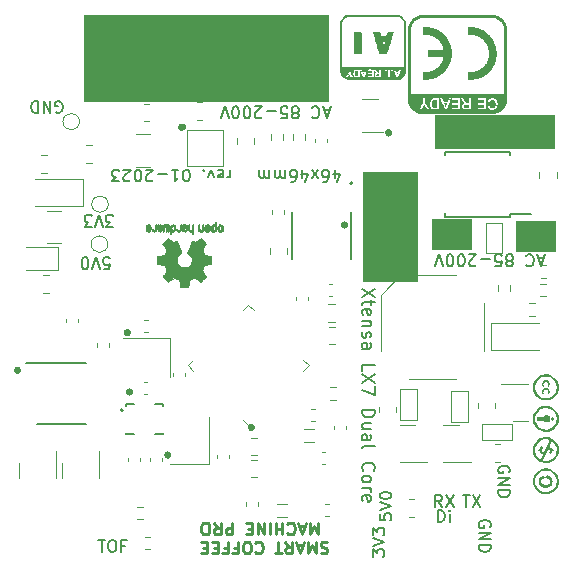
<source format=gbr>
%TF.GenerationSoftware,KiCad,Pcbnew,(6.0.9)*%
%TF.CreationDate,2022-12-23T18:09:19+01:00*%
%TF.ProjectId,Home Automation Coffee Machine PRO,486f6d65-2041-4757-946f-6d6174696f6e,5.3*%
%TF.SameCoordinates,Original*%
%TF.FileFunction,Legend,Top*%
%TF.FilePolarity,Positive*%
%FSLAX46Y46*%
G04 Gerber Fmt 4.6, Leading zero omitted, Abs format (unit mm)*
G04 Created by KiCad (PCBNEW (6.0.9)) date 2022-12-23 18:09:19*
%MOMM*%
%LPD*%
G01*
G04 APERTURE LIST*
%ADD10C,0.200000*%
%ADD11C,0.120000*%
%ADD12C,0.150000*%
%ADD13C,0.280000*%
%ADD14C,0.250000*%
%ADD15C,0.010000*%
%ADD16C,0.127000*%
G04 APERTURE END LIST*
D10*
X157647619Y-98093333D02*
X157171428Y-98093333D01*
X157742857Y-97807619D02*
X157409523Y-98807619D01*
X157076190Y-97807619D01*
X156171428Y-97902857D02*
X156219047Y-97855238D01*
X156361904Y-97807619D01*
X156457142Y-97807619D01*
X156600000Y-97855238D01*
X156695238Y-97950476D01*
X156742857Y-98045714D01*
X156790476Y-98236190D01*
X156790476Y-98379047D01*
X156742857Y-98569523D01*
X156695238Y-98664761D01*
X156600000Y-98760000D01*
X156457142Y-98807619D01*
X156361904Y-98807619D01*
X156219047Y-98760000D01*
X156171428Y-98712380D01*
X154838095Y-98379047D02*
X154933333Y-98426666D01*
X154980952Y-98474285D01*
X155028571Y-98569523D01*
X155028571Y-98617142D01*
X154980952Y-98712380D01*
X154933333Y-98760000D01*
X154838095Y-98807619D01*
X154647619Y-98807619D01*
X154552380Y-98760000D01*
X154504761Y-98712380D01*
X154457142Y-98617142D01*
X154457142Y-98569523D01*
X154504761Y-98474285D01*
X154552380Y-98426666D01*
X154647619Y-98379047D01*
X154838095Y-98379047D01*
X154933333Y-98331428D01*
X154980952Y-98283809D01*
X155028571Y-98188571D01*
X155028571Y-97998095D01*
X154980952Y-97902857D01*
X154933333Y-97855238D01*
X154838095Y-97807619D01*
X154647619Y-97807619D01*
X154552380Y-97855238D01*
X154504761Y-97902857D01*
X154457142Y-97998095D01*
X154457142Y-98188571D01*
X154504761Y-98283809D01*
X154552380Y-98331428D01*
X154647619Y-98379047D01*
X153552380Y-98807619D02*
X154028571Y-98807619D01*
X154076190Y-98331428D01*
X154028571Y-98379047D01*
X153933333Y-98426666D01*
X153695238Y-98426666D01*
X153600000Y-98379047D01*
X153552380Y-98331428D01*
X153504761Y-98236190D01*
X153504761Y-97998095D01*
X153552380Y-97902857D01*
X153600000Y-97855238D01*
X153695238Y-97807619D01*
X153933333Y-97807619D01*
X154028571Y-97855238D01*
X154076190Y-97902857D01*
X153076190Y-98188571D02*
X152314285Y-98188571D01*
X151885714Y-98712380D02*
X151838095Y-98760000D01*
X151742857Y-98807619D01*
X151504761Y-98807619D01*
X151409523Y-98760000D01*
X151361904Y-98712380D01*
X151314285Y-98617142D01*
X151314285Y-98521904D01*
X151361904Y-98379047D01*
X151933333Y-97807619D01*
X151314285Y-97807619D01*
X150695238Y-98807619D02*
X150600000Y-98807619D01*
X150504761Y-98760000D01*
X150457142Y-98712380D01*
X150409523Y-98617142D01*
X150361904Y-98426666D01*
X150361904Y-98188571D01*
X150409523Y-97998095D01*
X150457142Y-97902857D01*
X150504761Y-97855238D01*
X150600000Y-97807619D01*
X150695238Y-97807619D01*
X150790476Y-97855238D01*
X150838095Y-97902857D01*
X150885714Y-97998095D01*
X150933333Y-98188571D01*
X150933333Y-98426666D01*
X150885714Y-98617142D01*
X150838095Y-98712380D01*
X150790476Y-98760000D01*
X150695238Y-98807619D01*
X149742857Y-98807619D02*
X149647619Y-98807619D01*
X149552380Y-98760000D01*
X149504761Y-98712380D01*
X149457142Y-98617142D01*
X149409523Y-98426666D01*
X149409523Y-98188571D01*
X149457142Y-97998095D01*
X149504761Y-97902857D01*
X149552380Y-97855238D01*
X149647619Y-97807619D01*
X149742857Y-97807619D01*
X149838095Y-97855238D01*
X149885714Y-97902857D01*
X149933333Y-97998095D01*
X149980952Y-98188571D01*
X149980952Y-98426666D01*
X149933333Y-98617142D01*
X149885714Y-98712380D01*
X149838095Y-98760000D01*
X149742857Y-98807619D01*
X149123809Y-98807619D02*
X148790476Y-97807619D01*
X148457142Y-98807619D01*
X139507619Y-85563333D02*
X139031428Y-85563333D01*
X139602857Y-85277619D02*
X139269523Y-86277619D01*
X138936190Y-85277619D01*
X138031428Y-85372857D02*
X138079047Y-85325238D01*
X138221904Y-85277619D01*
X138317142Y-85277619D01*
X138460000Y-85325238D01*
X138555238Y-85420476D01*
X138602857Y-85515714D01*
X138650476Y-85706190D01*
X138650476Y-85849047D01*
X138602857Y-86039523D01*
X138555238Y-86134761D01*
X138460000Y-86230000D01*
X138317142Y-86277619D01*
X138221904Y-86277619D01*
X138079047Y-86230000D01*
X138031428Y-86182380D01*
X136698095Y-85849047D02*
X136793333Y-85896666D01*
X136840952Y-85944285D01*
X136888571Y-86039523D01*
X136888571Y-86087142D01*
X136840952Y-86182380D01*
X136793333Y-86230000D01*
X136698095Y-86277619D01*
X136507619Y-86277619D01*
X136412380Y-86230000D01*
X136364761Y-86182380D01*
X136317142Y-86087142D01*
X136317142Y-86039523D01*
X136364761Y-85944285D01*
X136412380Y-85896666D01*
X136507619Y-85849047D01*
X136698095Y-85849047D01*
X136793333Y-85801428D01*
X136840952Y-85753809D01*
X136888571Y-85658571D01*
X136888571Y-85468095D01*
X136840952Y-85372857D01*
X136793333Y-85325238D01*
X136698095Y-85277619D01*
X136507619Y-85277619D01*
X136412380Y-85325238D01*
X136364761Y-85372857D01*
X136317142Y-85468095D01*
X136317142Y-85658571D01*
X136364761Y-85753809D01*
X136412380Y-85801428D01*
X136507619Y-85849047D01*
X135412380Y-86277619D02*
X135888571Y-86277619D01*
X135936190Y-85801428D01*
X135888571Y-85849047D01*
X135793333Y-85896666D01*
X135555238Y-85896666D01*
X135460000Y-85849047D01*
X135412380Y-85801428D01*
X135364761Y-85706190D01*
X135364761Y-85468095D01*
X135412380Y-85372857D01*
X135460000Y-85325238D01*
X135555238Y-85277619D01*
X135793333Y-85277619D01*
X135888571Y-85325238D01*
X135936190Y-85372857D01*
X134936190Y-85658571D02*
X134174285Y-85658571D01*
X133745714Y-86182380D02*
X133698095Y-86230000D01*
X133602857Y-86277619D01*
X133364761Y-86277619D01*
X133269523Y-86230000D01*
X133221904Y-86182380D01*
X133174285Y-86087142D01*
X133174285Y-85991904D01*
X133221904Y-85849047D01*
X133793333Y-85277619D01*
X133174285Y-85277619D01*
X132555238Y-86277619D02*
X132460000Y-86277619D01*
X132364761Y-86230000D01*
X132317142Y-86182380D01*
X132269523Y-86087142D01*
X132221904Y-85896666D01*
X132221904Y-85658571D01*
X132269523Y-85468095D01*
X132317142Y-85372857D01*
X132364761Y-85325238D01*
X132460000Y-85277619D01*
X132555238Y-85277619D01*
X132650476Y-85325238D01*
X132698095Y-85372857D01*
X132745714Y-85468095D01*
X132793333Y-85658571D01*
X132793333Y-85896666D01*
X132745714Y-86087142D01*
X132698095Y-86182380D01*
X132650476Y-86230000D01*
X132555238Y-86277619D01*
X131602857Y-86277619D02*
X131507619Y-86277619D01*
X131412380Y-86230000D01*
X131364761Y-86182380D01*
X131317142Y-86087142D01*
X131269523Y-85896666D01*
X131269523Y-85658571D01*
X131317142Y-85468095D01*
X131364761Y-85372857D01*
X131412380Y-85325238D01*
X131507619Y-85277619D01*
X131602857Y-85277619D01*
X131698095Y-85325238D01*
X131745714Y-85372857D01*
X131793333Y-85468095D01*
X131840952Y-85658571D01*
X131840952Y-85896666D01*
X131793333Y-86087142D01*
X131745714Y-86182380D01*
X131698095Y-86230000D01*
X131602857Y-86277619D01*
X130983809Y-86277619D02*
X130650476Y-85277619D01*
X130317142Y-86277619D01*
D11*
X148170000Y-97380000D02*
X151450000Y-97380000D01*
X151450000Y-97380000D02*
X151450000Y-94810000D01*
X151450000Y-94810000D02*
X148170000Y-94810000D01*
X148170000Y-94810000D02*
X148170000Y-97380000D01*
G36*
X148170000Y-97380000D02*
G01*
X151450000Y-97380000D01*
X151450000Y-94810000D01*
X148170000Y-94810000D01*
X148170000Y-97380000D01*
G37*
X155300000Y-97510000D02*
X158580000Y-97510000D01*
X158580000Y-97510000D02*
X158580000Y-94940000D01*
X158580000Y-94940000D02*
X155300000Y-94940000D01*
X155300000Y-94940000D02*
X155300000Y-97510000D01*
G36*
X155300000Y-97510000D02*
G01*
X158580000Y-97510000D01*
X158580000Y-94940000D01*
X155300000Y-94940000D01*
X155300000Y-97510000D01*
G37*
X148440000Y-88770000D02*
X158540000Y-88770000D01*
X158540000Y-88770000D02*
X158540000Y-86040000D01*
X158540000Y-86040000D02*
X148440000Y-86040000D01*
X148440000Y-86040000D02*
X148440000Y-88770000D01*
G36*
X148440000Y-88770000D02*
G01*
X158540000Y-88770000D01*
X158540000Y-86040000D01*
X148440000Y-86040000D01*
X148440000Y-88770000D01*
G37*
X118740000Y-84830000D02*
X139390000Y-84830000D01*
X139390000Y-84830000D02*
X139390000Y-77500000D01*
X139390000Y-77500000D02*
X118740000Y-77500000D01*
X118740000Y-77500000D02*
X118740000Y-84830000D01*
G36*
X118740000Y-84830000D02*
G01*
X139390000Y-84830000D01*
X139390000Y-77500000D01*
X118740000Y-77500000D01*
X118740000Y-84830000D01*
G37*
X142330000Y-90800000D02*
X146870000Y-90800000D01*
X146870000Y-90800000D02*
X146870000Y-100040000D01*
X146870000Y-100040000D02*
X142330000Y-100040000D01*
X142330000Y-100040000D02*
X142330000Y-90800000D01*
G36*
X142330000Y-90800000D02*
G01*
X146870000Y-90800000D01*
X146870000Y-100040000D01*
X142330000Y-100040000D01*
X142330000Y-90800000D01*
G37*
D12*
X119921904Y-122002380D02*
X120493333Y-122002380D01*
X120207619Y-123002380D02*
X120207619Y-122002380D01*
X121017142Y-122002380D02*
X121207619Y-122002380D01*
X121302857Y-122050000D01*
X121398095Y-122145238D01*
X121445714Y-122335714D01*
X121445714Y-122669047D01*
X121398095Y-122859523D01*
X121302857Y-122954761D01*
X121207619Y-123002380D01*
X121017142Y-123002380D01*
X120921904Y-122954761D01*
X120826666Y-122859523D01*
X120779047Y-122669047D01*
X120779047Y-122335714D01*
X120826666Y-122145238D01*
X120921904Y-122050000D01*
X121017142Y-122002380D01*
X122207619Y-122478571D02*
X121874285Y-122478571D01*
X121874285Y-123002380D02*
X121874285Y-122002380D01*
X122350476Y-122002380D01*
X148680000Y-120452380D02*
X148680000Y-119452380D01*
X148918095Y-119452380D01*
X149060952Y-119500000D01*
X149156190Y-119595238D01*
X149203809Y-119690476D01*
X149251428Y-119880952D01*
X149251428Y-120023809D01*
X149203809Y-120214285D01*
X149156190Y-120309523D01*
X149060952Y-120404761D01*
X148918095Y-120452380D01*
X148680000Y-120452380D01*
X149680000Y-120452380D02*
X149680000Y-119785714D01*
X149680000Y-119452380D02*
X149632380Y-119500000D01*
X149680000Y-119547619D01*
X149727619Y-119500000D01*
X149680000Y-119452380D01*
X149680000Y-119547619D01*
X153100000Y-120888095D02*
X153147619Y-120792857D01*
X153147619Y-120650000D01*
X153100000Y-120507142D01*
X153004761Y-120411904D01*
X152909523Y-120364285D01*
X152719047Y-120316666D01*
X152576190Y-120316666D01*
X152385714Y-120364285D01*
X152290476Y-120411904D01*
X152195238Y-120507142D01*
X152147619Y-120650000D01*
X152147619Y-120745238D01*
X152195238Y-120888095D01*
X152242857Y-120935714D01*
X152576190Y-120935714D01*
X152576190Y-120745238D01*
X152147619Y-121364285D02*
X153147619Y-121364285D01*
X152147619Y-121935714D01*
X153147619Y-121935714D01*
X152147619Y-122411904D02*
X153147619Y-122411904D01*
X153147619Y-122650000D01*
X153100000Y-122792857D01*
X153004761Y-122888095D01*
X152909523Y-122935714D01*
X152719047Y-122983333D01*
X152576190Y-122983333D01*
X152385714Y-122935714D01*
X152290476Y-122888095D01*
X152195238Y-122792857D01*
X152147619Y-122650000D01*
X152147619Y-122411904D01*
X143142380Y-123388095D02*
X143142380Y-122769047D01*
X143523333Y-123102380D01*
X143523333Y-122959523D01*
X143570952Y-122864285D01*
X143618571Y-122816666D01*
X143713809Y-122769047D01*
X143951904Y-122769047D01*
X144047142Y-122816666D01*
X144094761Y-122864285D01*
X144142380Y-122959523D01*
X144142380Y-123245238D01*
X144094761Y-123340476D01*
X144047142Y-123388095D01*
X143142380Y-122483333D02*
X144142380Y-122150000D01*
X143142380Y-121816666D01*
X143142380Y-121578571D02*
X143142380Y-120959523D01*
X143523333Y-121292857D01*
X143523333Y-121150000D01*
X143570952Y-121054761D01*
X143618571Y-121007142D01*
X143713809Y-120959523D01*
X143951904Y-120959523D01*
X144047142Y-121007142D01*
X144094761Y-121054761D01*
X144142380Y-121150000D01*
X144142380Y-121435714D01*
X144094761Y-121530952D01*
X144047142Y-121578571D01*
X149023333Y-119172380D02*
X148690000Y-118696190D01*
X148451904Y-119172380D02*
X148451904Y-118172380D01*
X148832857Y-118172380D01*
X148928095Y-118220000D01*
X148975714Y-118267619D01*
X149023333Y-118362857D01*
X149023333Y-118505714D01*
X148975714Y-118600952D01*
X148928095Y-118648571D01*
X148832857Y-118696190D01*
X148451904Y-118696190D01*
X149356666Y-118172380D02*
X150023333Y-119172380D01*
X150023333Y-118172380D02*
X149356666Y-119172380D01*
X150798095Y-118162380D02*
X151369523Y-118162380D01*
X151083809Y-119162380D02*
X151083809Y-118162380D01*
X151607619Y-118162380D02*
X152274285Y-119162380D01*
X152274285Y-118162380D02*
X151607619Y-119162380D01*
X143742380Y-119786666D02*
X143742380Y-120262857D01*
X144218571Y-120310476D01*
X144170952Y-120262857D01*
X144123333Y-120167619D01*
X144123333Y-119929523D01*
X144170952Y-119834285D01*
X144218571Y-119786666D01*
X144313809Y-119739047D01*
X144551904Y-119739047D01*
X144647142Y-119786666D01*
X144694761Y-119834285D01*
X144742380Y-119929523D01*
X144742380Y-120167619D01*
X144694761Y-120262857D01*
X144647142Y-120310476D01*
X143742380Y-119453333D02*
X144742380Y-119120000D01*
X143742380Y-118786666D01*
X143742380Y-118262857D02*
X143742380Y-118167619D01*
X143790000Y-118072380D01*
X143837619Y-118024761D01*
X143932857Y-117977142D01*
X144123333Y-117929523D01*
X144361428Y-117929523D01*
X144551904Y-117977142D01*
X144647142Y-118024761D01*
X144694761Y-118072380D01*
X144742380Y-118167619D01*
X144742380Y-118262857D01*
X144694761Y-118358095D01*
X144647142Y-118405714D01*
X144551904Y-118453333D01*
X144361428Y-118500952D01*
X144123333Y-118500952D01*
X143932857Y-118453333D01*
X143837619Y-118405714D01*
X143790000Y-118358095D01*
X143742380Y-118262857D01*
X154720000Y-116268095D02*
X154767619Y-116172857D01*
X154767619Y-116030000D01*
X154720000Y-115887142D01*
X154624761Y-115791904D01*
X154529523Y-115744285D01*
X154339047Y-115696666D01*
X154196190Y-115696666D01*
X154005714Y-115744285D01*
X153910476Y-115791904D01*
X153815238Y-115887142D01*
X153767619Y-116030000D01*
X153767619Y-116125238D01*
X153815238Y-116268095D01*
X153862857Y-116315714D01*
X154196190Y-116315714D01*
X154196190Y-116125238D01*
X153767619Y-116744285D02*
X154767619Y-116744285D01*
X153767619Y-117315714D01*
X154767619Y-117315714D01*
X153767619Y-117791904D02*
X154767619Y-117791904D01*
X154767619Y-118030000D01*
X154720000Y-118172857D01*
X154624761Y-118268095D01*
X154529523Y-118315714D01*
X154339047Y-118363333D01*
X154196190Y-118363333D01*
X154005714Y-118315714D01*
X153910476Y-118268095D01*
X153815238Y-118172857D01*
X153767619Y-118030000D01*
X153767619Y-117791904D01*
D13*
X144691050Y-87510000D02*
G75*
G03*
X144691050Y-87510000I-191050J0D01*
G01*
X133071050Y-112460000D02*
G75*
G03*
X133071050Y-112460000I-191050J0D01*
G01*
X122751050Y-109460000D02*
G75*
G03*
X122751050Y-109460000I-191050J0D01*
G01*
X126001050Y-114790000D02*
G75*
G03*
X126001050Y-114790000I-191050J0D01*
G01*
X113281050Y-107620000D02*
G75*
G03*
X113281050Y-107620000I-191050J0D01*
G01*
X122571050Y-104441049D02*
G75*
G03*
X122571050Y-104441049I-191050J0D01*
G01*
X127181050Y-87049995D02*
G75*
G03*
X127181050Y-87049995I-191050J0D01*
G01*
X140951050Y-95320000D02*
G75*
G03*
X140951050Y-95320000I-191050J0D01*
G01*
D10*
X139926190Y-91314285D02*
X139926190Y-90647619D01*
X140164285Y-91695238D02*
X140402380Y-90980952D01*
X139783333Y-90980952D01*
X138973809Y-91647619D02*
X139164285Y-91647619D01*
X139259523Y-91600000D01*
X139307142Y-91552380D01*
X139402380Y-91409523D01*
X139450000Y-91219047D01*
X139450000Y-90838095D01*
X139402380Y-90742857D01*
X139354761Y-90695238D01*
X139259523Y-90647619D01*
X139069047Y-90647619D01*
X138973809Y-90695238D01*
X138926190Y-90742857D01*
X138878571Y-90838095D01*
X138878571Y-91076190D01*
X138926190Y-91171428D01*
X138973809Y-91219047D01*
X139069047Y-91266666D01*
X139259523Y-91266666D01*
X139354761Y-91219047D01*
X139402380Y-91171428D01*
X139450000Y-91076190D01*
X138545238Y-90647619D02*
X138021428Y-91314285D01*
X138545238Y-91314285D02*
X138021428Y-90647619D01*
X137211904Y-91314285D02*
X137211904Y-90647619D01*
X137450000Y-91695238D02*
X137688095Y-90980952D01*
X137069047Y-90980952D01*
X136259523Y-91647619D02*
X136450000Y-91647619D01*
X136545238Y-91600000D01*
X136592857Y-91552380D01*
X136688095Y-91409523D01*
X136735714Y-91219047D01*
X136735714Y-90838095D01*
X136688095Y-90742857D01*
X136640476Y-90695238D01*
X136545238Y-90647619D01*
X136354761Y-90647619D01*
X136259523Y-90695238D01*
X136211904Y-90742857D01*
X136164285Y-90838095D01*
X136164285Y-91076190D01*
X136211904Y-91171428D01*
X136259523Y-91219047D01*
X136354761Y-91266666D01*
X136545238Y-91266666D01*
X136640476Y-91219047D01*
X136688095Y-91171428D01*
X136735714Y-91076190D01*
X135735714Y-90647619D02*
X135735714Y-91314285D01*
X135735714Y-91219047D02*
X135688095Y-91266666D01*
X135592857Y-91314285D01*
X135450000Y-91314285D01*
X135354761Y-91266666D01*
X135307142Y-91171428D01*
X135307142Y-90647619D01*
X135307142Y-91171428D02*
X135259523Y-91266666D01*
X135164285Y-91314285D01*
X135021428Y-91314285D01*
X134926190Y-91266666D01*
X134878571Y-91171428D01*
X134878571Y-90647619D01*
X134402380Y-90647619D02*
X134402380Y-91314285D01*
X134402380Y-91219047D02*
X134354761Y-91266666D01*
X134259523Y-91314285D01*
X134116666Y-91314285D01*
X134021428Y-91266666D01*
X133973809Y-91171428D01*
X133973809Y-90647619D01*
X133973809Y-91171428D02*
X133926190Y-91266666D01*
X133830952Y-91314285D01*
X133688095Y-91314285D01*
X133592857Y-91266666D01*
X133545238Y-91171428D01*
X133545238Y-90647619D01*
X131086190Y-90627619D02*
X131086190Y-91294285D01*
X131086190Y-91103809D02*
X131038571Y-91199047D01*
X130990952Y-91246666D01*
X130895714Y-91294285D01*
X130800476Y-91294285D01*
X130086190Y-90675238D02*
X130181428Y-90627619D01*
X130371904Y-90627619D01*
X130467142Y-90675238D01*
X130514761Y-90770476D01*
X130514761Y-91151428D01*
X130467142Y-91246666D01*
X130371904Y-91294285D01*
X130181428Y-91294285D01*
X130086190Y-91246666D01*
X130038571Y-91151428D01*
X130038571Y-91056190D01*
X130514761Y-90960952D01*
X129705238Y-91294285D02*
X129467142Y-90627619D01*
X129229047Y-91294285D01*
X128848095Y-90722857D02*
X128800476Y-90675238D01*
X128848095Y-90627619D01*
X128895714Y-90675238D01*
X128848095Y-90722857D01*
X128848095Y-90627619D01*
X127419523Y-91627619D02*
X127324285Y-91627619D01*
X127229047Y-91580000D01*
X127181428Y-91532380D01*
X127133809Y-91437142D01*
X127086190Y-91246666D01*
X127086190Y-91008571D01*
X127133809Y-90818095D01*
X127181428Y-90722857D01*
X127229047Y-90675238D01*
X127324285Y-90627619D01*
X127419523Y-90627619D01*
X127514761Y-90675238D01*
X127562380Y-90722857D01*
X127610000Y-90818095D01*
X127657619Y-91008571D01*
X127657619Y-91246666D01*
X127610000Y-91437142D01*
X127562380Y-91532380D01*
X127514761Y-91580000D01*
X127419523Y-91627619D01*
X126133809Y-90627619D02*
X126705238Y-90627619D01*
X126419523Y-90627619D02*
X126419523Y-91627619D01*
X126514761Y-91484761D01*
X126610000Y-91389523D01*
X126705238Y-91341904D01*
X125705238Y-91008571D02*
X124943333Y-91008571D01*
X124514761Y-91532380D02*
X124467142Y-91580000D01*
X124371904Y-91627619D01*
X124133809Y-91627619D01*
X124038571Y-91580000D01*
X123990952Y-91532380D01*
X123943333Y-91437142D01*
X123943333Y-91341904D01*
X123990952Y-91199047D01*
X124562380Y-90627619D01*
X123943333Y-90627619D01*
X123324285Y-91627619D02*
X123229047Y-91627619D01*
X123133809Y-91580000D01*
X123086190Y-91532380D01*
X123038571Y-91437142D01*
X122990952Y-91246666D01*
X122990952Y-91008571D01*
X123038571Y-90818095D01*
X123086190Y-90722857D01*
X123133809Y-90675238D01*
X123229047Y-90627619D01*
X123324285Y-90627619D01*
X123419523Y-90675238D01*
X123467142Y-90722857D01*
X123514761Y-90818095D01*
X123562380Y-91008571D01*
X123562380Y-91246666D01*
X123514761Y-91437142D01*
X123467142Y-91532380D01*
X123419523Y-91580000D01*
X123324285Y-91627619D01*
X122610000Y-91532380D02*
X122562380Y-91580000D01*
X122467142Y-91627619D01*
X122229047Y-91627619D01*
X122133809Y-91580000D01*
X122086190Y-91532380D01*
X122038571Y-91437142D01*
X122038571Y-91341904D01*
X122086190Y-91199047D01*
X122657619Y-90627619D01*
X122038571Y-90627619D01*
X121705238Y-91627619D02*
X121086190Y-91627619D01*
X121419523Y-91246666D01*
X121276666Y-91246666D01*
X121181428Y-91199047D01*
X121133809Y-91151428D01*
X121086190Y-91056190D01*
X121086190Y-90818095D01*
X121133809Y-90722857D01*
X121181428Y-90675238D01*
X121276666Y-90627619D01*
X121562380Y-90627619D01*
X121657619Y-90675238D01*
X121705238Y-90722857D01*
D12*
X121188095Y-95467619D02*
X120569047Y-95467619D01*
X120902380Y-95086666D01*
X120759523Y-95086666D01*
X120664285Y-95039047D01*
X120616666Y-94991428D01*
X120569047Y-94896190D01*
X120569047Y-94658095D01*
X120616666Y-94562857D01*
X120664285Y-94515238D01*
X120759523Y-94467619D01*
X121045238Y-94467619D01*
X121140476Y-94515238D01*
X121188095Y-94562857D01*
X120283333Y-95467619D02*
X119950000Y-94467619D01*
X119616666Y-95467619D01*
X119378571Y-95467619D02*
X118759523Y-95467619D01*
X119092857Y-95086666D01*
X118950000Y-95086666D01*
X118854761Y-95039047D01*
X118807142Y-94991428D01*
X118759523Y-94896190D01*
X118759523Y-94658095D01*
X118807142Y-94562857D01*
X118854761Y-94515238D01*
X118950000Y-94467619D01*
X119235714Y-94467619D01*
X119330952Y-94515238D01*
X119378571Y-94562857D01*
D14*
X139324285Y-122180238D02*
X139181428Y-122132619D01*
X138943333Y-122132619D01*
X138848095Y-122180238D01*
X138800476Y-122227857D01*
X138752857Y-122323095D01*
X138752857Y-122418333D01*
X138800476Y-122513571D01*
X138848095Y-122561190D01*
X138943333Y-122608809D01*
X139133809Y-122656428D01*
X139229047Y-122704047D01*
X139276666Y-122751666D01*
X139324285Y-122846904D01*
X139324285Y-122942142D01*
X139276666Y-123037380D01*
X139229047Y-123085000D01*
X139133809Y-123132619D01*
X138895714Y-123132619D01*
X138752857Y-123085000D01*
X138324285Y-122132619D02*
X138324285Y-123132619D01*
X137990952Y-122418333D01*
X137657619Y-123132619D01*
X137657619Y-122132619D01*
X137229047Y-122418333D02*
X136752857Y-122418333D01*
X137324285Y-122132619D02*
X136990952Y-123132619D01*
X136657619Y-122132619D01*
X135752857Y-122132619D02*
X136086190Y-122608809D01*
X136324285Y-122132619D02*
X136324285Y-123132619D01*
X135943333Y-123132619D01*
X135848095Y-123085000D01*
X135800476Y-123037380D01*
X135752857Y-122942142D01*
X135752857Y-122799285D01*
X135800476Y-122704047D01*
X135848095Y-122656428D01*
X135943333Y-122608809D01*
X136324285Y-122608809D01*
X135467142Y-123132619D02*
X134895714Y-123132619D01*
X135181428Y-122132619D02*
X135181428Y-123132619D01*
X133229047Y-122227857D02*
X133276666Y-122180238D01*
X133419523Y-122132619D01*
X133514761Y-122132619D01*
X133657619Y-122180238D01*
X133752857Y-122275476D01*
X133800476Y-122370714D01*
X133848095Y-122561190D01*
X133848095Y-122704047D01*
X133800476Y-122894523D01*
X133752857Y-122989761D01*
X133657619Y-123085000D01*
X133514761Y-123132619D01*
X133419523Y-123132619D01*
X133276666Y-123085000D01*
X133229047Y-123037380D01*
X132610000Y-123132619D02*
X132419523Y-123132619D01*
X132324285Y-123085000D01*
X132229047Y-122989761D01*
X132181428Y-122799285D01*
X132181428Y-122465952D01*
X132229047Y-122275476D01*
X132324285Y-122180238D01*
X132419523Y-122132619D01*
X132610000Y-122132619D01*
X132705238Y-122180238D01*
X132800476Y-122275476D01*
X132848095Y-122465952D01*
X132848095Y-122799285D01*
X132800476Y-122989761D01*
X132705238Y-123085000D01*
X132610000Y-123132619D01*
X131419523Y-122656428D02*
X131752857Y-122656428D01*
X131752857Y-122132619D02*
X131752857Y-123132619D01*
X131276666Y-123132619D01*
X130562380Y-122656428D02*
X130895714Y-122656428D01*
X130895714Y-122132619D02*
X130895714Y-123132619D01*
X130419523Y-123132619D01*
X130038571Y-122656428D02*
X129705238Y-122656428D01*
X129562380Y-122132619D02*
X130038571Y-122132619D01*
X130038571Y-123132619D01*
X129562380Y-123132619D01*
X129133809Y-122656428D02*
X128800476Y-122656428D01*
X128657619Y-122132619D02*
X129133809Y-122132619D01*
X129133809Y-123132619D01*
X128657619Y-123132619D01*
X138514761Y-120522619D02*
X138514761Y-121522619D01*
X138181428Y-120808333D01*
X137848095Y-121522619D01*
X137848095Y-120522619D01*
X137419523Y-120808333D02*
X136943333Y-120808333D01*
X137514761Y-120522619D02*
X137181428Y-121522619D01*
X136848095Y-120522619D01*
X135943333Y-120617857D02*
X135990952Y-120570238D01*
X136133809Y-120522619D01*
X136229047Y-120522619D01*
X136371904Y-120570238D01*
X136467142Y-120665476D01*
X136514761Y-120760714D01*
X136562380Y-120951190D01*
X136562380Y-121094047D01*
X136514761Y-121284523D01*
X136467142Y-121379761D01*
X136371904Y-121475000D01*
X136229047Y-121522619D01*
X136133809Y-121522619D01*
X135990952Y-121475000D01*
X135943333Y-121427380D01*
X135514761Y-120522619D02*
X135514761Y-121522619D01*
X135514761Y-121046428D02*
X134943333Y-121046428D01*
X134943333Y-120522619D02*
X134943333Y-121522619D01*
X134467142Y-120522619D02*
X134467142Y-121522619D01*
X133990952Y-120522619D02*
X133990952Y-121522619D01*
X133419523Y-120522619D01*
X133419523Y-121522619D01*
X132943333Y-121046428D02*
X132610000Y-121046428D01*
X132467142Y-120522619D02*
X132943333Y-120522619D01*
X132943333Y-121522619D01*
X132467142Y-121522619D01*
X131276666Y-120522619D02*
X131276666Y-121522619D01*
X130895714Y-121522619D01*
X130800476Y-121475000D01*
X130752857Y-121427380D01*
X130705238Y-121332142D01*
X130705238Y-121189285D01*
X130752857Y-121094047D01*
X130800476Y-121046428D01*
X130895714Y-120998809D01*
X131276666Y-120998809D01*
X129705238Y-120522619D02*
X130038571Y-120998809D01*
X130276666Y-120522619D02*
X130276666Y-121522619D01*
X129895714Y-121522619D01*
X129800476Y-121475000D01*
X129752857Y-121427380D01*
X129705238Y-121332142D01*
X129705238Y-121189285D01*
X129752857Y-121094047D01*
X129800476Y-121046428D01*
X129895714Y-120998809D01*
X130276666Y-120998809D01*
X129086190Y-121522619D02*
X128895714Y-121522619D01*
X128800476Y-121475000D01*
X128705238Y-121379761D01*
X128657619Y-121189285D01*
X128657619Y-120855952D01*
X128705238Y-120665476D01*
X128800476Y-120570238D01*
X128895714Y-120522619D01*
X129086190Y-120522619D01*
X129181428Y-120570238D01*
X129276666Y-120665476D01*
X129324285Y-120855952D01*
X129324285Y-121189285D01*
X129276666Y-121379761D01*
X129181428Y-121475000D01*
X129086190Y-121522619D01*
D12*
X120366666Y-99057619D02*
X120842857Y-99057619D01*
X120890476Y-98581428D01*
X120842857Y-98629047D01*
X120747619Y-98676666D01*
X120509523Y-98676666D01*
X120414285Y-98629047D01*
X120366666Y-98581428D01*
X120319047Y-98486190D01*
X120319047Y-98248095D01*
X120366666Y-98152857D01*
X120414285Y-98105238D01*
X120509523Y-98057619D01*
X120747619Y-98057619D01*
X120842857Y-98105238D01*
X120890476Y-98152857D01*
X120033333Y-99057619D02*
X119700000Y-98057619D01*
X119366666Y-99057619D01*
X118842857Y-99057619D02*
X118747619Y-99057619D01*
X118652380Y-99010000D01*
X118604761Y-98962380D01*
X118557142Y-98867142D01*
X118509523Y-98676666D01*
X118509523Y-98438571D01*
X118557142Y-98248095D01*
X118604761Y-98152857D01*
X118652380Y-98105238D01*
X118747619Y-98057619D01*
X118842857Y-98057619D01*
X118938095Y-98105238D01*
X118985714Y-98152857D01*
X119033333Y-98248095D01*
X119080952Y-98438571D01*
X119080952Y-98676666D01*
X119033333Y-98867142D01*
X118985714Y-98962380D01*
X118938095Y-99010000D01*
X118842857Y-99057619D01*
X116341904Y-85770000D02*
X116437142Y-85817619D01*
X116580000Y-85817619D01*
X116722857Y-85770000D01*
X116818095Y-85674761D01*
X116865714Y-85579523D01*
X116913333Y-85389047D01*
X116913333Y-85246190D01*
X116865714Y-85055714D01*
X116818095Y-84960476D01*
X116722857Y-84865238D01*
X116580000Y-84817619D01*
X116484761Y-84817619D01*
X116341904Y-84865238D01*
X116294285Y-84912857D01*
X116294285Y-85246190D01*
X116484761Y-85246190D01*
X115865714Y-84817619D02*
X115865714Y-85817619D01*
X115294285Y-84817619D01*
X115294285Y-85817619D01*
X114818095Y-84817619D02*
X114818095Y-85817619D01*
X114580000Y-85817619D01*
X114437142Y-85770000D01*
X114341904Y-85674761D01*
X114294285Y-85579523D01*
X114246666Y-85389047D01*
X114246666Y-85246190D01*
X114294285Y-85055714D01*
X114341904Y-84960476D01*
X114437142Y-84865238D01*
X114580000Y-84817619D01*
X114818095Y-84817619D01*
D10*
X143362380Y-100714285D02*
X142262380Y-101447619D01*
X143362380Y-101447619D02*
X142262380Y-100714285D01*
X142995714Y-101709523D02*
X142995714Y-102128571D01*
X143362380Y-101866666D02*
X142419523Y-101866666D01*
X142314761Y-101919047D01*
X142262380Y-102023809D01*
X142262380Y-102128571D01*
X142314761Y-102914285D02*
X142262380Y-102809523D01*
X142262380Y-102600000D01*
X142314761Y-102495238D01*
X142419523Y-102442857D01*
X142838571Y-102442857D01*
X142943333Y-102495238D01*
X142995714Y-102600000D01*
X142995714Y-102809523D01*
X142943333Y-102914285D01*
X142838571Y-102966666D01*
X142733809Y-102966666D01*
X142629047Y-102442857D01*
X142995714Y-103438095D02*
X142262380Y-103438095D01*
X142890952Y-103438095D02*
X142943333Y-103490476D01*
X142995714Y-103595238D01*
X142995714Y-103752380D01*
X142943333Y-103857142D01*
X142838571Y-103909523D01*
X142262380Y-103909523D01*
X142314761Y-104380952D02*
X142262380Y-104485714D01*
X142262380Y-104695238D01*
X142314761Y-104800000D01*
X142419523Y-104852380D01*
X142471904Y-104852380D01*
X142576666Y-104800000D01*
X142629047Y-104695238D01*
X142629047Y-104538095D01*
X142681428Y-104433333D01*
X142786190Y-104380952D01*
X142838571Y-104380952D01*
X142943333Y-104433333D01*
X142995714Y-104538095D01*
X142995714Y-104695238D01*
X142943333Y-104800000D01*
X142262380Y-105795238D02*
X142838571Y-105795238D01*
X142943333Y-105742857D01*
X142995714Y-105638095D01*
X142995714Y-105428571D01*
X142943333Y-105323809D01*
X142314761Y-105795238D02*
X142262380Y-105690476D01*
X142262380Y-105428571D01*
X142314761Y-105323809D01*
X142419523Y-105271428D01*
X142524285Y-105271428D01*
X142629047Y-105323809D01*
X142681428Y-105428571D01*
X142681428Y-105690476D01*
X142733809Y-105795238D01*
X142262380Y-107680952D02*
X142262380Y-107157142D01*
X143362380Y-107157142D01*
X143362380Y-107942857D02*
X142262380Y-108676190D01*
X143362380Y-108676190D02*
X142262380Y-107942857D01*
X143362380Y-108990476D02*
X143362380Y-109723809D01*
X142262380Y-109252380D01*
X142262380Y-110980952D02*
X143362380Y-110980952D01*
X143362380Y-111242857D01*
X143310000Y-111400000D01*
X143205238Y-111504761D01*
X143100476Y-111557142D01*
X142890952Y-111609523D01*
X142733809Y-111609523D01*
X142524285Y-111557142D01*
X142419523Y-111504761D01*
X142314761Y-111400000D01*
X142262380Y-111242857D01*
X142262380Y-110980952D01*
X142995714Y-112552380D02*
X142262380Y-112552380D01*
X142995714Y-112080952D02*
X142419523Y-112080952D01*
X142314761Y-112133333D01*
X142262380Y-112238095D01*
X142262380Y-112395238D01*
X142314761Y-112500000D01*
X142367142Y-112552380D01*
X142262380Y-113547619D02*
X142838571Y-113547619D01*
X142943333Y-113495238D01*
X142995714Y-113390476D01*
X142995714Y-113180952D01*
X142943333Y-113076190D01*
X142314761Y-113547619D02*
X142262380Y-113442857D01*
X142262380Y-113180952D01*
X142314761Y-113076190D01*
X142419523Y-113023809D01*
X142524285Y-113023809D01*
X142629047Y-113076190D01*
X142681428Y-113180952D01*
X142681428Y-113442857D01*
X142733809Y-113547619D01*
X142262380Y-114228571D02*
X142314761Y-114123809D01*
X142419523Y-114071428D01*
X143362380Y-114071428D01*
X142367142Y-116114285D02*
X142314761Y-116061904D01*
X142262380Y-115904761D01*
X142262380Y-115800000D01*
X142314761Y-115642857D01*
X142419523Y-115538095D01*
X142524285Y-115485714D01*
X142733809Y-115433333D01*
X142890952Y-115433333D01*
X143100476Y-115485714D01*
X143205238Y-115538095D01*
X143310000Y-115642857D01*
X143362380Y-115800000D01*
X143362380Y-115904761D01*
X143310000Y-116061904D01*
X143257619Y-116114285D01*
X142262380Y-116742857D02*
X142314761Y-116638095D01*
X142367142Y-116585714D01*
X142471904Y-116533333D01*
X142786190Y-116533333D01*
X142890952Y-116585714D01*
X142943333Y-116638095D01*
X142995714Y-116742857D01*
X142995714Y-116900000D01*
X142943333Y-117004761D01*
X142890952Y-117057142D01*
X142786190Y-117109523D01*
X142471904Y-117109523D01*
X142367142Y-117057142D01*
X142314761Y-117004761D01*
X142262380Y-116900000D01*
X142262380Y-116742857D01*
X142262380Y-117580952D02*
X142995714Y-117580952D01*
X142786190Y-117580952D02*
X142890952Y-117633333D01*
X142943333Y-117685714D01*
X142995714Y-117790476D01*
X142995714Y-117895238D01*
X142314761Y-118680952D02*
X142262380Y-118576190D01*
X142262380Y-118366666D01*
X142314761Y-118261904D01*
X142419523Y-118209523D01*
X142838571Y-118209523D01*
X142943333Y-118261904D01*
X142995714Y-118366666D01*
X142995714Y-118576190D01*
X142943333Y-118680952D01*
X142838571Y-118733333D01*
X142733809Y-118733333D01*
X142629047Y-118209523D01*
D12*
%TO.C,*%
%TO.C,REF\u002A\u002A*%
G36*
X125847255Y-95275680D02*
G01*
X125876320Y-95298573D01*
X125886812Y-95308873D01*
X125932743Y-95354804D01*
X125932743Y-95841398D01*
X125895774Y-95858242D01*
X125863941Y-95870718D01*
X125845317Y-95875086D01*
X125840542Y-95861282D01*
X125836079Y-95822714D01*
X125832225Y-95763644D01*
X125829278Y-95688337D01*
X125827857Y-95624714D01*
X125823886Y-95374343D01*
X125789241Y-95369444D01*
X125757732Y-95372869D01*
X125742292Y-95383959D01*
X125737977Y-95404692D01*
X125734292Y-95448855D01*
X125731531Y-95510854D01*
X125729988Y-95585091D01*
X125729765Y-95623294D01*
X125729543Y-95843217D01*
X125683834Y-95859151D01*
X125651482Y-95869985D01*
X125633885Y-95875038D01*
X125633377Y-95875086D01*
X125631612Y-95861352D01*
X125629671Y-95823270D01*
X125627718Y-95765518D01*
X125625916Y-95692773D01*
X125624657Y-95624714D01*
X125620686Y-95374343D01*
X125533600Y-95374343D01*
X125529604Y-95602760D01*
X125525608Y-95831178D01*
X125483153Y-95853132D01*
X125451808Y-95868207D01*
X125433256Y-95875049D01*
X125432721Y-95875086D01*
X125430167Y-95861337D01*
X125427952Y-95823150D01*
X125426216Y-95765114D01*
X125425101Y-95691820D01*
X125424743Y-95614945D01*
X125424743Y-95354804D01*
X125470674Y-95308873D01*
X125502325Y-95280571D01*
X125530110Y-95269107D01*
X125568085Y-95269832D01*
X125583160Y-95271679D01*
X125630274Y-95277052D01*
X125669244Y-95280131D01*
X125678743Y-95280415D01*
X125710767Y-95278555D01*
X125756568Y-95273886D01*
X125774326Y-95271679D01*
X125817943Y-95268265D01*
X125847255Y-95275680D01*
G37*
D15*
X125847255Y-95275680D02*
X125876320Y-95298573D01*
X125886812Y-95308873D01*
X125932743Y-95354804D01*
X125932743Y-95841398D01*
X125895774Y-95858242D01*
X125863941Y-95870718D01*
X125845317Y-95875086D01*
X125840542Y-95861282D01*
X125836079Y-95822714D01*
X125832225Y-95763644D01*
X125829278Y-95688337D01*
X125827857Y-95624714D01*
X125823886Y-95374343D01*
X125789241Y-95369444D01*
X125757732Y-95372869D01*
X125742292Y-95383959D01*
X125737977Y-95404692D01*
X125734292Y-95448855D01*
X125731531Y-95510854D01*
X125729988Y-95585091D01*
X125729765Y-95623294D01*
X125729543Y-95843217D01*
X125683834Y-95859151D01*
X125651482Y-95869985D01*
X125633885Y-95875038D01*
X125633377Y-95875086D01*
X125631612Y-95861352D01*
X125629671Y-95823270D01*
X125627718Y-95765518D01*
X125625916Y-95692773D01*
X125624657Y-95624714D01*
X125620686Y-95374343D01*
X125533600Y-95374343D01*
X125529604Y-95602760D01*
X125525608Y-95831178D01*
X125483153Y-95853132D01*
X125451808Y-95868207D01*
X125433256Y-95875049D01*
X125432721Y-95875086D01*
X125430167Y-95861337D01*
X125427952Y-95823150D01*
X125426216Y-95765114D01*
X125425101Y-95691820D01*
X125424743Y-95614945D01*
X125424743Y-95354804D01*
X125470674Y-95308873D01*
X125502325Y-95280571D01*
X125530110Y-95269107D01*
X125568085Y-95269832D01*
X125583160Y-95271679D01*
X125630274Y-95277052D01*
X125669244Y-95280131D01*
X125678743Y-95280415D01*
X125710767Y-95278555D01*
X125756568Y-95273886D01*
X125774326Y-95271679D01*
X125817943Y-95268265D01*
X125847255Y-95275680D01*
G36*
X130472904Y-95711841D02*
G01*
X130467932Y-95748051D01*
X130459287Y-95774701D01*
X130445995Y-95798278D01*
X130443057Y-95802662D01*
X130393687Y-95861751D01*
X130339891Y-95896053D01*
X130274398Y-95909669D01*
X130252158Y-95910335D01*
X130168885Y-95898038D01*
X130100855Y-95862267D01*
X130050649Y-95804699D01*
X130032815Y-95767688D01*
X130018937Y-95712118D01*
X130011833Y-95641904D01*
X130011768Y-95634487D01*
X130158248Y-95634487D01*
X130170312Y-95705701D01*
X130195430Y-95751806D01*
X130233440Y-95772365D01*
X130247008Y-95773486D01*
X130282636Y-95767848D01*
X130307006Y-95748314D01*
X130321907Y-95710958D01*
X130329125Y-95651850D01*
X130330571Y-95589808D01*
X130329727Y-95523570D01*
X130326404Y-95479614D01*
X130319417Y-95451221D01*
X130307584Y-95431675D01*
X130301543Y-95425143D01*
X130266814Y-95400320D01*
X130233097Y-95401452D01*
X130199005Y-95422984D01*
X130178671Y-95445971D01*
X130166629Y-95479522D01*
X130159866Y-95532431D01*
X130159402Y-95538601D01*
X130158248Y-95634487D01*
X130011768Y-95634487D01*
X130011160Y-95565273D01*
X130016573Y-95490448D01*
X130027730Y-95425658D01*
X130044286Y-95379127D01*
X130049374Y-95371113D01*
X130109645Y-95311293D01*
X130181231Y-95275465D01*
X130258908Y-95264980D01*
X130337452Y-95281190D01*
X130359311Y-95290908D01*
X130401878Y-95320857D01*
X130439237Y-95360567D01*
X130442768Y-95365603D01*
X130457119Y-95389876D01*
X130466606Y-95415822D01*
X130472210Y-95449978D01*
X130474914Y-95498881D01*
X130475701Y-95569065D01*
X130475714Y-95584800D01*
X130475678Y-95589808D01*
X130475174Y-95659587D01*
X130472904Y-95711841D01*
G37*
X130472904Y-95711841D02*
X130467932Y-95748051D01*
X130459287Y-95774701D01*
X130445995Y-95798278D01*
X130443057Y-95802662D01*
X130393687Y-95861751D01*
X130339891Y-95896053D01*
X130274398Y-95909669D01*
X130252158Y-95910335D01*
X130168885Y-95898038D01*
X130100855Y-95862267D01*
X130050649Y-95804699D01*
X130032815Y-95767688D01*
X130018937Y-95712118D01*
X130011833Y-95641904D01*
X130011768Y-95634487D01*
X130158248Y-95634487D01*
X130170312Y-95705701D01*
X130195430Y-95751806D01*
X130233440Y-95772365D01*
X130247008Y-95773486D01*
X130282636Y-95767848D01*
X130307006Y-95748314D01*
X130321907Y-95710958D01*
X130329125Y-95651850D01*
X130330571Y-95589808D01*
X130329727Y-95523570D01*
X130326404Y-95479614D01*
X130319417Y-95451221D01*
X130307584Y-95431675D01*
X130301543Y-95425143D01*
X130266814Y-95400320D01*
X130233097Y-95401452D01*
X130199005Y-95422984D01*
X130178671Y-95445971D01*
X130166629Y-95479522D01*
X130159866Y-95532431D01*
X130159402Y-95538601D01*
X130158248Y-95634487D01*
X130011768Y-95634487D01*
X130011160Y-95565273D01*
X130016573Y-95490448D01*
X130027730Y-95425658D01*
X130044286Y-95379127D01*
X130049374Y-95371113D01*
X130109645Y-95311293D01*
X130181231Y-95275465D01*
X130258908Y-95264980D01*
X130337452Y-95281190D01*
X130359311Y-95290908D01*
X130401878Y-95320857D01*
X130439237Y-95360567D01*
X130442768Y-95365603D01*
X130457119Y-95389876D01*
X130466606Y-95415822D01*
X130472210Y-95449978D01*
X130474914Y-95498881D01*
X130475701Y-95569065D01*
X130475714Y-95584800D01*
X130475678Y-95589808D01*
X130475174Y-95659587D01*
X130472904Y-95711841D01*
G36*
X124341804Y-95724616D02*
G01*
X124328116Y-95773305D01*
X124305904Y-95809151D01*
X124273426Y-95837487D01*
X124259267Y-95846645D01*
X124194947Y-95870493D01*
X124124527Y-95871994D01*
X124056405Y-95853034D01*
X123998979Y-95815503D01*
X123971281Y-95781904D01*
X123949338Y-95720936D01*
X123949079Y-95713780D01*
X124046010Y-95713780D01*
X124063609Y-95739519D01*
X124078144Y-95750891D01*
X124130590Y-95773636D01*
X124179678Y-95769878D01*
X124220773Y-95742116D01*
X124249242Y-95692848D01*
X124258369Y-95653743D01*
X124261993Y-95613753D01*
X124260977Y-95588874D01*
X124258444Y-95584800D01*
X124241726Y-95590335D01*
X124205751Y-95604983D01*
X124157669Y-95625810D01*
X124147614Y-95630286D01*
X124086848Y-95661186D01*
X124053368Y-95688343D01*
X124046010Y-95713780D01*
X123949079Y-95713780D01*
X123947595Y-95672692D01*
X123951543Y-95608184D01*
X124100314Y-95543066D01*
X124172651Y-95509798D01*
X124219916Y-95483036D01*
X124244493Y-95459856D01*
X124248763Y-95437333D01*
X124235111Y-95412545D01*
X124220057Y-95396114D01*
X124176254Y-95369765D01*
X124128611Y-95367919D01*
X124084855Y-95388454D01*
X124052711Y-95429248D01*
X124046962Y-95443653D01*
X124019424Y-95488644D01*
X123987742Y-95507818D01*
X123944286Y-95524221D01*
X123944286Y-95462034D01*
X123948128Y-95419717D01*
X123963177Y-95384031D01*
X123994720Y-95343057D01*
X123999408Y-95337733D01*
X124034494Y-95301280D01*
X124064653Y-95281717D01*
X124102385Y-95272717D01*
X124133665Y-95269770D01*
X124189615Y-95269035D01*
X124229445Y-95278340D01*
X124254292Y-95292154D01*
X124293344Y-95322533D01*
X124320375Y-95355387D01*
X124337483Y-95396706D01*
X124346762Y-95452479D01*
X124350307Y-95528695D01*
X124350590Y-95567378D01*
X124349628Y-95613753D01*
X124348715Y-95657751D01*
X124341804Y-95724616D01*
G37*
X124341804Y-95724616D02*
X124328116Y-95773305D01*
X124305904Y-95809151D01*
X124273426Y-95837487D01*
X124259267Y-95846645D01*
X124194947Y-95870493D01*
X124124527Y-95871994D01*
X124056405Y-95853034D01*
X123998979Y-95815503D01*
X123971281Y-95781904D01*
X123949338Y-95720936D01*
X123949079Y-95713780D01*
X124046010Y-95713780D01*
X124063609Y-95739519D01*
X124078144Y-95750891D01*
X124130590Y-95773636D01*
X124179678Y-95769878D01*
X124220773Y-95742116D01*
X124249242Y-95692848D01*
X124258369Y-95653743D01*
X124261993Y-95613753D01*
X124260977Y-95588874D01*
X124258444Y-95584800D01*
X124241726Y-95590335D01*
X124205751Y-95604983D01*
X124157669Y-95625810D01*
X124147614Y-95630286D01*
X124086848Y-95661186D01*
X124053368Y-95688343D01*
X124046010Y-95713780D01*
X123949079Y-95713780D01*
X123947595Y-95672692D01*
X123951543Y-95608184D01*
X124100314Y-95543066D01*
X124172651Y-95509798D01*
X124219916Y-95483036D01*
X124244493Y-95459856D01*
X124248763Y-95437333D01*
X124235111Y-95412545D01*
X124220057Y-95396114D01*
X124176254Y-95369765D01*
X124128611Y-95367919D01*
X124084855Y-95388454D01*
X124052711Y-95429248D01*
X124046962Y-95443653D01*
X124019424Y-95488644D01*
X123987742Y-95507818D01*
X123944286Y-95524221D01*
X123944286Y-95462034D01*
X123948128Y-95419717D01*
X123963177Y-95384031D01*
X123994720Y-95343057D01*
X123999408Y-95337733D01*
X124034494Y-95301280D01*
X124064653Y-95281717D01*
X124102385Y-95272717D01*
X124133665Y-95269770D01*
X124189615Y-95269035D01*
X124229445Y-95278340D01*
X124254292Y-95292154D01*
X124293344Y-95322533D01*
X124320375Y-95355387D01*
X124337483Y-95396706D01*
X124346762Y-95452479D01*
X124350307Y-95528695D01*
X124350590Y-95567378D01*
X124349628Y-95613753D01*
X124348715Y-95657751D01*
X124341804Y-95724616D01*
G36*
X128803859Y-95508611D02*
G01*
X128802029Y-95601481D01*
X128799888Y-95670111D01*
X128796819Y-95719289D01*
X128792206Y-95753802D01*
X128785432Y-95778438D01*
X128775881Y-95797984D01*
X128764366Y-95815230D01*
X128708810Y-95870320D01*
X128641020Y-95902178D01*
X128567287Y-95909809D01*
X128493907Y-95892220D01*
X128447328Y-95865277D01*
X128414943Y-95838534D01*
X128391258Y-95810516D01*
X128374941Y-95776252D01*
X128364661Y-95730773D01*
X128359086Y-95669108D01*
X128356884Y-95586289D01*
X128356629Y-95526754D01*
X128356629Y-95307609D01*
X128418314Y-95279956D01*
X128480000Y-95252303D01*
X128487257Y-95492330D01*
X128490256Y-95581972D01*
X128493402Y-95647038D01*
X128497299Y-95691974D01*
X128502553Y-95721230D01*
X128509769Y-95739252D01*
X128519550Y-95750489D01*
X128522688Y-95752921D01*
X128570239Y-95771917D01*
X128618303Y-95764400D01*
X128646914Y-95744457D01*
X128658553Y-95730325D01*
X128666609Y-95711780D01*
X128671729Y-95683666D01*
X128674559Y-95640827D01*
X128675744Y-95578105D01*
X128675943Y-95512739D01*
X128675982Y-95430732D01*
X128677386Y-95372684D01*
X128682086Y-95333535D01*
X128692013Y-95308220D01*
X128709097Y-95291677D01*
X128735268Y-95278844D01*
X128770225Y-95265509D01*
X128808404Y-95250993D01*
X128803859Y-95508611D01*
G37*
X128803859Y-95508611D02*
X128802029Y-95601481D01*
X128799888Y-95670111D01*
X128796819Y-95719289D01*
X128792206Y-95753802D01*
X128785432Y-95778438D01*
X128775881Y-95797984D01*
X128764366Y-95815230D01*
X128708810Y-95870320D01*
X128641020Y-95902178D01*
X128567287Y-95909809D01*
X128493907Y-95892220D01*
X128447328Y-95865277D01*
X128414943Y-95838534D01*
X128391258Y-95810516D01*
X128374941Y-95776252D01*
X128364661Y-95730773D01*
X128359086Y-95669108D01*
X128356884Y-95586289D01*
X128356629Y-95526754D01*
X128356629Y-95307609D01*
X128418314Y-95279956D01*
X128480000Y-95252303D01*
X128487257Y-95492330D01*
X128490256Y-95581972D01*
X128493402Y-95647038D01*
X128497299Y-95691974D01*
X128502553Y-95721230D01*
X128509769Y-95739252D01*
X128519550Y-95750489D01*
X128522688Y-95752921D01*
X128570239Y-95771917D01*
X128618303Y-95764400D01*
X128646914Y-95744457D01*
X128658553Y-95730325D01*
X128666609Y-95711780D01*
X128671729Y-95683666D01*
X128674559Y-95640827D01*
X128675744Y-95578105D01*
X128675943Y-95512739D01*
X128675982Y-95430732D01*
X128677386Y-95372684D01*
X128682086Y-95333535D01*
X128692013Y-95308220D01*
X128709097Y-95291677D01*
X128735268Y-95278844D01*
X128770225Y-95265509D01*
X128808404Y-95250993D01*
X128803859Y-95508611D01*
G36*
X124839814Y-95279191D02*
G01*
X124841711Y-95317075D01*
X124843153Y-95374285D01*
X124844002Y-95445973D01*
X124844171Y-95498435D01*
X124843308Y-95599953D01*
X124839930Y-95676968D01*
X124832858Y-95733977D01*
X124820912Y-95775474D01*
X124802910Y-95805957D01*
X124777673Y-95829920D01*
X124752753Y-95846645D01*
X124692829Y-95868903D01*
X124623089Y-95873924D01*
X124557400Y-95861248D01*
X124540052Y-95853666D01*
X124498644Y-95820872D01*
X124463235Y-95773453D01*
X124441336Y-95722849D01*
X124437771Y-95697902D01*
X124449721Y-95663073D01*
X124475933Y-95644643D01*
X124504036Y-95633484D01*
X124516905Y-95631428D01*
X124523171Y-95646351D01*
X124535544Y-95678825D01*
X124540972Y-95693498D01*
X124571410Y-95744256D01*
X124615480Y-95769573D01*
X124671990Y-95768794D01*
X124676175Y-95767797D01*
X124706345Y-95753493D01*
X124728524Y-95725607D01*
X124743673Y-95680713D01*
X124752750Y-95615385D01*
X124756714Y-95526196D01*
X124757086Y-95478739D01*
X124757270Y-95403929D01*
X124758478Y-95352931D01*
X124761691Y-95320529D01*
X124767891Y-95301505D01*
X124778060Y-95290644D01*
X124793181Y-95282728D01*
X124794054Y-95282330D01*
X124823172Y-95270019D01*
X124837597Y-95265486D01*
X124839814Y-95279191D01*
G37*
X124839814Y-95279191D02*
X124841711Y-95317075D01*
X124843153Y-95374285D01*
X124844002Y-95445973D01*
X124844171Y-95498435D01*
X124843308Y-95599953D01*
X124839930Y-95676968D01*
X124832858Y-95733977D01*
X124820912Y-95775474D01*
X124802910Y-95805957D01*
X124777673Y-95829920D01*
X124752753Y-95846645D01*
X124692829Y-95868903D01*
X124623089Y-95873924D01*
X124557400Y-95861248D01*
X124540052Y-95853666D01*
X124498644Y-95820872D01*
X124463235Y-95773453D01*
X124441336Y-95722849D01*
X124437771Y-95697902D01*
X124449721Y-95663073D01*
X124475933Y-95644643D01*
X124504036Y-95633484D01*
X124516905Y-95631428D01*
X124523171Y-95646351D01*
X124535544Y-95678825D01*
X124540972Y-95693498D01*
X124571410Y-95744256D01*
X124615480Y-95769573D01*
X124671990Y-95768794D01*
X124676175Y-95767797D01*
X124706345Y-95753493D01*
X124728524Y-95725607D01*
X124743673Y-95680713D01*
X124752750Y-95615385D01*
X124756714Y-95526196D01*
X124757086Y-95478739D01*
X124757270Y-95403929D01*
X124758478Y-95352931D01*
X124761691Y-95320529D01*
X124767891Y-95301505D01*
X124778060Y-95290644D01*
X124793181Y-95282728D01*
X124794054Y-95282330D01*
X124823172Y-95270019D01*
X124837597Y-95265486D01*
X124839814Y-95279191D01*
G36*
X126425274Y-95729914D02*
G01*
X126402865Y-95781400D01*
X126367876Y-95821557D01*
X126340625Y-95842139D01*
X126291093Y-95864375D01*
X126233684Y-95874696D01*
X126180318Y-95871933D01*
X126150457Y-95860788D01*
X126138739Y-95857617D01*
X126130963Y-95869443D01*
X126125535Y-95901134D01*
X126121429Y-95949407D01*
X126116933Y-96003171D01*
X126110687Y-96035518D01*
X126099324Y-96054015D01*
X126079472Y-96066230D01*
X126067000Y-96071638D01*
X126019829Y-96091399D01*
X126019883Y-95754642D01*
X126020067Y-95646163D01*
X126020734Y-95568252D01*
X126121429Y-95568252D01*
X126122173Y-95634619D01*
X126125252Y-95678894D01*
X126131939Y-95707991D01*
X126143504Y-95728827D01*
X126152987Y-95739893D01*
X126197040Y-95767802D01*
X126247776Y-95771157D01*
X126296204Y-95749841D01*
X126305550Y-95741927D01*
X126321460Y-95724353D01*
X126331390Y-95703413D01*
X126336722Y-95672218D01*
X126338837Y-95623878D01*
X126339143Y-95574353D01*
X126338524Y-95509450D01*
X126335686Y-95466486D01*
X126329160Y-95438378D01*
X126317477Y-95418047D01*
X126303517Y-95402712D01*
X126256635Y-95373110D01*
X126206299Y-95370581D01*
X126158724Y-95395295D01*
X126155021Y-95398644D01*
X126139217Y-95416065D01*
X126129307Y-95436791D01*
X126123942Y-95467638D01*
X126121772Y-95515423D01*
X126121429Y-95568252D01*
X126020734Y-95568252D01*
X126020781Y-95562713D01*
X126022325Y-95500296D01*
X126024999Y-95454915D01*
X126029106Y-95422571D01*
X126034945Y-95399267D01*
X126042818Y-95381005D01*
X126048779Y-95370582D01*
X126098145Y-95314055D01*
X126160736Y-95278623D01*
X126229987Y-95265910D01*
X126299332Y-95277537D01*
X126340625Y-95298432D01*
X126383975Y-95334578D01*
X126413519Y-95378724D01*
X126431345Y-95436538D01*
X126439537Y-95513687D01*
X126440698Y-95570286D01*
X126440542Y-95574353D01*
X126437190Y-95661432D01*
X126425274Y-95729914D01*
G37*
X126425274Y-95729914D02*
X126402865Y-95781400D01*
X126367876Y-95821557D01*
X126340625Y-95842139D01*
X126291093Y-95864375D01*
X126233684Y-95874696D01*
X126180318Y-95871933D01*
X126150457Y-95860788D01*
X126138739Y-95857617D01*
X126130963Y-95869443D01*
X126125535Y-95901134D01*
X126121429Y-95949407D01*
X126116933Y-96003171D01*
X126110687Y-96035518D01*
X126099324Y-96054015D01*
X126079472Y-96066230D01*
X126067000Y-96071638D01*
X126019829Y-96091399D01*
X126019883Y-95754642D01*
X126020067Y-95646163D01*
X126020734Y-95568252D01*
X126121429Y-95568252D01*
X126122173Y-95634619D01*
X126125252Y-95678894D01*
X126131939Y-95707991D01*
X126143504Y-95728827D01*
X126152987Y-95739893D01*
X126197040Y-95767802D01*
X126247776Y-95771157D01*
X126296204Y-95749841D01*
X126305550Y-95741927D01*
X126321460Y-95724353D01*
X126331390Y-95703413D01*
X126336722Y-95672218D01*
X126338837Y-95623878D01*
X126339143Y-95574353D01*
X126338524Y-95509450D01*
X126335686Y-95466486D01*
X126329160Y-95438378D01*
X126317477Y-95418047D01*
X126303517Y-95402712D01*
X126256635Y-95373110D01*
X126206299Y-95370581D01*
X126158724Y-95395295D01*
X126155021Y-95398644D01*
X126139217Y-95416065D01*
X126129307Y-95436791D01*
X126123942Y-95467638D01*
X126121772Y-95515423D01*
X126121429Y-95568252D01*
X126020734Y-95568252D01*
X126020781Y-95562713D01*
X126022325Y-95500296D01*
X126024999Y-95454915D01*
X126029106Y-95422571D01*
X126034945Y-95399267D01*
X126042818Y-95381005D01*
X126048779Y-95370582D01*
X126098145Y-95314055D01*
X126160736Y-95278623D01*
X126229987Y-95265910D01*
X126299332Y-95277537D01*
X126340625Y-95298432D01*
X126383975Y-95334578D01*
X126413519Y-95378724D01*
X126431345Y-95436538D01*
X126439537Y-95513687D01*
X126440698Y-95570286D01*
X126440542Y-95574353D01*
X126437190Y-95661432D01*
X126425274Y-95729914D01*
G36*
X127931963Y-95279377D02*
G01*
X127933172Y-95318561D01*
X127934199Y-95379300D01*
X127934998Y-95457859D01*
X127935519Y-95550502D01*
X127935714Y-95653491D01*
X127935714Y-96050658D01*
X127888543Y-96070556D01*
X127841371Y-96090453D01*
X127834114Y-95968711D01*
X127829861Y-95909387D01*
X127824975Y-95874428D01*
X127818205Y-95859180D01*
X127808298Y-95858985D01*
X127805086Y-95860805D01*
X127762356Y-95873985D01*
X127706773Y-95873215D01*
X127650263Y-95859667D01*
X127614918Y-95842139D01*
X127578679Y-95814139D01*
X127552187Y-95782451D01*
X127534001Y-95742187D01*
X127522678Y-95688457D01*
X127516778Y-95616374D01*
X127514857Y-95521049D01*
X127514823Y-95502763D01*
X127514800Y-95297354D01*
X127560509Y-95281420D01*
X127592973Y-95270580D01*
X127610785Y-95265532D01*
X127611309Y-95265486D01*
X127613063Y-95279172D01*
X127614556Y-95316924D01*
X127615674Y-95373776D01*
X127616303Y-95444766D01*
X127616400Y-95487927D01*
X127616602Y-95573027D01*
X127617642Y-95634019D01*
X127620169Y-95675823D01*
X127624836Y-95703358D01*
X127632293Y-95721544D01*
X127643189Y-95735302D01*
X127649993Y-95741927D01*
X127696728Y-95768625D01*
X127747728Y-95770625D01*
X127793999Y-95748045D01*
X127802556Y-95739893D01*
X127815107Y-95724564D01*
X127823812Y-95706382D01*
X127829369Y-95680091D01*
X127832474Y-95640438D01*
X127833824Y-95582168D01*
X127834114Y-95501827D01*
X127834114Y-95297354D01*
X127879823Y-95281420D01*
X127912287Y-95270580D01*
X127930099Y-95265532D01*
X127930623Y-95265486D01*
X127931963Y-95279377D01*
G37*
X127931963Y-95279377D02*
X127933172Y-95318561D01*
X127934199Y-95379300D01*
X127934998Y-95457859D01*
X127935519Y-95550502D01*
X127935714Y-95653491D01*
X127935714Y-96050658D01*
X127888543Y-96070556D01*
X127841371Y-96090453D01*
X127834114Y-95968711D01*
X127829861Y-95909387D01*
X127824975Y-95874428D01*
X127818205Y-95859180D01*
X127808298Y-95858985D01*
X127805086Y-95860805D01*
X127762356Y-95873985D01*
X127706773Y-95873215D01*
X127650263Y-95859667D01*
X127614918Y-95842139D01*
X127578679Y-95814139D01*
X127552187Y-95782451D01*
X127534001Y-95742187D01*
X127522678Y-95688457D01*
X127516778Y-95616374D01*
X127514857Y-95521049D01*
X127514823Y-95502763D01*
X127514800Y-95297354D01*
X127560509Y-95281420D01*
X127592973Y-95270580D01*
X127610785Y-95265532D01*
X127611309Y-95265486D01*
X127613063Y-95279172D01*
X127614556Y-95316924D01*
X127615674Y-95373776D01*
X127616303Y-95444766D01*
X127616400Y-95487927D01*
X127616602Y-95573027D01*
X127617642Y-95634019D01*
X127620169Y-95675823D01*
X127624836Y-95703358D01*
X127632293Y-95721544D01*
X127643189Y-95735302D01*
X127649993Y-95741927D01*
X127696728Y-95768625D01*
X127747728Y-95770625D01*
X127793999Y-95748045D01*
X127802556Y-95739893D01*
X127815107Y-95724564D01*
X127823812Y-95706382D01*
X127829369Y-95680091D01*
X127832474Y-95640438D01*
X127833824Y-95582168D01*
X127834114Y-95501827D01*
X127834114Y-95297354D01*
X127879823Y-95281420D01*
X127912287Y-95270580D01*
X127930099Y-95265532D01*
X127930623Y-95265486D01*
X127931963Y-95279377D01*
G36*
X127103761Y-95278978D02*
G01*
X127106413Y-95315374D01*
X127108044Y-95368548D01*
X127108400Y-95411607D01*
X127108408Y-95481359D01*
X127111597Y-95525163D01*
X127122712Y-95546056D01*
X127146499Y-95547075D01*
X127187704Y-95531259D01*
X127249914Y-95502185D01*
X127295659Y-95478037D01*
X127319187Y-95457087D01*
X127326104Y-95434253D01*
X127326114Y-95433123D01*
X127314701Y-95393788D01*
X127280908Y-95372538D01*
X127229191Y-95369461D01*
X127191939Y-95369994D01*
X127172297Y-95359265D01*
X127160048Y-95333495D01*
X127152998Y-95300663D01*
X127163158Y-95282034D01*
X127166983Y-95279368D01*
X127202999Y-95268660D01*
X127253434Y-95267144D01*
X127305374Y-95274241D01*
X127342178Y-95287212D01*
X127393062Y-95330415D01*
X127421986Y-95390554D01*
X127427714Y-95437538D01*
X127423343Y-95479918D01*
X127407525Y-95514512D01*
X127376203Y-95545237D01*
X127325322Y-95576010D01*
X127250824Y-95610748D01*
X127246286Y-95612712D01*
X127179179Y-95643713D01*
X127137768Y-95669138D01*
X127120019Y-95691986D01*
X127123893Y-95715255D01*
X127147357Y-95741944D01*
X127154373Y-95748086D01*
X127201370Y-95771900D01*
X127250067Y-95770897D01*
X127292478Y-95747549D01*
X127320616Y-95704325D01*
X127323231Y-95695840D01*
X127348692Y-95654692D01*
X127380999Y-95634872D01*
X127427714Y-95615230D01*
X127427714Y-95666050D01*
X127413504Y-95739918D01*
X127371325Y-95807673D01*
X127349376Y-95830339D01*
X127299483Y-95859431D01*
X127236033Y-95872600D01*
X127170256Y-95869032D01*
X127113384Y-95847913D01*
X127112733Y-95847507D01*
X127077560Y-95821620D01*
X127051593Y-95791367D01*
X127033330Y-95751942D01*
X127021268Y-95698538D01*
X127013904Y-95626349D01*
X127009736Y-95530568D01*
X127009371Y-95516922D01*
X127004124Y-95311158D01*
X127048284Y-95288322D01*
X127080237Y-95272890D01*
X127099530Y-95265577D01*
X127100422Y-95265486D01*
X127103761Y-95278978D01*
G37*
X127103761Y-95278978D02*
X127106413Y-95315374D01*
X127108044Y-95368548D01*
X127108400Y-95411607D01*
X127108408Y-95481359D01*
X127111597Y-95525163D01*
X127122712Y-95546056D01*
X127146499Y-95547075D01*
X127187704Y-95531259D01*
X127249914Y-95502185D01*
X127295659Y-95478037D01*
X127319187Y-95457087D01*
X127326104Y-95434253D01*
X127326114Y-95433123D01*
X127314701Y-95393788D01*
X127280908Y-95372538D01*
X127229191Y-95369461D01*
X127191939Y-95369994D01*
X127172297Y-95359265D01*
X127160048Y-95333495D01*
X127152998Y-95300663D01*
X127163158Y-95282034D01*
X127166983Y-95279368D01*
X127202999Y-95268660D01*
X127253434Y-95267144D01*
X127305374Y-95274241D01*
X127342178Y-95287212D01*
X127393062Y-95330415D01*
X127421986Y-95390554D01*
X127427714Y-95437538D01*
X127423343Y-95479918D01*
X127407525Y-95514512D01*
X127376203Y-95545237D01*
X127325322Y-95576010D01*
X127250824Y-95610748D01*
X127246286Y-95612712D01*
X127179179Y-95643713D01*
X127137768Y-95669138D01*
X127120019Y-95691986D01*
X127123893Y-95715255D01*
X127147357Y-95741944D01*
X127154373Y-95748086D01*
X127201370Y-95771900D01*
X127250067Y-95770897D01*
X127292478Y-95747549D01*
X127320616Y-95704325D01*
X127323231Y-95695840D01*
X127348692Y-95654692D01*
X127380999Y-95634872D01*
X127427714Y-95615230D01*
X127427714Y-95666050D01*
X127413504Y-95739918D01*
X127371325Y-95807673D01*
X127349376Y-95830339D01*
X127299483Y-95859431D01*
X127236033Y-95872600D01*
X127170256Y-95869032D01*
X127113384Y-95847913D01*
X127112733Y-95847507D01*
X127077560Y-95821620D01*
X127051593Y-95791367D01*
X127033330Y-95751942D01*
X127021268Y-95698538D01*
X127013904Y-95626349D01*
X127009736Y-95530568D01*
X127009371Y-95516922D01*
X127004124Y-95311158D01*
X127048284Y-95288322D01*
X127080237Y-95272890D01*
X127099530Y-95265577D01*
X127100422Y-95265486D01*
X127103761Y-95278978D01*
G36*
X128619192Y-96465543D02*
G01*
X128652820Y-96493174D01*
X128699990Y-96535505D01*
X128757342Y-96589495D01*
X128821516Y-96652101D01*
X128842503Y-96673017D01*
X129059501Y-96890377D01*
X128894332Y-97132780D01*
X128844136Y-97207219D01*
X128800081Y-97274028D01*
X128764638Y-97329335D01*
X128740281Y-97369271D01*
X128729478Y-97389964D01*
X128729162Y-97391437D01*
X128734857Y-97410942D01*
X128750174Y-97450178D01*
X128772463Y-97502570D01*
X128788107Y-97537645D01*
X128817359Y-97604799D01*
X128844906Y-97672642D01*
X128866263Y-97729966D01*
X128872065Y-97747428D01*
X128888548Y-97794062D01*
X128904660Y-97830095D01*
X128913510Y-97843713D01*
X128933040Y-97852048D01*
X128975666Y-97863863D01*
X129035855Y-97877819D01*
X129108078Y-97892578D01*
X129140400Y-97898645D01*
X129222478Y-97913727D01*
X129301205Y-97928331D01*
X129368891Y-97941020D01*
X129417840Y-97950358D01*
X129427057Y-97952161D01*
X129503257Y-97967201D01*
X129503257Y-98284508D01*
X129503086Y-98388846D01*
X129502384Y-98467787D01*
X129500866Y-98524962D01*
X129498251Y-98564001D01*
X129494254Y-98588535D01*
X129488591Y-98602195D01*
X129480980Y-98608611D01*
X129477857Y-98609801D01*
X129459022Y-98614020D01*
X129417412Y-98622438D01*
X129358370Y-98634039D01*
X129287243Y-98647805D01*
X129209375Y-98662720D01*
X129130113Y-98677768D01*
X129054802Y-98691931D01*
X128988787Y-98704194D01*
X128937413Y-98713539D01*
X128906025Y-98718950D01*
X128899041Y-98719886D01*
X128892715Y-98732404D01*
X128878710Y-98765754D01*
X128859645Y-98813623D01*
X128852366Y-98832371D01*
X128823004Y-98904805D01*
X128788429Y-98984830D01*
X128757463Y-99052272D01*
X128734677Y-99103841D01*
X128719518Y-99146215D01*
X128714458Y-99172166D01*
X128715264Y-99175644D01*
X128725959Y-99192064D01*
X128750380Y-99228583D01*
X128785905Y-99281313D01*
X128829913Y-99346365D01*
X128879783Y-99419849D01*
X128889644Y-99434355D01*
X128947508Y-99520296D01*
X128990044Y-99585739D01*
X129018946Y-99633696D01*
X129035910Y-99667180D01*
X129042633Y-99689205D01*
X129040810Y-99702783D01*
X129040764Y-99702869D01*
X129026414Y-99720703D01*
X128994677Y-99755183D01*
X128948990Y-99802732D01*
X128892796Y-99859778D01*
X128829532Y-99922745D01*
X128822398Y-99929773D01*
X128742670Y-100006980D01*
X128681143Y-100063670D01*
X128636579Y-100100890D01*
X128607743Y-100119685D01*
X128595042Y-100122111D01*
X128576506Y-100111529D01*
X128538039Y-100087084D01*
X128483614Y-100051388D01*
X128417202Y-100007053D01*
X128342775Y-99956689D01*
X128325399Y-99944840D01*
X128078703Y-99776374D01*
X127967294Y-99826938D01*
X127899543Y-99856405D01*
X127826817Y-99886041D01*
X127764297Y-99909670D01*
X127761543Y-99910642D01*
X127712640Y-99928543D01*
X127674943Y-99943680D01*
X127656575Y-99952790D01*
X127656544Y-99952816D01*
X127650715Y-99969283D01*
X127640808Y-100009781D01*
X127627805Y-100069758D01*
X127612691Y-100144660D01*
X127596448Y-100229936D01*
X127595119Y-100237125D01*
X127578825Y-100324986D01*
X127563867Y-100404740D01*
X127551209Y-100471319D01*
X127541814Y-100519653D01*
X127536646Y-100544675D01*
X127536556Y-100545057D01*
X127533411Y-100555701D01*
X127527296Y-100563738D01*
X127514547Y-100569533D01*
X127491500Y-100573453D01*
X127454491Y-100575865D01*
X127399856Y-100577135D01*
X127323933Y-100577629D01*
X127223056Y-100577714D01*
X127210000Y-100577714D01*
X127106090Y-100577652D01*
X127027546Y-100577222D01*
X126970702Y-100576058D01*
X126931895Y-100573793D01*
X126907462Y-100570060D01*
X126893738Y-100564494D01*
X126887060Y-100556727D01*
X126883764Y-100546395D01*
X126883444Y-100545057D01*
X126878438Y-100520921D01*
X126869171Y-100473299D01*
X126856608Y-100407259D01*
X126841713Y-100327872D01*
X126825449Y-100240204D01*
X126824881Y-100237125D01*
X126808590Y-100151211D01*
X126793348Y-100075304D01*
X126780139Y-100013955D01*
X126769946Y-99971718D01*
X126763752Y-99953145D01*
X126763457Y-99952816D01*
X126745212Y-99943747D01*
X126707595Y-99928633D01*
X126658729Y-99910738D01*
X126658457Y-99910642D01*
X126596907Y-99887507D01*
X126524343Y-99858035D01*
X126455943Y-99828403D01*
X126452706Y-99826938D01*
X126341298Y-99776374D01*
X126094601Y-99944840D01*
X126018923Y-99996197D01*
X125950369Y-100042111D01*
X125892912Y-100079970D01*
X125850524Y-100107163D01*
X125827175Y-100121079D01*
X125824958Y-100122111D01*
X125807990Y-100117516D01*
X125776299Y-100095345D01*
X125728648Y-100054553D01*
X125663802Y-99994095D01*
X125597603Y-99929773D01*
X125533786Y-99866388D01*
X125476671Y-99808549D01*
X125429695Y-99759825D01*
X125396297Y-99723790D01*
X125379915Y-99704016D01*
X125379306Y-99702998D01*
X125377495Y-99689428D01*
X125384317Y-99667267D01*
X125401460Y-99633522D01*
X125430607Y-99585200D01*
X125473445Y-99519308D01*
X125530552Y-99434483D01*
X125581234Y-99359823D01*
X125626539Y-99292860D01*
X125663850Y-99237484D01*
X125690548Y-99197580D01*
X125704015Y-99177038D01*
X125704863Y-99175644D01*
X125703219Y-99155962D01*
X125690755Y-99117707D01*
X125669952Y-99068111D01*
X125662538Y-99052272D01*
X125630186Y-98981710D01*
X125595672Y-98901647D01*
X125567635Y-98832371D01*
X125547432Y-98780955D01*
X125531385Y-98741881D01*
X125522112Y-98721459D01*
X125520959Y-98719886D01*
X125503904Y-98717279D01*
X125463702Y-98710137D01*
X125405698Y-98699477D01*
X125335237Y-98686315D01*
X125257665Y-98671667D01*
X125178328Y-98656551D01*
X125102569Y-98641982D01*
X125035736Y-98628978D01*
X124983172Y-98618555D01*
X124950224Y-98611730D01*
X124942143Y-98609801D01*
X124933795Y-98605038D01*
X124927494Y-98594282D01*
X124922955Y-98573902D01*
X124919896Y-98540266D01*
X124918033Y-98489745D01*
X124917082Y-98418708D01*
X124916760Y-98323524D01*
X124916743Y-98284508D01*
X124916743Y-97967201D01*
X124992943Y-97952161D01*
X125035337Y-97944005D01*
X125098600Y-97932101D01*
X125175038Y-97917884D01*
X125256957Y-97902790D01*
X125279600Y-97898645D01*
X125355194Y-97883947D01*
X125421047Y-97869495D01*
X125471634Y-97856625D01*
X125501426Y-97846678D01*
X125506388Y-97843713D01*
X125518574Y-97822717D01*
X125536047Y-97782033D01*
X125555423Y-97729678D01*
X125559266Y-97718400D01*
X125584661Y-97648477D01*
X125616183Y-97569582D01*
X125647031Y-97498734D01*
X125647183Y-97498405D01*
X125698553Y-97387267D01*
X125529601Y-97138747D01*
X125360648Y-96890228D01*
X125577571Y-96672942D01*
X125643181Y-96608274D01*
X125703021Y-96551267D01*
X125753733Y-96504967D01*
X125791954Y-96472416D01*
X125814325Y-96456657D01*
X125817534Y-96455657D01*
X125836374Y-96463531D01*
X125874820Y-96485422D01*
X125928670Y-96518733D01*
X125993724Y-96560869D01*
X126064060Y-96608057D01*
X126135445Y-96656190D01*
X126199092Y-96698072D01*
X126250959Y-96731129D01*
X126287005Y-96752782D01*
X126303133Y-96760457D01*
X126322811Y-96753963D01*
X126360125Y-96736850D01*
X126407379Y-96712674D01*
X126412388Y-96709987D01*
X126476023Y-96678073D01*
X126519659Y-96662421D01*
X126546798Y-96662255D01*
X126560943Y-96676796D01*
X126561025Y-96677000D01*
X126568095Y-96694221D01*
X126584958Y-96735101D01*
X126610305Y-96796475D01*
X126642829Y-96875181D01*
X126681222Y-96968053D01*
X126724178Y-97071928D01*
X126765778Y-97172498D01*
X126811496Y-97283484D01*
X126853474Y-97386297D01*
X126890452Y-97477785D01*
X126921173Y-97554799D01*
X126944378Y-97614185D01*
X126958810Y-97652791D01*
X126963257Y-97667200D01*
X126952104Y-97683728D01*
X126922931Y-97710070D01*
X126884029Y-97739113D01*
X126773243Y-97830961D01*
X126686649Y-97936241D01*
X126625284Y-98052734D01*
X126590185Y-98178224D01*
X126582392Y-98310493D01*
X126588057Y-98371543D01*
X126618922Y-98498205D01*
X126672080Y-98610059D01*
X126744233Y-98705999D01*
X126832083Y-98784924D01*
X126932335Y-98845730D01*
X127041690Y-98887313D01*
X127156853Y-98908572D01*
X127274525Y-98908401D01*
X127391410Y-98885699D01*
X127504211Y-98839362D01*
X127609631Y-98768287D01*
X127653632Y-98728089D01*
X127738021Y-98624871D01*
X127796778Y-98512075D01*
X127830296Y-98392990D01*
X127838965Y-98270905D01*
X127823177Y-98149107D01*
X127783322Y-98030884D01*
X127719793Y-97919525D01*
X127632979Y-97818316D01*
X127535971Y-97739113D01*
X127495563Y-97708838D01*
X127467018Y-97682781D01*
X127456743Y-97667175D01*
X127462123Y-97650157D01*
X127477425Y-97609500D01*
X127501388Y-97548358D01*
X127532756Y-97469881D01*
X127570268Y-97377220D01*
X127612667Y-97273528D01*
X127654337Y-97172474D01*
X127700310Y-97061393D01*
X127742893Y-96958459D01*
X127780779Y-96866835D01*
X127812660Y-96789684D01*
X127837229Y-96730169D01*
X127853180Y-96691456D01*
X127859090Y-96677000D01*
X127873052Y-96662315D01*
X127900060Y-96662358D01*
X127943587Y-96677901D01*
X128007110Y-96709716D01*
X128007612Y-96709987D01*
X128055440Y-96734677D01*
X128094103Y-96752662D01*
X128115905Y-96760386D01*
X128116867Y-96760457D01*
X128133279Y-96752622D01*
X128169513Y-96730835D01*
X128221526Y-96697672D01*
X128285275Y-96655709D01*
X128355940Y-96608057D01*
X128427884Y-96559809D01*
X128492726Y-96517849D01*
X128546265Y-96484773D01*
X128584303Y-96463179D01*
X128602467Y-96455657D01*
X128619192Y-96465543D01*
G37*
X128619192Y-96465543D02*
X128652820Y-96493174D01*
X128699990Y-96535505D01*
X128757342Y-96589495D01*
X128821516Y-96652101D01*
X128842503Y-96673017D01*
X129059501Y-96890377D01*
X128894332Y-97132780D01*
X128844136Y-97207219D01*
X128800081Y-97274028D01*
X128764638Y-97329335D01*
X128740281Y-97369271D01*
X128729478Y-97389964D01*
X128729162Y-97391437D01*
X128734857Y-97410942D01*
X128750174Y-97450178D01*
X128772463Y-97502570D01*
X128788107Y-97537645D01*
X128817359Y-97604799D01*
X128844906Y-97672642D01*
X128866263Y-97729966D01*
X128872065Y-97747428D01*
X128888548Y-97794062D01*
X128904660Y-97830095D01*
X128913510Y-97843713D01*
X128933040Y-97852048D01*
X128975666Y-97863863D01*
X129035855Y-97877819D01*
X129108078Y-97892578D01*
X129140400Y-97898645D01*
X129222478Y-97913727D01*
X129301205Y-97928331D01*
X129368891Y-97941020D01*
X129417840Y-97950358D01*
X129427057Y-97952161D01*
X129503257Y-97967201D01*
X129503257Y-98284508D01*
X129503086Y-98388846D01*
X129502384Y-98467787D01*
X129500866Y-98524962D01*
X129498251Y-98564001D01*
X129494254Y-98588535D01*
X129488591Y-98602195D01*
X129480980Y-98608611D01*
X129477857Y-98609801D01*
X129459022Y-98614020D01*
X129417412Y-98622438D01*
X129358370Y-98634039D01*
X129287243Y-98647805D01*
X129209375Y-98662720D01*
X129130113Y-98677768D01*
X129054802Y-98691931D01*
X128988787Y-98704194D01*
X128937413Y-98713539D01*
X128906025Y-98718950D01*
X128899041Y-98719886D01*
X128892715Y-98732404D01*
X128878710Y-98765754D01*
X128859645Y-98813623D01*
X128852366Y-98832371D01*
X128823004Y-98904805D01*
X128788429Y-98984830D01*
X128757463Y-99052272D01*
X128734677Y-99103841D01*
X128719518Y-99146215D01*
X128714458Y-99172166D01*
X128715264Y-99175644D01*
X128725959Y-99192064D01*
X128750380Y-99228583D01*
X128785905Y-99281313D01*
X128829913Y-99346365D01*
X128879783Y-99419849D01*
X128889644Y-99434355D01*
X128947508Y-99520296D01*
X128990044Y-99585739D01*
X129018946Y-99633696D01*
X129035910Y-99667180D01*
X129042633Y-99689205D01*
X129040810Y-99702783D01*
X129040764Y-99702869D01*
X129026414Y-99720703D01*
X128994677Y-99755183D01*
X128948990Y-99802732D01*
X128892796Y-99859778D01*
X128829532Y-99922745D01*
X128822398Y-99929773D01*
X128742670Y-100006980D01*
X128681143Y-100063670D01*
X128636579Y-100100890D01*
X128607743Y-100119685D01*
X128595042Y-100122111D01*
X128576506Y-100111529D01*
X128538039Y-100087084D01*
X128483614Y-100051388D01*
X128417202Y-100007053D01*
X128342775Y-99956689D01*
X128325399Y-99944840D01*
X128078703Y-99776374D01*
X127967294Y-99826938D01*
X127899543Y-99856405D01*
X127826817Y-99886041D01*
X127764297Y-99909670D01*
X127761543Y-99910642D01*
X127712640Y-99928543D01*
X127674943Y-99943680D01*
X127656575Y-99952790D01*
X127656544Y-99952816D01*
X127650715Y-99969283D01*
X127640808Y-100009781D01*
X127627805Y-100069758D01*
X127612691Y-100144660D01*
X127596448Y-100229936D01*
X127595119Y-100237125D01*
X127578825Y-100324986D01*
X127563867Y-100404740D01*
X127551209Y-100471319D01*
X127541814Y-100519653D01*
X127536646Y-100544675D01*
X127536556Y-100545057D01*
X127533411Y-100555701D01*
X127527296Y-100563738D01*
X127514547Y-100569533D01*
X127491500Y-100573453D01*
X127454491Y-100575865D01*
X127399856Y-100577135D01*
X127323933Y-100577629D01*
X127223056Y-100577714D01*
X127210000Y-100577714D01*
X127106090Y-100577652D01*
X127027546Y-100577222D01*
X126970702Y-100576058D01*
X126931895Y-100573793D01*
X126907462Y-100570060D01*
X126893738Y-100564494D01*
X126887060Y-100556727D01*
X126883764Y-100546395D01*
X126883444Y-100545057D01*
X126878438Y-100520921D01*
X126869171Y-100473299D01*
X126856608Y-100407259D01*
X126841713Y-100327872D01*
X126825449Y-100240204D01*
X126824881Y-100237125D01*
X126808590Y-100151211D01*
X126793348Y-100075304D01*
X126780139Y-100013955D01*
X126769946Y-99971718D01*
X126763752Y-99953145D01*
X126763457Y-99952816D01*
X126745212Y-99943747D01*
X126707595Y-99928633D01*
X126658729Y-99910738D01*
X126658457Y-99910642D01*
X126596907Y-99887507D01*
X126524343Y-99858035D01*
X126455943Y-99828403D01*
X126452706Y-99826938D01*
X126341298Y-99776374D01*
X126094601Y-99944840D01*
X126018923Y-99996197D01*
X125950369Y-100042111D01*
X125892912Y-100079970D01*
X125850524Y-100107163D01*
X125827175Y-100121079D01*
X125824958Y-100122111D01*
X125807990Y-100117516D01*
X125776299Y-100095345D01*
X125728648Y-100054553D01*
X125663802Y-99994095D01*
X125597603Y-99929773D01*
X125533786Y-99866388D01*
X125476671Y-99808549D01*
X125429695Y-99759825D01*
X125396297Y-99723790D01*
X125379915Y-99704016D01*
X125379306Y-99702998D01*
X125377495Y-99689428D01*
X125384317Y-99667267D01*
X125401460Y-99633522D01*
X125430607Y-99585200D01*
X125473445Y-99519308D01*
X125530552Y-99434483D01*
X125581234Y-99359823D01*
X125626539Y-99292860D01*
X125663850Y-99237484D01*
X125690548Y-99197580D01*
X125704015Y-99177038D01*
X125704863Y-99175644D01*
X125703219Y-99155962D01*
X125690755Y-99117707D01*
X125669952Y-99068111D01*
X125662538Y-99052272D01*
X125630186Y-98981710D01*
X125595672Y-98901647D01*
X125567635Y-98832371D01*
X125547432Y-98780955D01*
X125531385Y-98741881D01*
X125522112Y-98721459D01*
X125520959Y-98719886D01*
X125503904Y-98717279D01*
X125463702Y-98710137D01*
X125405698Y-98699477D01*
X125335237Y-98686315D01*
X125257665Y-98671667D01*
X125178328Y-98656551D01*
X125102569Y-98641982D01*
X125035736Y-98628978D01*
X124983172Y-98618555D01*
X124950224Y-98611730D01*
X124942143Y-98609801D01*
X124933795Y-98605038D01*
X124927494Y-98594282D01*
X124922955Y-98573902D01*
X124919896Y-98540266D01*
X124918033Y-98489745D01*
X124917082Y-98418708D01*
X124916760Y-98323524D01*
X124916743Y-98284508D01*
X124916743Y-97967201D01*
X124992943Y-97952161D01*
X125035337Y-97944005D01*
X125098600Y-97932101D01*
X125175038Y-97917884D01*
X125256957Y-97902790D01*
X125279600Y-97898645D01*
X125355194Y-97883947D01*
X125421047Y-97869495D01*
X125471634Y-97856625D01*
X125501426Y-97846678D01*
X125506388Y-97843713D01*
X125518574Y-97822717D01*
X125536047Y-97782033D01*
X125555423Y-97729678D01*
X125559266Y-97718400D01*
X125584661Y-97648477D01*
X125616183Y-97569582D01*
X125647031Y-97498734D01*
X125647183Y-97498405D01*
X125698553Y-97387267D01*
X125529601Y-97138747D01*
X125360648Y-96890228D01*
X125577571Y-96672942D01*
X125643181Y-96608274D01*
X125703021Y-96551267D01*
X125753733Y-96504967D01*
X125791954Y-96472416D01*
X125814325Y-96456657D01*
X125817534Y-96455657D01*
X125836374Y-96463531D01*
X125874820Y-96485422D01*
X125928670Y-96518733D01*
X125993724Y-96560869D01*
X126064060Y-96608057D01*
X126135445Y-96656190D01*
X126199092Y-96698072D01*
X126250959Y-96731129D01*
X126287005Y-96752782D01*
X126303133Y-96760457D01*
X126322811Y-96753963D01*
X126360125Y-96736850D01*
X126407379Y-96712674D01*
X126412388Y-96709987D01*
X126476023Y-96678073D01*
X126519659Y-96662421D01*
X126546798Y-96662255D01*
X126560943Y-96676796D01*
X126561025Y-96677000D01*
X126568095Y-96694221D01*
X126584958Y-96735101D01*
X126610305Y-96796475D01*
X126642829Y-96875181D01*
X126681222Y-96968053D01*
X126724178Y-97071928D01*
X126765778Y-97172498D01*
X126811496Y-97283484D01*
X126853474Y-97386297D01*
X126890452Y-97477785D01*
X126921173Y-97554799D01*
X126944378Y-97614185D01*
X126958810Y-97652791D01*
X126963257Y-97667200D01*
X126952104Y-97683728D01*
X126922931Y-97710070D01*
X126884029Y-97739113D01*
X126773243Y-97830961D01*
X126686649Y-97936241D01*
X126625284Y-98052734D01*
X126590185Y-98178224D01*
X126582392Y-98310493D01*
X126588057Y-98371543D01*
X126618922Y-98498205D01*
X126672080Y-98610059D01*
X126744233Y-98705999D01*
X126832083Y-98784924D01*
X126932335Y-98845730D01*
X127041690Y-98887313D01*
X127156853Y-98908572D01*
X127274525Y-98908401D01*
X127391410Y-98885699D01*
X127504211Y-98839362D01*
X127609631Y-98768287D01*
X127653632Y-98728089D01*
X127738021Y-98624871D01*
X127796778Y-98512075D01*
X127830296Y-98392990D01*
X127838965Y-98270905D01*
X127823177Y-98149107D01*
X127783322Y-98030884D01*
X127719793Y-97919525D01*
X127632979Y-97818316D01*
X127535971Y-97739113D01*
X127495563Y-97708838D01*
X127467018Y-97682781D01*
X127456743Y-97667175D01*
X127462123Y-97650157D01*
X127477425Y-97609500D01*
X127501388Y-97548358D01*
X127532756Y-97469881D01*
X127570268Y-97377220D01*
X127612667Y-97273528D01*
X127654337Y-97172474D01*
X127700310Y-97061393D01*
X127742893Y-96958459D01*
X127780779Y-96866835D01*
X127812660Y-96789684D01*
X127837229Y-96730169D01*
X127853180Y-96691456D01*
X127859090Y-96677000D01*
X127873052Y-96662315D01*
X127900060Y-96662358D01*
X127943587Y-96677901D01*
X128007110Y-96709716D01*
X128007612Y-96709987D01*
X128055440Y-96734677D01*
X128094103Y-96752662D01*
X128115905Y-96760386D01*
X128116867Y-96760457D01*
X128133279Y-96752622D01*
X128169513Y-96730835D01*
X128221526Y-96697672D01*
X128285275Y-96655709D01*
X128355940Y-96608057D01*
X128427884Y-96559809D01*
X128492726Y-96517849D01*
X128546265Y-96484773D01*
X128584303Y-96463179D01*
X128602467Y-96455657D01*
X128619192Y-96465543D01*
G36*
X125014528Y-95278975D02*
G01*
X125016718Y-95315347D01*
X125018058Y-95368458D01*
X125018343Y-95410628D01*
X125019566Y-95471553D01*
X125022864Y-95519885D01*
X125027679Y-95549482D01*
X125031504Y-95555771D01*
X125057217Y-95549348D01*
X125097582Y-95532875D01*
X125144321Y-95510542D01*
X125189155Y-95486543D01*
X125223807Y-95465070D01*
X125239998Y-95450315D01*
X125240062Y-95450155D01*
X125238670Y-95422848D01*
X125226182Y-95396781D01*
X125204257Y-95375608D01*
X125172257Y-95368526D01*
X125144908Y-95369351D01*
X125106174Y-95369958D01*
X125085842Y-95360884D01*
X125073631Y-95336908D01*
X125072091Y-95332387D01*
X125066797Y-95298194D01*
X125080953Y-95277432D01*
X125117852Y-95267538D01*
X125157711Y-95265708D01*
X125229438Y-95279273D01*
X125266568Y-95298645D01*
X125312424Y-95344155D01*
X125336744Y-95400017D01*
X125338927Y-95459043D01*
X125318371Y-95514047D01*
X125287451Y-95548514D01*
X125256580Y-95567811D01*
X125208058Y-95592241D01*
X125151515Y-95617015D01*
X125142090Y-95620801D01*
X125079981Y-95648209D01*
X125044178Y-95672366D01*
X125032663Y-95696381D01*
X125043420Y-95723365D01*
X125061886Y-95744457D01*
X125105531Y-95770428D01*
X125153554Y-95772376D01*
X125197594Y-95752363D01*
X125229291Y-95712449D01*
X125233451Y-95702152D01*
X125257673Y-95664276D01*
X125293035Y-95636158D01*
X125337657Y-95613083D01*
X125337657Y-95678515D01*
X125335031Y-95718494D01*
X125323770Y-95750003D01*
X125298801Y-95783622D01*
X125274831Y-95809516D01*
X125237559Y-95846183D01*
X125208599Y-95865879D01*
X125177495Y-95873780D01*
X125142287Y-95875086D01*
X125065124Y-95863665D01*
X125023333Y-95844656D01*
X124990531Y-95821622D01*
X124966497Y-95795867D01*
X124949903Y-95762642D01*
X124939423Y-95717200D01*
X124933729Y-95654793D01*
X124931493Y-95570673D01*
X124931257Y-95515279D01*
X124931257Y-95299174D01*
X124968226Y-95282330D01*
X124997344Y-95270019D01*
X125011769Y-95265486D01*
X125014528Y-95278975D01*
G37*
X125014528Y-95278975D02*
X125016718Y-95315347D01*
X125018058Y-95368458D01*
X125018343Y-95410628D01*
X125019566Y-95471553D01*
X125022864Y-95519885D01*
X125027679Y-95549482D01*
X125031504Y-95555771D01*
X125057217Y-95549348D01*
X125097582Y-95532875D01*
X125144321Y-95510542D01*
X125189155Y-95486543D01*
X125223807Y-95465070D01*
X125239998Y-95450315D01*
X125240062Y-95450155D01*
X125238670Y-95422848D01*
X125226182Y-95396781D01*
X125204257Y-95375608D01*
X125172257Y-95368526D01*
X125144908Y-95369351D01*
X125106174Y-95369958D01*
X125085842Y-95360884D01*
X125073631Y-95336908D01*
X125072091Y-95332387D01*
X125066797Y-95298194D01*
X125080953Y-95277432D01*
X125117852Y-95267538D01*
X125157711Y-95265708D01*
X125229438Y-95279273D01*
X125266568Y-95298645D01*
X125312424Y-95344155D01*
X125336744Y-95400017D01*
X125338927Y-95459043D01*
X125318371Y-95514047D01*
X125287451Y-95548514D01*
X125256580Y-95567811D01*
X125208058Y-95592241D01*
X125151515Y-95617015D01*
X125142090Y-95620801D01*
X125079981Y-95648209D01*
X125044178Y-95672366D01*
X125032663Y-95696381D01*
X125043420Y-95723365D01*
X125061886Y-95744457D01*
X125105531Y-95770428D01*
X125153554Y-95772376D01*
X125197594Y-95752363D01*
X125229291Y-95712449D01*
X125233451Y-95702152D01*
X125257673Y-95664276D01*
X125293035Y-95636158D01*
X125337657Y-95613083D01*
X125337657Y-95678515D01*
X125335031Y-95718494D01*
X125323770Y-95750003D01*
X125298801Y-95783622D01*
X125274831Y-95809516D01*
X125237559Y-95846183D01*
X125208599Y-95865879D01*
X125177495Y-95873780D01*
X125142287Y-95875086D01*
X125065124Y-95863665D01*
X125023333Y-95844656D01*
X124990531Y-95821622D01*
X124966497Y-95795867D01*
X124949903Y-95762642D01*
X124939423Y-95717200D01*
X124933729Y-95654793D01*
X124931493Y-95570673D01*
X124931257Y-95515279D01*
X124931257Y-95299174D01*
X124968226Y-95282330D01*
X124997344Y-95270019D01*
X125011769Y-95265486D01*
X125014528Y-95278975D01*
G36*
X129338450Y-95783788D02*
G01*
X129304544Y-95832698D01*
X129243347Y-95882122D01*
X129175937Y-95906641D01*
X129107120Y-95908203D01*
X129041697Y-95888761D01*
X128984473Y-95850265D01*
X128940251Y-95794665D01*
X128913833Y-95723914D01*
X128912712Y-95712987D01*
X129056000Y-95712987D01*
X129059647Y-95726549D01*
X129075005Y-95744368D01*
X129114077Y-95770155D01*
X129156154Y-95772050D01*
X129193897Y-95753283D01*
X129219966Y-95717085D01*
X129227486Y-95677252D01*
X129225676Y-95645247D01*
X129215778Y-95635907D01*
X129191102Y-95642895D01*
X129152205Y-95659413D01*
X129108725Y-95680119D01*
X129107644Y-95680667D01*
X129070791Y-95700051D01*
X129056000Y-95712987D01*
X128912712Y-95712987D01*
X128908490Y-95671838D01*
X128909097Y-95650107D01*
X128914178Y-95633469D01*
X128928145Y-95618563D01*
X128955411Y-95602027D01*
X129000388Y-95580502D01*
X129067489Y-95550626D01*
X129067829Y-95550476D01*
X129129593Y-95522187D01*
X129180241Y-95497067D01*
X129214596Y-95477821D01*
X129227482Y-95467152D01*
X129227486Y-95467066D01*
X129216128Y-95443834D01*
X129189569Y-95418226D01*
X129159077Y-95399779D01*
X129143630Y-95396114D01*
X129101485Y-95408788D01*
X129065192Y-95440529D01*
X129047483Y-95475428D01*
X129030448Y-95501155D01*
X128997078Y-95530454D01*
X128957851Y-95555765D01*
X128923244Y-95569529D01*
X128916007Y-95570286D01*
X128907861Y-95557840D01*
X128907370Y-95526028D01*
X128913357Y-95483134D01*
X128924643Y-95437442D01*
X128940050Y-95397239D01*
X128940829Y-95395678D01*
X128987196Y-95330938D01*
X129047289Y-95286903D01*
X129115535Y-95265289D01*
X129186362Y-95267815D01*
X129254196Y-95296196D01*
X129257212Y-95298192D01*
X129310573Y-95346552D01*
X129345660Y-95409648D01*
X129365078Y-95492613D01*
X129367684Y-95515922D01*
X129372299Y-95625945D01*
X129366767Y-95677252D01*
X129362806Y-95713973D01*
X129338450Y-95783788D01*
G37*
X129338450Y-95783788D02*
X129304544Y-95832698D01*
X129243347Y-95882122D01*
X129175937Y-95906641D01*
X129107120Y-95908203D01*
X129041697Y-95888761D01*
X128984473Y-95850265D01*
X128940251Y-95794665D01*
X128913833Y-95723914D01*
X128912712Y-95712987D01*
X129056000Y-95712987D01*
X129059647Y-95726549D01*
X129075005Y-95744368D01*
X129114077Y-95770155D01*
X129156154Y-95772050D01*
X129193897Y-95753283D01*
X129219966Y-95717085D01*
X129227486Y-95677252D01*
X129225676Y-95645247D01*
X129215778Y-95635907D01*
X129191102Y-95642895D01*
X129152205Y-95659413D01*
X129108725Y-95680119D01*
X129107644Y-95680667D01*
X129070791Y-95700051D01*
X129056000Y-95712987D01*
X128912712Y-95712987D01*
X128908490Y-95671838D01*
X128909097Y-95650107D01*
X128914178Y-95633469D01*
X128928145Y-95618563D01*
X128955411Y-95602027D01*
X129000388Y-95580502D01*
X129067489Y-95550626D01*
X129067829Y-95550476D01*
X129129593Y-95522187D01*
X129180241Y-95497067D01*
X129214596Y-95477821D01*
X129227482Y-95467152D01*
X129227486Y-95467066D01*
X129216128Y-95443834D01*
X129189569Y-95418226D01*
X129159077Y-95399779D01*
X129143630Y-95396114D01*
X129101485Y-95408788D01*
X129065192Y-95440529D01*
X129047483Y-95475428D01*
X129030448Y-95501155D01*
X128997078Y-95530454D01*
X128957851Y-95555765D01*
X128923244Y-95569529D01*
X128916007Y-95570286D01*
X128907861Y-95557840D01*
X128907370Y-95526028D01*
X128913357Y-95483134D01*
X128924643Y-95437442D01*
X128940050Y-95397239D01*
X128940829Y-95395678D01*
X128987196Y-95330938D01*
X129047289Y-95286903D01*
X129115535Y-95265289D01*
X129186362Y-95267815D01*
X129254196Y-95296196D01*
X129257212Y-95298192D01*
X129310573Y-95346552D01*
X129345660Y-95409648D01*
X129365078Y-95492613D01*
X129367684Y-95515922D01*
X129372299Y-95625945D01*
X129366767Y-95677252D01*
X129362806Y-95713973D01*
X129338450Y-95783788D01*
G36*
X126928164Y-95279052D02*
G01*
X126931994Y-95320066D01*
X126933400Y-95389001D01*
X126932402Y-95486331D01*
X126932092Y-95501343D01*
X126929899Y-95590141D01*
X126927307Y-95654981D01*
X126923618Y-95700933D01*
X126918136Y-95733065D01*
X126910165Y-95756447D01*
X126899007Y-95776148D01*
X126893170Y-95784590D01*
X126859704Y-95821943D01*
X126822273Y-95850997D01*
X126817691Y-95853533D01*
X126750574Y-95873557D01*
X126680074Y-95870245D01*
X126614142Y-95845916D01*
X126560727Y-95802883D01*
X126539836Y-95772591D01*
X126517061Y-95717006D01*
X126517534Y-95676814D01*
X126541438Y-95649783D01*
X126550283Y-95645187D01*
X126588470Y-95630856D01*
X126607972Y-95634528D01*
X126614578Y-95658593D01*
X126614914Y-95671886D01*
X126627008Y-95720790D01*
X126658529Y-95755001D01*
X126702341Y-95771524D01*
X126751305Y-95767366D01*
X126791106Y-95745773D01*
X126804550Y-95733456D01*
X126814079Y-95718513D01*
X126820515Y-95695925D01*
X126824683Y-95660672D01*
X126827403Y-95607734D01*
X126829498Y-95532093D01*
X126830040Y-95508143D01*
X126832019Y-95426210D01*
X126834269Y-95368545D01*
X126837643Y-95330392D01*
X126842994Y-95306996D01*
X126851176Y-95293602D01*
X126863041Y-95285455D01*
X126870638Y-95281856D01*
X126902898Y-95269548D01*
X126921889Y-95265486D01*
X126928164Y-95279052D01*
G37*
X126928164Y-95279052D02*
X126931994Y-95320066D01*
X126933400Y-95389001D01*
X126932402Y-95486331D01*
X126932092Y-95501343D01*
X126929899Y-95590141D01*
X126927307Y-95654981D01*
X126923618Y-95700933D01*
X126918136Y-95733065D01*
X126910165Y-95756447D01*
X126899007Y-95776148D01*
X126893170Y-95784590D01*
X126859704Y-95821943D01*
X126822273Y-95850997D01*
X126817691Y-95853533D01*
X126750574Y-95873557D01*
X126680074Y-95870245D01*
X126614142Y-95845916D01*
X126560727Y-95802883D01*
X126539836Y-95772591D01*
X126517061Y-95717006D01*
X126517534Y-95676814D01*
X126541438Y-95649783D01*
X126550283Y-95645187D01*
X126588470Y-95630856D01*
X126607972Y-95634528D01*
X126614578Y-95658593D01*
X126614914Y-95671886D01*
X126627008Y-95720790D01*
X126658529Y-95755001D01*
X126702341Y-95771524D01*
X126751305Y-95767366D01*
X126791106Y-95745773D01*
X126804550Y-95733456D01*
X126814079Y-95718513D01*
X126820515Y-95695925D01*
X126824683Y-95660672D01*
X126827403Y-95607734D01*
X126829498Y-95532093D01*
X126830040Y-95508143D01*
X126832019Y-95426210D01*
X126834269Y-95368545D01*
X126837643Y-95330392D01*
X126842994Y-95306996D01*
X126851176Y-95293602D01*
X126863041Y-95285455D01*
X126870638Y-95281856D01*
X126902898Y-95269548D01*
X126921889Y-95265486D01*
X126928164Y-95279052D01*
G36*
X129916323Y-95669667D02*
G01*
X129913550Y-95717042D01*
X129909612Y-95750710D01*
X129904151Y-95774502D01*
X129896808Y-95792247D01*
X129887223Y-95807776D01*
X129883113Y-95813619D01*
X129828595Y-95868815D01*
X129759664Y-95900110D01*
X129679928Y-95908835D01*
X129610256Y-95900082D01*
X129554799Y-95872432D01*
X129505852Y-95821520D01*
X129492371Y-95802662D01*
X129477686Y-95777985D01*
X129468158Y-95751184D01*
X129462707Y-95715413D01*
X129460253Y-95663831D01*
X129459714Y-95595733D01*
X129460083Y-95581570D01*
X129604857Y-95581570D01*
X129608188Y-95664099D01*
X129619031Y-95721309D01*
X129638660Y-95756234D01*
X129668350Y-95771906D01*
X129685509Y-95773486D01*
X129726234Y-95766074D01*
X129754168Y-95741670D01*
X129770983Y-95697020D01*
X129778350Y-95628870D01*
X129779029Y-95591397D01*
X129778245Y-95529501D01*
X129774760Y-95489003D01*
X129766876Y-95462292D01*
X129752895Y-95441756D01*
X129743403Y-95431740D01*
X129704596Y-95402433D01*
X129670237Y-95400048D01*
X129634784Y-95424250D01*
X129633886Y-95425143D01*
X129619461Y-95443847D01*
X129610687Y-95469268D01*
X129606261Y-95508416D01*
X129604882Y-95568303D01*
X129604857Y-95581570D01*
X129460083Y-95581570D01*
X129462148Y-95502412D01*
X129470606Y-95432343D01*
X129486826Y-95380069D01*
X129512546Y-95340131D01*
X129549503Y-95307071D01*
X129552218Y-95305114D01*
X129588640Y-95285092D01*
X129632498Y-95275185D01*
X129688276Y-95272743D01*
X129778952Y-95272743D01*
X129778990Y-95184717D01*
X129779834Y-95135692D01*
X129784976Y-95106935D01*
X129798413Y-95089689D01*
X129824142Y-95075192D01*
X129830321Y-95072231D01*
X129859236Y-95058352D01*
X129881624Y-95049586D01*
X129898271Y-95048829D01*
X129909964Y-95058977D01*
X129917490Y-95082927D01*
X129921634Y-95123574D01*
X129923185Y-95183814D01*
X129922929Y-95266545D01*
X129921651Y-95374661D01*
X129921252Y-95407000D01*
X129919815Y-95518476D01*
X129918528Y-95591397D01*
X129918292Y-95604755D01*
X129916323Y-95669667D01*
G37*
X129916323Y-95669667D02*
X129913550Y-95717042D01*
X129909612Y-95750710D01*
X129904151Y-95774502D01*
X129896808Y-95792247D01*
X129887223Y-95807776D01*
X129883113Y-95813619D01*
X129828595Y-95868815D01*
X129759664Y-95900110D01*
X129679928Y-95908835D01*
X129610256Y-95900082D01*
X129554799Y-95872432D01*
X129505852Y-95821520D01*
X129492371Y-95802662D01*
X129477686Y-95777985D01*
X129468158Y-95751184D01*
X129462707Y-95715413D01*
X129460253Y-95663831D01*
X129459714Y-95595733D01*
X129460083Y-95581570D01*
X129604857Y-95581570D01*
X129608188Y-95664099D01*
X129619031Y-95721309D01*
X129638660Y-95756234D01*
X129668350Y-95771906D01*
X129685509Y-95773486D01*
X129726234Y-95766074D01*
X129754168Y-95741670D01*
X129770983Y-95697020D01*
X129778350Y-95628870D01*
X129779029Y-95591397D01*
X129778245Y-95529501D01*
X129774760Y-95489003D01*
X129766876Y-95462292D01*
X129752895Y-95441756D01*
X129743403Y-95431740D01*
X129704596Y-95402433D01*
X129670237Y-95400048D01*
X129634784Y-95424250D01*
X129633886Y-95425143D01*
X129619461Y-95443847D01*
X129610687Y-95469268D01*
X129606261Y-95508416D01*
X129604882Y-95568303D01*
X129604857Y-95581570D01*
X129460083Y-95581570D01*
X129462148Y-95502412D01*
X129470606Y-95432343D01*
X129486826Y-95380069D01*
X129512546Y-95340131D01*
X129549503Y-95307071D01*
X129552218Y-95305114D01*
X129588640Y-95285092D01*
X129632498Y-95275185D01*
X129688276Y-95272743D01*
X129778952Y-95272743D01*
X129778990Y-95184717D01*
X129779834Y-95135692D01*
X129784976Y-95106935D01*
X129798413Y-95089689D01*
X129824142Y-95075192D01*
X129830321Y-95072231D01*
X129859236Y-95058352D01*
X129881624Y-95049586D01*
X129898271Y-95048829D01*
X129909964Y-95058977D01*
X129917490Y-95082927D01*
X129921634Y-95123574D01*
X129923185Y-95183814D01*
X129922929Y-95266545D01*
X129921651Y-95374661D01*
X129921252Y-95407000D01*
X129919815Y-95518476D01*
X129918528Y-95591397D01*
X129918292Y-95604755D01*
X129916323Y-95669667D01*
D11*
%TO.C,WLR2*%
X156887258Y-101957500D02*
X156412742Y-101957500D01*
X156887258Y-103002500D02*
X156412742Y-103002500D01*
%TO.C,WLR1*%
X157352742Y-101352500D02*
X157827258Y-101352500D01*
X157352742Y-100307500D02*
X157827258Y-100307500D01*
%TO.C,MXR2*%
X154812500Y-100897258D02*
X154812500Y-100422742D01*
X153767500Y-100897258D02*
X153767500Y-100422742D01*
%TO.C,MXR1*%
X157372742Y-99792500D02*
X157847258Y-99792500D01*
X157372742Y-98747500D02*
X157847258Y-98747500D01*
%TO.C,WLD1*%
X153152500Y-105885000D02*
X157212500Y-105885000D01*
X153152500Y-103615000D02*
X153152500Y-105885000D01*
X157212500Y-103615000D02*
X153152500Y-103615000D01*
%TO.C,AC2*%
X131640000Y-88471252D02*
X131640000Y-87948748D01*
X133110000Y-88471252D02*
X133110000Y-87948748D01*
%TO.C,HLD6*%
X114590000Y-93735000D02*
X118650000Y-93735000D01*
X118650000Y-91465000D02*
X114590000Y-91465000D01*
X118650000Y-93735000D02*
X118650000Y-91465000D01*
%TO.C,EC37*%
X132410000Y-119090580D02*
X132410000Y-118809420D01*
X133430000Y-119090580D02*
X133430000Y-118809420D01*
%TO.C,DS1*%
X146222936Y-118535000D02*
X146677064Y-118535000D01*
X146222936Y-120005000D02*
X146677064Y-120005000D01*
%TO.C,IMR2*%
X134527500Y-87632742D02*
X134527500Y-88107258D01*
X135572500Y-87632742D02*
X135572500Y-88107258D01*
%TO.C,Coffee1*%
X152425000Y-112150000D02*
X154975000Y-112150000D01*
X152425000Y-113550000D02*
X152425000Y-112150000D01*
X154975000Y-113550000D02*
X152425000Y-113550000D01*
X154975000Y-112150000D02*
X154975000Y-113550000D01*
%TO.C,SHC1*%
X138290000Y-87999420D02*
X138290000Y-88280580D01*
X139310000Y-87999420D02*
X139310000Y-88280580D01*
D16*
%TO.C,IMU1*%
X124760000Y-110455000D02*
X125410000Y-110455000D01*
X122960000Y-110455000D02*
X122310000Y-110455000D01*
X122310000Y-113055000D02*
X122960000Y-113055000D01*
X125410000Y-113055000D02*
X124760000Y-113055000D01*
X125410000Y-110455000D02*
X125410000Y-110605000D01*
X122310000Y-112905000D02*
X122310000Y-113055000D01*
X122310000Y-110455000D02*
X122310000Y-110605000D01*
X125410000Y-112905000D02*
X125410000Y-113055000D01*
D10*
X122010000Y-111005000D02*
G75*
G03*
X122010000Y-111005000I-100000J0D01*
G01*
D11*
%TO.C,QR2*%
X153545000Y-110372936D02*
X153545000Y-110827064D01*
X152075000Y-110372936D02*
X152075000Y-110827064D01*
%TO.C,ER2*%
X123202742Y-119157500D02*
X123677258Y-119157500D01*
X123202742Y-120202500D02*
X123677258Y-120202500D01*
%TO.C,HLD1*%
X116485000Y-99130000D02*
X116485000Y-97210000D01*
X116485000Y-97210000D02*
X113800000Y-97210000D01*
X113800000Y-99130000D02*
X116485000Y-99130000D01*
%TO.C,EC18*%
X139951252Y-105405000D02*
X139428748Y-105405000D01*
X139951252Y-103935000D02*
X139428748Y-103935000D01*
%TO.C,Q1*%
X146090000Y-112270000D02*
X146740000Y-112270000D01*
X146090000Y-112270000D02*
X145440000Y-112270000D01*
X146090000Y-115390000D02*
X145440000Y-115390000D01*
X146090000Y-115390000D02*
X147765000Y-115390000D01*
%TO.C,EC15*%
X133361252Y-116655000D02*
X132838748Y-116655000D01*
X133361252Y-115185000D02*
X132838748Y-115185000D01*
%TO.C,EC17*%
X139931252Y-102025000D02*
X139408748Y-102025000D01*
X139931252Y-103495000D02*
X139408748Y-103495000D01*
%TO.C,ER1*%
X140027258Y-109057500D02*
X139552742Y-109057500D01*
X140027258Y-110102500D02*
X139552742Y-110102500D01*
%TO.C,HLC3*%
X115058748Y-90895000D02*
X115581252Y-90895000D01*
X115058748Y-89425000D02*
X115581252Y-89425000D01*
%TO.C,ECY1*%
X129330000Y-115570000D02*
X129330000Y-111570000D01*
X126030000Y-115570000D02*
X129330000Y-115570000D01*
%TO.C,SH1*%
X144020036Y-87460510D02*
X142280036Y-87460510D01*
X143580036Y-84640510D02*
X142280036Y-84640510D01*
D12*
%TO.C,CH340K1*%
X114760000Y-112170000D02*
X118900000Y-112170000D01*
X113830000Y-107030000D02*
X118900000Y-107030000D01*
D11*
%TO.C,L2*%
X138159622Y-113730000D02*
X137360378Y-113730000D01*
X138159622Y-112610000D02*
X137360378Y-112610000D01*
%TO.C,AU1*%
X130447500Y-87315006D02*
X127447500Y-87315006D01*
X127447500Y-87315006D02*
X127447500Y-90315006D01*
X127447500Y-90315006D02*
X130447500Y-90315006D01*
X130447500Y-90315006D02*
X130447500Y-87315006D01*
D10*
X127297506Y-87045001D02*
G75*
G03*
X127297506Y-87045001I-200006J0D01*
G01*
D11*
%TO.C,KQ2*%
X119960000Y-116090000D02*
X119960000Y-116740000D01*
X116840000Y-116090000D02*
X116840000Y-115440000D01*
X119960000Y-116090000D02*
X119960000Y-114415000D01*
X116840000Y-116090000D02*
X116840000Y-116740000D01*
%TO.C,Grinder1*%
X151220000Y-111960000D02*
X149820000Y-111960000D01*
X149820000Y-109410000D02*
X151220000Y-109410000D01*
X149820000Y-111960000D02*
X149820000Y-109410000D01*
X151220000Y-109410000D02*
X151220000Y-111960000D01*
%TO.C,HLR1*%
X115282936Y-101055000D02*
X115737064Y-101055000D01*
X115282936Y-99585000D02*
X115737064Y-99585000D01*
%TO.C,h20*%
X146890000Y-109245000D02*
X146890000Y-111795000D01*
X146890000Y-111795000D02*
X145490000Y-111795000D01*
X145490000Y-109245000D02*
X146890000Y-109245000D01*
X145490000Y-111795000D02*
X145490000Y-109245000D01*
%TO.C,AUC1*%
X139419420Y-101330000D02*
X139700580Y-101330000D01*
X139419420Y-100310000D02*
X139700580Y-100310000D01*
D12*
%TO.C,MAX66751*%
X149320000Y-94630000D02*
X149320000Y-94330000D01*
X154820000Y-94425000D02*
X156570000Y-94425000D01*
X154820000Y-89120000D02*
X149320000Y-89120000D01*
X149320000Y-89120000D02*
X149320000Y-89420000D01*
X154820000Y-89120000D02*
X154820000Y-89420000D01*
X154820000Y-94630000D02*
X149320000Y-94630000D01*
X154820000Y-94630000D02*
X154820000Y-94425000D01*
D11*
%TO.C,EC14*%
X133381252Y-113325000D02*
X132858748Y-113325000D01*
X133381252Y-114795000D02*
X132858748Y-114795000D01*
%TO.C,EC13*%
X125360000Y-115029420D02*
X125360000Y-115310580D01*
X124340000Y-115029420D02*
X124340000Y-115310580D01*
%TO.C,EC26*%
X137660000Y-101660580D02*
X137660000Y-101379420D01*
X136640000Y-101660580D02*
X136640000Y-101379420D01*
%TO.C,IMUC1*%
X122460000Y-115310580D02*
X122460000Y-115029420D01*
X123480000Y-115310580D02*
X123480000Y-115029420D01*
%TO.C,EC51*%
X124070580Y-109600000D02*
X123789420Y-109600000D01*
X124070580Y-108580000D02*
X123789420Y-108580000D01*
%TO.C,G\u002A\u002A\u002A*%
G36*
X143689376Y-82552122D02*
G01*
X143719734Y-82572244D01*
X143726223Y-82618334D01*
X143720787Y-82662259D01*
X143694295Y-82682812D01*
X143631466Y-82688688D01*
X143602242Y-82688889D01*
X143510450Y-82679793D01*
X143465188Y-82653847D01*
X143463336Y-82649995D01*
X143466695Y-82597220D01*
X143518397Y-82561721D01*
X143611847Y-82547830D01*
X143618978Y-82547778D01*
X143689376Y-82552122D01*
G37*
G36*
X142444617Y-82477442D02*
G01*
X142455791Y-82498389D01*
X142441185Y-82552201D01*
X142429087Y-82575210D01*
X142405786Y-82598998D01*
X142387079Y-82572445D01*
X142382834Y-82561098D01*
X142361291Y-82505776D01*
X142351428Y-82484278D01*
X142365222Y-82467479D01*
X142398113Y-82463112D01*
X142444617Y-82477442D01*
G37*
G36*
X145266839Y-82477442D02*
G01*
X145278013Y-82498389D01*
X145263407Y-82552201D01*
X145251309Y-82575210D01*
X145228008Y-82598998D01*
X145209301Y-82572445D01*
X145205056Y-82561098D01*
X145183513Y-82505776D01*
X145173650Y-82484278D01*
X145187445Y-82467479D01*
X145220335Y-82463112D01*
X145266839Y-82477442D01*
G37*
G36*
X142140255Y-78999589D02*
G01*
X142195447Y-79009548D01*
X142217263Y-79026356D01*
X142220476Y-79062670D01*
X142222960Y-79148318D01*
X142224667Y-79276195D01*
X142225544Y-79439194D01*
X142225543Y-79630211D01*
X142224612Y-79842137D01*
X142223801Y-79951593D01*
X142216334Y-80840334D01*
X141595445Y-80840334D01*
X141595445Y-79005889D01*
X141899351Y-78997874D01*
X142044101Y-78995926D01*
X142140255Y-78999589D01*
G37*
G36*
X145908145Y-82581301D02*
G01*
X145810824Y-82736034D01*
X145676219Y-82877453D01*
X145523214Y-82986674D01*
X145481301Y-83008145D01*
X145349000Y-83069889D01*
X141031000Y-83069889D01*
X140866693Y-82986636D01*
X140686284Y-82868652D01*
X140606482Y-82780612D01*
X140904090Y-82780612D01*
X140927991Y-82797107D01*
X140967894Y-82801778D01*
X141028642Y-82778270D01*
X141091597Y-82704535D01*
X141101556Y-82688889D01*
X141145524Y-82622403D01*
X141177896Y-82581839D01*
X141186223Y-82576000D01*
X141208471Y-82597802D01*
X141248020Y-82653132D01*
X141270889Y-82688889D01*
X141324807Y-82762692D01*
X141376275Y-82795932D01*
X141421909Y-82801778D01*
X141503159Y-82801778D01*
X141453046Y-82724167D01*
X141403015Y-82647692D01*
X141345407Y-82560951D01*
X141336911Y-82548282D01*
X141288423Y-82437948D01*
X141505260Y-82437948D01*
X141505487Y-82557662D01*
X141538735Y-82667361D01*
X141604165Y-82751367D01*
X141636215Y-82772719D01*
X141692017Y-82787893D01*
X141783154Y-82798408D01*
X141875812Y-82801778D01*
X142061112Y-82801778D01*
X142061112Y-82496038D01*
X142059471Y-82369889D01*
X142055030Y-82265375D01*
X142048511Y-82194931D01*
X142046043Y-82185617D01*
X142100854Y-82185617D01*
X142112169Y-82232397D01*
X142140937Y-82310293D01*
X142188744Y-82427240D01*
X142217458Y-82496038D01*
X142230693Y-82527750D01*
X142284475Y-82651191D01*
X142325660Y-82730554D01*
X142360236Y-82775057D01*
X142394189Y-82793920D01*
X142404841Y-82795919D01*
X142431127Y-82793073D01*
X142457436Y-82773662D01*
X142477192Y-82745334D01*
X142738445Y-82745334D01*
X142742689Y-82772151D01*
X142762584Y-82788815D01*
X142808871Y-82797713D01*
X142892296Y-82801232D01*
X142992445Y-82801778D01*
X143246445Y-82801778D01*
X143246445Y-82496038D01*
X143244804Y-82369889D01*
X143240364Y-82265375D01*
X143233844Y-82194931D01*
X143229052Y-82176847D01*
X143279606Y-82176847D01*
X143296080Y-82221279D01*
X143344569Y-82299900D01*
X143358052Y-82320326D01*
X143405032Y-82393621D01*
X143422912Y-82435610D01*
X143414329Y-82461667D01*
X143386153Y-82484204D01*
X143377926Y-82496038D01*
X143340510Y-82549861D01*
X143331112Y-82617918D01*
X143340244Y-82699768D01*
X143373418Y-82753932D01*
X143439296Y-82785507D01*
X143546540Y-82799589D01*
X143643572Y-82801778D01*
X143867334Y-82801778D01*
X144458152Y-82801778D01*
X144601112Y-82801778D01*
X144601112Y-82475260D01*
X144600732Y-82335678D01*
X144598350Y-82243232D01*
X144596063Y-82223223D01*
X144728112Y-82223223D01*
X144751170Y-82273693D01*
X144791612Y-82288686D01*
X144838639Y-82285156D01*
X144854383Y-82245770D01*
X144855112Y-82223223D01*
X144849042Y-82185617D01*
X144923077Y-82185617D01*
X144932172Y-82223223D01*
X144934391Y-82232397D01*
X144963160Y-82310293D01*
X145010966Y-82427240D01*
X145031008Y-82475260D01*
X145052915Y-82527750D01*
X145106697Y-82651191D01*
X145147882Y-82730554D01*
X145182458Y-82775057D01*
X145216411Y-82793920D01*
X145227064Y-82795919D01*
X145253350Y-82793073D01*
X145279658Y-82773662D01*
X145308942Y-82731674D01*
X145344155Y-82661096D01*
X145388250Y-82555914D01*
X145444182Y-82410116D01*
X145514903Y-82217689D01*
X145525696Y-82187945D01*
X145513329Y-82160001D01*
X145470578Y-82152667D01*
X145417138Y-82167320D01*
X145379471Y-82220159D01*
X145366954Y-82251445D01*
X145337248Y-82316572D01*
X145297344Y-82344326D01*
X145224532Y-82350221D01*
X145222362Y-82350223D01*
X145148994Y-82344879D01*
X145109690Y-82318558D01*
X145082343Y-82255824D01*
X145080889Y-82251445D01*
X145048912Y-82182300D01*
X145005624Y-82155078D01*
X144978021Y-82152667D01*
X144946475Y-82153684D01*
X144927633Y-82162024D01*
X144923077Y-82185617D01*
X144849042Y-82185617D01*
X144846408Y-82169299D01*
X144810923Y-82155871D01*
X144791612Y-82157760D01*
X144738517Y-82185797D01*
X144728112Y-82223223D01*
X144596063Y-82223223D01*
X144592106Y-82188612D01*
X144580136Y-82162509D01*
X144560580Y-82155615D01*
X144537612Y-82157760D01*
X144510031Y-82164493D01*
X144491506Y-82182021D01*
X144479850Y-82220324D01*
X144479557Y-82223223D01*
X144472880Y-82289384D01*
X144468410Y-82399182D01*
X144466132Y-82484278D01*
X144465836Y-82496038D01*
X144458152Y-82801778D01*
X143867334Y-82801778D01*
X143867334Y-82496038D01*
X143865693Y-82369889D01*
X143861253Y-82265375D01*
X143857352Y-82223223D01*
X144220112Y-82223223D01*
X144243170Y-82273693D01*
X144283612Y-82288686D01*
X144330639Y-82285156D01*
X144346383Y-82245770D01*
X144347112Y-82223223D01*
X144338408Y-82169299D01*
X144302923Y-82155871D01*
X144283612Y-82157760D01*
X144230517Y-82185797D01*
X144220112Y-82223223D01*
X143857352Y-82223223D01*
X143854733Y-82194931D01*
X143848519Y-82171482D01*
X143807018Y-82155319D01*
X143777963Y-82152667D01*
X143746839Y-82161612D01*
X143731237Y-82197324D01*
X143726341Y-82273117D01*
X143726223Y-82295741D01*
X143724049Y-82379842D01*
X143713360Y-82420814D01*
X143687905Y-82431924D01*
X143663077Y-82429797D01*
X143609717Y-82401725D01*
X143542700Y-82338164D01*
X143500852Y-82286723D01*
X143421348Y-82195014D01*
X143355858Y-82154952D01*
X143338220Y-82152667D01*
X143294026Y-82157134D01*
X143279606Y-82176847D01*
X143229052Y-82176847D01*
X143227630Y-82171482D01*
X143192494Y-82162834D01*
X143115440Y-82156282D01*
X143010987Y-82152903D01*
X142973630Y-82152667D01*
X142858359Y-82153758D01*
X142788378Y-82158812D01*
X142752547Y-82170502D01*
X142741899Y-82187945D01*
X142739727Y-82191504D01*
X142738445Y-82209112D01*
X142744162Y-82239658D01*
X142769629Y-82256689D01*
X142827318Y-82264041D01*
X142921889Y-82265556D01*
X143105334Y-82265556D01*
X143105334Y-82434889D01*
X142936000Y-82434889D01*
X142841424Y-82436949D01*
X142790320Y-82445996D01*
X142769780Y-82466334D01*
X142766667Y-82491334D01*
X142772846Y-82522859D01*
X142799987Y-82539894D01*
X142861000Y-82546741D01*
X142936000Y-82547778D01*
X143029847Y-82549272D01*
X143080515Y-82557436D01*
X143101258Y-82577791D01*
X143105330Y-82615861D01*
X143105334Y-82618334D01*
X143102117Y-82656261D01*
X143083966Y-82677387D01*
X143038127Y-82686614D01*
X142951850Y-82688849D01*
X142921889Y-82688889D01*
X142822612Y-82690649D01*
X142767263Y-82698485D01*
X142743369Y-82716235D01*
X142738445Y-82745334D01*
X142477192Y-82745334D01*
X142486719Y-82731674D01*
X142521932Y-82661096D01*
X142566028Y-82555914D01*
X142621960Y-82410116D01*
X142692681Y-82217689D01*
X142703474Y-82187945D01*
X142691107Y-82160001D01*
X142648356Y-82152667D01*
X142594916Y-82167320D01*
X142557249Y-82220159D01*
X142544732Y-82251445D01*
X142515026Y-82316572D01*
X142475122Y-82344326D01*
X142402310Y-82350221D01*
X142400140Y-82350223D01*
X142326772Y-82344879D01*
X142287468Y-82318558D01*
X142260120Y-82255824D01*
X142258667Y-82251445D01*
X142226690Y-82182300D01*
X142183402Y-82155078D01*
X142155799Y-82152667D01*
X142124253Y-82153684D01*
X142105410Y-82162024D01*
X142100854Y-82185617D01*
X142046043Y-82185617D01*
X142042297Y-82171482D01*
X142005888Y-82161311D01*
X141931194Y-82154479D01*
X141859298Y-82152667D01*
X141756685Y-82157084D01*
X141687005Y-82175141D01*
X141627113Y-82214049D01*
X141607227Y-82231194D01*
X141538894Y-82323899D01*
X141505260Y-82437948D01*
X141288423Y-82437948D01*
X141281802Y-82422881D01*
X141270889Y-82320153D01*
X141266734Y-82225659D01*
X141249810Y-82174749D01*
X141213431Y-82154893D01*
X141181519Y-82152667D01*
X141149562Y-82162216D01*
X141134037Y-82199893D01*
X141129708Y-82279242D01*
X141129688Y-82286723D01*
X141122900Y-82372981D01*
X141097528Y-82452331D01*
X141045868Y-82545495D01*
X141016889Y-82590112D01*
X140961559Y-82675965D01*
X140921324Y-82743591D01*
X140904221Y-82779419D01*
X140904090Y-82780612D01*
X140606482Y-82780612D01*
X140548481Y-82716623D01*
X140469538Y-82577434D01*
X140458525Y-82552700D01*
X140448965Y-82526750D01*
X140440754Y-82495633D01*
X140433789Y-82455400D01*
X140427969Y-82402099D01*
X140423190Y-82331780D01*
X140419350Y-82240491D01*
X140416346Y-82124282D01*
X140414076Y-81979203D01*
X140413984Y-81969223D01*
X140579445Y-81969223D01*
X145800556Y-81969223D01*
X145807820Y-80135661D01*
X145809157Y-79760818D01*
X145809931Y-79438164D01*
X145810062Y-79163443D01*
X145809475Y-78932402D01*
X145808092Y-78740785D01*
X145805835Y-78584339D01*
X145802628Y-78458808D01*
X145798392Y-78359939D01*
X145793051Y-78283478D01*
X145786527Y-78225169D01*
X145778744Y-78180758D01*
X145771790Y-78153175D01*
X145692723Y-77977235D01*
X145569807Y-77834660D01*
X145407875Y-77730246D01*
X145306850Y-77691703D01*
X145262199Y-77686718D01*
X145166654Y-77682316D01*
X145025764Y-77678491D01*
X144845076Y-77675235D01*
X144630138Y-77672543D01*
X144386497Y-77670407D01*
X144119702Y-77668822D01*
X143835300Y-77667779D01*
X143538840Y-77667272D01*
X143235868Y-77667296D01*
X142931934Y-77667842D01*
X142632584Y-77668904D01*
X142343366Y-77670476D01*
X142069828Y-77672551D01*
X141817519Y-77675122D01*
X141591986Y-77678182D01*
X141398776Y-77681726D01*
X141243437Y-77685745D01*
X141131518Y-77690233D01*
X141068567Y-77695184D01*
X141059766Y-77696838D01*
X140894912Y-77767292D01*
X140754671Y-77875380D01*
X140653368Y-78009759D01*
X140645736Y-78024603D01*
X140579445Y-78159223D01*
X140579445Y-81969223D01*
X140413984Y-81969223D01*
X140412437Y-81801303D01*
X140411326Y-81586631D01*
X140410640Y-81331236D01*
X140410278Y-81031167D01*
X140410136Y-80682474D01*
X140410112Y-80290000D01*
X140410112Y-78131000D01*
X140488854Y-77970653D01*
X140607795Y-77788738D01*
X140766969Y-77646237D01*
X140902567Y-77569538D01*
X140927646Y-77558418D01*
X140954146Y-77548765D01*
X140986062Y-77540460D01*
X141027388Y-77533387D01*
X141082121Y-77527428D01*
X141154255Y-77522466D01*
X141247787Y-77518384D01*
X141366712Y-77515064D01*
X141515024Y-77512389D01*
X141696720Y-77510242D01*
X141915795Y-77508506D01*
X142176244Y-77507062D01*
X142482063Y-77505794D01*
X142837247Y-77504585D01*
X143147667Y-77503618D01*
X143545636Y-77502464D01*
X143891182Y-77501668D01*
X144188327Y-77501308D01*
X144441091Y-77501462D01*
X144653496Y-77502210D01*
X144829563Y-77503631D01*
X144973312Y-77505803D01*
X145088766Y-77508805D01*
X145179944Y-77512717D01*
X145250869Y-77517617D01*
X145305562Y-77523584D01*
X145348042Y-77530696D01*
X145382333Y-77539034D01*
X145410552Y-77548010D01*
X145602058Y-77643730D01*
X145762618Y-77784016D01*
X145884277Y-77961884D01*
X145886175Y-77965611D01*
X145969889Y-78131000D01*
X145969889Y-82449000D01*
X145908145Y-82581301D01*
G37*
G36*
X144615066Y-80068762D02*
G01*
X144557243Y-80256447D01*
X144507006Y-80419483D01*
X144468182Y-80545453D01*
X144457754Y-80579278D01*
X144372910Y-80854445D01*
X144049566Y-80854445D01*
X143922042Y-80853712D01*
X143818223Y-80851721D01*
X143749271Y-80848781D01*
X143726223Y-80845457D01*
X143718093Y-80817374D01*
X143695013Y-80741759D01*
X143658940Y-80624929D01*
X143611837Y-80473204D01*
X143555664Y-80292901D01*
X143492380Y-80090339D01*
X143444212Y-79936490D01*
X143407946Y-79819211D01*
X144008445Y-79819211D01*
X144016497Y-79860825D01*
X144036507Y-79928374D01*
X144062256Y-80004073D01*
X144087524Y-80070137D01*
X144106092Y-80108783D01*
X144110927Y-80112259D01*
X144125466Y-80079135D01*
X144147605Y-80009352D01*
X144162897Y-79954253D01*
X144200892Y-79810223D01*
X144104668Y-79810223D01*
X144040352Y-79812540D01*
X144009033Y-79818218D01*
X144008445Y-79819211D01*
X143407946Y-79819211D01*
X143377695Y-79721383D01*
X143318150Y-79523316D01*
X143267379Y-79348724D01*
X143227183Y-79204040D01*
X143199364Y-79095698D01*
X143185725Y-79030132D01*
X143185606Y-79013106D01*
X143222042Y-79004105D01*
X143301863Y-78998342D01*
X143412067Y-78996449D01*
X143501532Y-78997796D01*
X143794053Y-79005889D01*
X143836536Y-79169214D01*
X143879020Y-79332539D01*
X144102639Y-79324436D01*
X144326258Y-79316334D01*
X144372892Y-79161112D01*
X144419526Y-79005889D01*
X144663217Y-78997769D01*
X144774559Y-78996511D01*
X144862574Y-79000124D01*
X144913474Y-79007852D01*
X144920325Y-79011880D01*
X144916140Y-79044028D01*
X144897142Y-79122240D01*
X144865487Y-79238748D01*
X144823326Y-79385780D01*
X144772815Y-79555568D01*
X144738170Y-79669112D01*
X144694706Y-79810223D01*
X144676650Y-79868844D01*
X144615066Y-80068762D01*
G37*
G36*
X141920000Y-82688889D02*
G01*
X141823239Y-82688889D01*
X141724597Y-82671092D01*
X141664421Y-82614980D01*
X141639111Y-82516469D01*
X141637778Y-82478663D01*
X141648971Y-82379315D01*
X141689764Y-82318501D01*
X141770984Y-82284011D01*
X141818704Y-82274609D01*
X141920000Y-82258171D01*
X141920000Y-82688889D01*
G37*
%TO.C,EC40*%
X138230580Y-111910000D02*
X137949420Y-111910000D01*
X138230580Y-110890000D02*
X137949420Y-110890000D01*
%TO.C,CHC2*%
X120820000Y-105630580D02*
X120820000Y-105349420D01*
X119800000Y-105630580D02*
X119800000Y-105349420D01*
%TO.C,AL1*%
X123117936Y-87650000D02*
X124322064Y-87650000D01*
X123117936Y-90370000D02*
X124322064Y-90370000D01*
%TO.C,EC20*%
X138879420Y-114570000D02*
X139160580Y-114570000D01*
X138879420Y-115590000D02*
X139160580Y-115590000D01*
%TO.C,ECY2*%
X126030000Y-108150000D02*
X126030000Y-104850000D01*
X126030000Y-104850000D02*
X122030000Y-104850000D01*
%TO.C,TP2*%
X120770000Y-93560000D02*
G75*
G03*
X120770000Y-93560000I-700000J0D01*
G01*
%TO.C,KQ1*%
X113220000Y-116090000D02*
X113220000Y-116740000D01*
X116340000Y-116090000D02*
X116340000Y-116740000D01*
X116340000Y-116090000D02*
X116340000Y-114415000D01*
X113220000Y-116090000D02*
X113220000Y-115440000D01*
%TO.C,EC16*%
X126240000Y-108130580D02*
X126240000Y-107849420D01*
X127260000Y-108130580D02*
X127260000Y-107849420D01*
%TO.C,MXC1*%
X157265000Y-91371252D02*
X157265000Y-90848748D01*
X158735000Y-91371252D02*
X158735000Y-90848748D01*
%TO.C,MXS1*%
X154130000Y-95125000D02*
X154130000Y-97675000D01*
X152730000Y-95125000D02*
X154130000Y-95125000D01*
X154130000Y-97675000D02*
X152730000Y-97675000D01*
X152730000Y-97675000D02*
X152730000Y-95125000D01*
%TO.C,EC24*%
X134620000Y-94089420D02*
X134620000Y-94370580D01*
X135640000Y-94089420D02*
X135640000Y-94370580D01*
%TO.C,Q3*%
X149800000Y-115350000D02*
X149150000Y-115350000D01*
X149800000Y-115350000D02*
X151475000Y-115350000D01*
X149800000Y-112230000D02*
X149150000Y-112230000D01*
X149800000Y-112230000D02*
X150450000Y-112230000D01*
%TO.C,EC12*%
X131030000Y-114759420D02*
X131030000Y-115040580D01*
X130010000Y-114759420D02*
X130010000Y-115040580D01*
%TO.C,EL4*%
X135080378Y-118940000D02*
X135879622Y-118940000D01*
X135080378Y-120060000D02*
X135879622Y-120060000D01*
%TO.C,HLL2*%
X115557936Y-94100000D02*
X116762064Y-94100000D01*
X115557936Y-96820000D02*
X116762064Y-96820000D01*
%TO.C,CHC1*%
X117160000Y-103570580D02*
X117160000Y-103289420D01*
X118180000Y-103570580D02*
X118180000Y-103289420D01*
%TO.C,ESP32S3*%
X127514689Y-107179949D02*
X127974308Y-106720330D01*
X132160381Y-111825641D02*
X132620000Y-112285260D01*
X137265692Y-106720330D02*
X137725311Y-107179949D01*
X137725311Y-107179949D02*
X137265692Y-107639568D01*
X133079619Y-102534257D02*
X132620000Y-102074638D01*
X127974308Y-107639568D02*
X127514689Y-107179949D01*
X132620000Y-102074638D02*
X132160381Y-102534257D01*
D16*
%TO.C,U2*%
X141350000Y-94235000D02*
X141350000Y-98225000D01*
X136310000Y-94235000D02*
X136310000Y-98225000D01*
D10*
X141425000Y-91780000D02*
G75*
G03*
X141425000Y-91780000I-100000J0D01*
G01*
D11*
%TO.C,TP1*%
X120720000Y-96940000D02*
G75*
G03*
X120720000Y-96940000I-700000J0D01*
G01*
%TO.C,QR3*%
X153927064Y-113895000D02*
X153472936Y-113895000D01*
X153927064Y-115365000D02*
X153472936Y-115365000D01*
%TO.C,EC19*%
X139860000Y-112349420D02*
X139860000Y-112630580D01*
X140880000Y-112349420D02*
X140880000Y-112630580D01*
%TO.C,TP3*%
X118330000Y-86570000D02*
G75*
G03*
X118330000Y-86570000I-700000J0D01*
G01*
%TO.C,IMR1*%
X137422500Y-87612742D02*
X137422500Y-88087258D01*
X136377500Y-87612742D02*
X136377500Y-88087258D01*
%TO.C,EC38*%
X139139420Y-119990000D02*
X139420580Y-119990000D01*
X139139420Y-118970000D02*
X139420580Y-118970000D01*
%TO.C,AR2*%
X128292936Y-86405000D02*
X128747064Y-86405000D01*
X128292936Y-84935000D02*
X128747064Y-84935000D01*
%TO.C,G\u002A\u002A\u002A*%
G36*
X147708908Y-78564319D02*
G01*
X147775099Y-78566136D01*
X147837676Y-78569626D01*
X147845560Y-78570224D01*
X147933041Y-78580085D01*
X148030938Y-78596123D01*
X148130903Y-78616714D01*
X148224590Y-78640234D01*
X148262120Y-78651231D01*
X148305521Y-78664601D01*
X148348511Y-78677763D01*
X148378960Y-78687014D01*
X148414466Y-78699068D01*
X148460446Y-78716530D01*
X148511172Y-78737017D01*
X148560917Y-78758147D01*
X148603956Y-78777539D01*
X148634560Y-78792809D01*
X148638040Y-78794780D01*
X148663227Y-78808523D01*
X148698656Y-78826720D01*
X148732513Y-78843414D01*
X148764467Y-78860263D01*
X148803352Y-78882834D01*
X148844166Y-78907971D01*
X148881908Y-78932516D01*
X148911575Y-78953309D01*
X148927600Y-78966583D01*
X148942505Y-78979767D01*
X148965470Y-78997702D01*
X148990652Y-79016126D01*
X149012207Y-79030775D01*
X149024292Y-79037385D01*
X149024730Y-79037440D01*
X149037519Y-79043785D01*
X149048668Y-79053149D01*
X149076441Y-79079490D01*
X149107890Y-79108148D01*
X149139190Y-79135791D01*
X149166516Y-79159086D01*
X149186043Y-79174702D01*
X149193652Y-79179449D01*
X149202419Y-79187087D01*
X149220467Y-79207488D01*
X149244832Y-79237198D01*
X149263060Y-79260390D01*
X149290147Y-79294743D01*
X149312987Y-79322486D01*
X149328551Y-79340008D01*
X149333344Y-79344210D01*
X149342280Y-79353075D01*
X149359967Y-79374176D01*
X149383305Y-79403463D01*
X149409193Y-79436887D01*
X149434528Y-79470398D01*
X149456210Y-79499949D01*
X149471138Y-79521489D01*
X149476240Y-79530786D01*
X149481579Y-79542076D01*
X149494833Y-79562807D01*
X149499126Y-79568978D01*
X149513819Y-79590114D01*
X149526969Y-79610277D01*
X149540522Y-79632908D01*
X149556420Y-79661446D01*
X149576607Y-79699330D01*
X149603026Y-79750003D01*
X149620727Y-79784200D01*
X149640158Y-79822510D01*
X149656689Y-79857248D01*
X149672377Y-79893283D01*
X149689279Y-79935486D01*
X149709453Y-79988728D01*
X149725869Y-80033120D01*
X149754814Y-80113288D01*
X149777198Y-80179277D01*
X149794293Y-80235663D01*
X149807366Y-80287018D01*
X149817687Y-80337917D01*
X149826526Y-80392932D01*
X149827384Y-80398880D01*
X149834849Y-80449743D01*
X149842424Y-80499096D01*
X149848986Y-80539717D01*
X149851873Y-80556360D01*
X149854902Y-80583085D01*
X149857579Y-80625721D01*
X149859722Y-80679860D01*
X149861151Y-80741094D01*
X149861668Y-80795120D01*
X149859560Y-80909450D01*
X149852847Y-81020419D01*
X149841968Y-81124006D01*
X149827360Y-81216190D01*
X149809464Y-81292951D01*
X149806115Y-81304213D01*
X149778083Y-81393641D01*
X149753601Y-81469045D01*
X149733112Y-81529141D01*
X149717057Y-81572647D01*
X149705877Y-81598282D01*
X149703361Y-81602561D01*
X149692426Y-81624005D01*
X149689600Y-81636581D01*
X149685395Y-81651486D01*
X149674134Y-81679641D01*
X149657853Y-81716122D01*
X149648960Y-81734920D01*
X149631084Y-81773033D01*
X149617216Y-81804510D01*
X149609364Y-81824703D01*
X149608320Y-81829070D01*
X149602630Y-81843492D01*
X149589681Y-81863090D01*
X149574741Y-81885428D01*
X149555663Y-81917761D01*
X149541813Y-81943200D01*
X149521698Y-81977984D01*
X149494139Y-82020910D01*
X149464230Y-82064131D01*
X149456081Y-82075280D01*
X149428913Y-82112329D01*
X149404577Y-82146242D01*
X149386951Y-82171590D01*
X149382514Y-82178323D01*
X149368534Y-82195992D01*
X149342691Y-82224753D01*
X149307852Y-82261700D01*
X149266887Y-82303928D01*
X149222663Y-82348535D01*
X149178050Y-82392614D01*
X149135916Y-82433262D01*
X149099130Y-82467575D01*
X149080000Y-82484623D01*
X149043201Y-82516476D01*
X149018251Y-82537782D01*
X149001692Y-82551357D01*
X148990063Y-82560014D01*
X148979906Y-82566569D01*
X148977473Y-82568040D01*
X148962035Y-82577828D01*
X148934264Y-82595891D01*
X148898740Y-82619241D01*
X148875500Y-82634617D01*
X148802353Y-82681354D01*
X148725005Y-82727643D01*
X148647470Y-82771307D01*
X148573764Y-82810168D01*
X148507902Y-82842048D01*
X148453899Y-82864769D01*
X148445779Y-82867706D01*
X148380617Y-82890692D01*
X148328979Y-82909310D01*
X148287520Y-82924721D01*
X148255084Y-82934390D01*
X148215656Y-82942782D01*
X148201160Y-82945046D01*
X148161550Y-82952199D01*
X148122811Y-82961928D01*
X148111477Y-82965551D01*
X148074067Y-82975624D01*
X148023205Y-82984928D01*
X147961782Y-82993323D01*
X147892689Y-83000669D01*
X147818817Y-83006826D01*
X147743058Y-83011654D01*
X147668302Y-83015012D01*
X147597441Y-83016762D01*
X147533366Y-83016763D01*
X147478967Y-83014874D01*
X147437137Y-83010957D01*
X147410766Y-83004871D01*
X147403379Y-82999840D01*
X147400762Y-82985737D01*
X147398561Y-82954451D01*
X147396780Y-82909111D01*
X147395420Y-82852845D01*
X147394486Y-82788781D01*
X147393982Y-82720049D01*
X147393909Y-82649775D01*
X147394273Y-82581089D01*
X147395075Y-82517119D01*
X147396320Y-82460992D01*
X147398011Y-82415839D01*
X147400151Y-82384786D01*
X147402706Y-82371021D01*
X147414617Y-82362640D01*
X147438196Y-82361297D01*
X147460970Y-82363770D01*
X147547471Y-82373815D01*
X147624146Y-82377559D01*
X147700474Y-82375048D01*
X147785930Y-82366332D01*
X147792779Y-82365454D01*
X147846855Y-82357792D01*
X147897317Y-82349465D01*
X147938801Y-82341433D01*
X147965939Y-82334660D01*
X147967480Y-82334150D01*
X147999674Y-82324046D01*
X148041325Y-82312188D01*
X148074160Y-82303520D01*
X148109349Y-82293946D01*
X148136909Y-82285205D01*
X148150360Y-82279460D01*
X148164208Y-82272217D01*
X148191397Y-82259884D01*
X148226417Y-82244948D01*
X148231640Y-82242787D01*
X148291840Y-82216138D01*
X148353657Y-82185537D01*
X148414032Y-82152836D01*
X148469906Y-82119889D01*
X148518217Y-82088548D01*
X148555908Y-82060665D01*
X148579917Y-82038094D01*
X148586455Y-82027943D01*
X148599008Y-82015497D01*
X148604763Y-82014320D01*
X148616659Y-82007453D01*
X148639369Y-81988890D01*
X148669735Y-81961691D01*
X148704598Y-81928912D01*
X148740800Y-81893614D01*
X148775184Y-81858853D01*
X148804590Y-81827690D01*
X148825861Y-81803181D01*
X148833471Y-81792838D01*
X148849765Y-81770871D01*
X148863857Y-81757276D01*
X148875582Y-81744457D01*
X148876800Y-81739702D01*
X148882541Y-81727301D01*
X148897552Y-81704096D01*
X148917397Y-81676707D01*
X148938201Y-81647646D01*
X148952857Y-81624080D01*
X148958037Y-81611705D01*
X148965124Y-81595992D01*
X148972385Y-81588377D01*
X148986637Y-81571412D01*
X149002010Y-81546162D01*
X149003145Y-81543953D01*
X149016955Y-81517478D01*
X149028253Y-81497171D01*
X149028861Y-81496160D01*
X149042551Y-81470517D01*
X149058092Y-81436926D01*
X149072899Y-81401612D01*
X149084389Y-81370798D01*
X149089978Y-81350709D01*
X149090160Y-81348497D01*
X149094897Y-81327610D01*
X149105031Y-81304688D01*
X149115597Y-81279969D01*
X149127289Y-81244421D01*
X149134793Y-81216760D01*
X149140302Y-81196467D01*
X149145223Y-81179106D01*
X149148145Y-81164453D01*
X149147658Y-81152281D01*
X149142351Y-81142362D01*
X149130813Y-81134472D01*
X149111635Y-81128384D01*
X149083406Y-81123870D01*
X149044715Y-81120706D01*
X148994153Y-81118665D01*
X148930308Y-81117520D01*
X148851770Y-81117044D01*
X148757129Y-81117013D01*
X148644975Y-81117199D01*
X148515473Y-81117374D01*
X148405504Y-81117310D01*
X148301165Y-81116974D01*
X148204302Y-81116390D01*
X148116762Y-81115584D01*
X148040389Y-81114578D01*
X147977031Y-81113397D01*
X147928533Y-81112065D01*
X147896741Y-81110607D01*
X147883660Y-81109114D01*
X147860800Y-81100423D01*
X147860800Y-80480160D01*
X147888740Y-80480004D01*
X147903793Y-80479981D01*
X147937277Y-80479969D01*
X147987304Y-80479968D01*
X148051985Y-80479978D01*
X148129432Y-80479997D01*
X148217755Y-80480026D01*
X148315067Y-80480065D01*
X148419478Y-80480111D01*
X148512701Y-80480158D01*
X148642326Y-80480290D01*
X148753083Y-80480401D01*
X148846422Y-80480279D01*
X148923795Y-80479714D01*
X148986652Y-80478494D01*
X149036445Y-80476409D01*
X149074625Y-80473246D01*
X149102641Y-80468795D01*
X149121946Y-80462845D01*
X149133990Y-80455184D01*
X149140224Y-80445602D01*
X149142099Y-80433888D01*
X149141066Y-80419829D01*
X149138576Y-80403216D01*
X149136672Y-80389359D01*
X149125302Y-80329905D01*
X149105041Y-80261163D01*
X149078239Y-80190768D01*
X149069189Y-80170280D01*
X149056342Y-80141582D01*
X149046736Y-80119010D01*
X149044930Y-80114400D01*
X149036827Y-80097626D01*
X149021891Y-80070423D01*
X149009073Y-80048360D01*
X148988899Y-80014072D01*
X148970233Y-79981766D01*
X148961935Y-79967080D01*
X148949345Y-79947493D01*
X148927503Y-79916403D01*
X148899720Y-79878281D01*
X148869308Y-79837594D01*
X148839577Y-79798812D01*
X148813840Y-79766404D01*
X148807888Y-79759185D01*
X148773060Y-79719731D01*
X148732418Y-79677348D01*
X148688800Y-79634595D01*
X148645041Y-79594029D01*
X148603978Y-79558211D01*
X148568448Y-79529698D01*
X148541287Y-79511049D01*
X148525884Y-79504800D01*
X148515043Y-79498938D01*
X148494011Y-79483881D01*
X148477190Y-79470756D01*
X148440015Y-79444147D01*
X148390931Y-79413464D01*
X148336492Y-79382396D01*
X148283252Y-79354630D01*
X148237765Y-79333854D01*
X148225549Y-79329152D01*
X148192465Y-79317307D01*
X148149832Y-79302076D01*
X148109720Y-79287769D01*
X148073301Y-79276666D01*
X148022769Y-79263801D01*
X147964085Y-79250572D01*
X147903208Y-79238380D01*
X147886200Y-79235275D01*
X147820229Y-79224068D01*
X147766622Y-79216677D01*
X147717902Y-79212550D01*
X147666587Y-79211132D01*
X147605200Y-79211870D01*
X147579228Y-79212556D01*
X147524960Y-79213559D01*
X147477862Y-79213381D01*
X147441681Y-79212120D01*
X147420161Y-79209870D01*
X147416051Y-79208387D01*
X147413972Y-79196410D01*
X147412266Y-79166709D01*
X147410981Y-79121874D01*
X147410164Y-79064499D01*
X147409865Y-78997176D01*
X147410130Y-78922496D01*
X147410334Y-78898264D01*
X147411380Y-78807941D01*
X147412672Y-78735990D01*
X147414313Y-78680461D01*
X147416406Y-78639408D01*
X147419055Y-78610882D01*
X147422365Y-78592934D01*
X147426439Y-78583618D01*
X147427153Y-78582813D01*
X147443295Y-78576745D01*
X147476319Y-78571734D01*
X147522808Y-78567884D01*
X147579346Y-78565295D01*
X147642518Y-78564073D01*
X147708908Y-78564319D01*
G37*
G36*
X151258346Y-85145026D02*
G01*
X151296826Y-85146291D01*
X151321012Y-85148358D01*
X151327709Y-85150382D01*
X151329450Y-85163377D01*
X151330720Y-85192282D01*
X151331388Y-85232692D01*
X151331366Y-85275680D01*
X151330440Y-85392520D01*
X151150818Y-85392520D01*
X151077537Y-85392024D01*
X151021697Y-85389888D01*
X150980430Y-85385143D01*
X150950867Y-85376819D01*
X150930140Y-85363948D01*
X150915381Y-85345559D01*
X150903722Y-85320683D01*
X150898800Y-85307333D01*
X150890138Y-85278907D01*
X150890054Y-85258769D01*
X150899213Y-85236488D01*
X150903880Y-85227796D01*
X150919780Y-85201005D01*
X150936182Y-85181004D01*
X150956289Y-85166729D01*
X150983307Y-85157116D01*
X151020440Y-85151099D01*
X151070893Y-85147614D01*
X151137871Y-85145598D01*
X151152239Y-85145302D01*
X151209006Y-85144663D01*
X151258346Y-85145026D01*
G37*
G36*
X154425429Y-85194595D02*
G01*
X154383193Y-85278526D01*
X154335848Y-85360473D01*
X154285453Y-85436110D01*
X154272653Y-85453480D01*
X154240795Y-85494958D01*
X154210854Y-85532492D01*
X154186220Y-85561919D01*
X154170438Y-85578937D01*
X154146278Y-85599832D01*
X154114606Y-85625134D01*
X154079542Y-85651817D01*
X154045206Y-85676855D01*
X154015719Y-85697221D01*
X153995200Y-85709888D01*
X153988543Y-85712560D01*
X153974504Y-85720125D01*
X153970005Y-85725809D01*
X153956028Y-85738728D01*
X153931890Y-85753716D01*
X153926320Y-85756570D01*
X153899002Y-85770526D01*
X153877843Y-85782182D01*
X153875520Y-85783590D01*
X153830478Y-85807353D01*
X153771756Y-85832164D01*
X153705734Y-85855821D01*
X153638791Y-85876123D01*
X153577306Y-85890869D01*
X153551757Y-85895305D01*
X153512486Y-85901937D01*
X153479415Y-85909207D01*
X153459270Y-85915620D01*
X153458445Y-85916036D01*
X153446359Y-85917062D01*
X153414189Y-85918036D01*
X153362172Y-85918958D01*
X153290543Y-85919825D01*
X153199539Y-85920638D01*
X153089396Y-85921396D01*
X152960351Y-85922098D01*
X152812639Y-85922744D01*
X152646497Y-85923332D01*
X152462161Y-85923862D01*
X152259868Y-85924333D01*
X152039853Y-85924745D01*
X151802352Y-85925096D01*
X151547602Y-85925386D01*
X151275840Y-85925614D01*
X150987301Y-85925780D01*
X150682221Y-85925882D01*
X150360837Y-85925920D01*
X150330693Y-85925920D01*
X150027730Y-85925910D01*
X149744447Y-85925877D01*
X149480205Y-85925818D01*
X149234364Y-85925731D01*
X149006285Y-85925613D01*
X148795327Y-85925460D01*
X148600852Y-85925270D01*
X148422219Y-85925040D01*
X148258789Y-85924766D01*
X148109922Y-85924447D01*
X147974979Y-85924079D01*
X147853319Y-85923660D01*
X147744304Y-85923185D01*
X147647294Y-85922653D01*
X147561649Y-85922061D01*
X147486730Y-85921406D01*
X147421896Y-85920684D01*
X147366508Y-85919893D01*
X147319927Y-85919030D01*
X147281513Y-85918092D01*
X147250626Y-85917076D01*
X147226626Y-85915979D01*
X147208875Y-85914799D01*
X147196732Y-85913532D01*
X147189557Y-85912176D01*
X147188045Y-85911656D01*
X147160630Y-85902520D01*
X147121876Y-85892701D01*
X147083560Y-85884958D01*
X146998935Y-85863438D01*
X146905079Y-85826695D01*
X146801201Y-85774358D01*
X146686511Y-85706053D01*
X146641600Y-85676940D01*
X146615150Y-85659136D01*
X146596310Y-85645868D01*
X146590800Y-85641518D01*
X146580747Y-85632410D01*
X146560601Y-85614806D01*
X146545844Y-85602074D01*
X146509774Y-85567156D01*
X146471540Y-85524512D01*
X147082360Y-85524512D01*
X147082459Y-85525395D01*
X147091278Y-85533190D01*
X147112552Y-85537774D01*
X147149545Y-85539695D01*
X147168591Y-85539840D01*
X147249180Y-85539840D01*
X147379466Y-85341172D01*
X147422263Y-85276405D01*
X147455546Y-85227315D01*
X147480527Y-85192321D01*
X147498423Y-85169844D01*
X147510446Y-85158304D01*
X147517812Y-85156121D01*
X147520176Y-85158115D01*
X147528590Y-85171059D01*
X147546172Y-85198349D01*
X147571140Y-85237213D01*
X147601716Y-85284878D01*
X147636117Y-85338573D01*
X147647440Y-85356260D01*
X147764280Y-85538794D01*
X147848419Y-85539317D01*
X147891913Y-85538803D01*
X147918988Y-85536168D01*
X147933494Y-85530762D01*
X147938603Y-85524088D01*
X147934772Y-85510728D01*
X147919584Y-85481663D01*
X147893527Y-85437701D01*
X147857093Y-85379645D01*
X147810769Y-85308303D01*
X147770644Y-85247777D01*
X147653579Y-85072480D01*
X147993233Y-85072480D01*
X148000497Y-85173849D01*
X148021643Y-85266681D01*
X148055707Y-85348806D01*
X148101721Y-85418054D01*
X148158720Y-85472254D01*
X148176663Y-85484530D01*
X148206369Y-85501682D01*
X148236561Y-85514952D01*
X148267925Y-85524088D01*
X148270256Y-85524767D01*
X148310470Y-85531552D01*
X148360221Y-85535732D01*
X148422525Y-85537731D01*
X148500398Y-85537976D01*
X148552426Y-85537500D01*
X148780280Y-85534760D01*
X148782930Y-85077560D01*
X148783365Y-84982778D01*
X148783554Y-84894044D01*
X148783507Y-84813468D01*
X148783237Y-84743158D01*
X148782753Y-84685222D01*
X148782069Y-84641768D01*
X148781194Y-84614904D01*
X148780675Y-84609650D01*
X148890846Y-84609650D01*
X148893452Y-84621728D01*
X148903095Y-84650708D01*
X148919054Y-84694711D01*
X148940611Y-84751859D01*
X148967048Y-84820272D01*
X148996060Y-84894044D01*
X148997644Y-84898071D01*
X149031681Y-84983376D01*
X149068440Y-85074309D01*
X149071505Y-85081840D01*
X149257800Y-85539341D01*
X149339509Y-85539591D01*
X149421217Y-85539840D01*
X149597029Y-85082363D01*
X149632026Y-84990696D01*
X149664470Y-84904546D01*
X149693675Y-84825816D01*
X149718957Y-84756410D01*
X149739631Y-84698232D01*
X149741146Y-84693793D01*
X149843876Y-84693793D01*
X149846773Y-84719560D01*
X149850673Y-84729617D01*
X149863443Y-84732500D01*
X149894257Y-84735107D01*
X149940839Y-84737346D01*
X150000911Y-84739125D01*
X150072198Y-84740352D01*
X150128084Y-84740836D01*
X150395720Y-84742280D01*
X150401390Y-85011520D01*
X149902960Y-85011520D01*
X149902960Y-85082640D01*
X149903421Y-85119885D01*
X149905747Y-85141253D01*
X149911354Y-85151184D01*
X149921659Y-85154117D01*
X149925820Y-85154295D01*
X149942430Y-85154541D01*
X149976050Y-85154928D01*
X150023372Y-85155422D01*
X150081087Y-85155990D01*
X150145888Y-85156597D01*
X150172200Y-85156835D01*
X150395720Y-85158840D01*
X150401442Y-85397262D01*
X149867400Y-85402680D01*
X149867400Y-85534760D01*
X150558280Y-85534760D01*
X150560930Y-85077560D01*
X150561371Y-84982808D01*
X150561576Y-84894129D01*
X150561554Y-84813628D01*
X150561317Y-84743410D01*
X150560874Y-84685578D01*
X150560236Y-84642237D01*
X150559412Y-84615491D01*
X150558898Y-84610066D01*
X150658526Y-84610066D01*
X150661673Y-84624334D01*
X150674833Y-84651848D01*
X150695986Y-84689481D01*
X150723111Y-84734106D01*
X150754186Y-84782596D01*
X150787192Y-84831824D01*
X150820108Y-84878663D01*
X150831638Y-84894129D01*
X150850913Y-84919985D01*
X150877585Y-84952665D01*
X150885728Y-84961649D01*
X150939300Y-85018458D01*
X150897368Y-85031021D01*
X150853594Y-85052178D01*
X150809611Y-85086768D01*
X150771496Y-85128903D01*
X150745327Y-85172693D01*
X150741867Y-85181700D01*
X150727099Y-85254085D01*
X150730941Y-85325952D01*
X150752619Y-85393598D01*
X150791356Y-85453321D01*
X150800968Y-85463870D01*
X150822326Y-85484559D01*
X150843972Y-85501140D01*
X150868383Y-85514060D01*
X150898036Y-85523769D01*
X150935406Y-85530716D01*
X150982970Y-85535347D01*
X151043206Y-85538113D01*
X151118589Y-85539460D01*
X151211596Y-85539839D01*
X151220525Y-85539841D01*
X151487920Y-85539840D01*
X151487920Y-85074174D01*
X151487768Y-84978777D01*
X151487332Y-84889647D01*
X151486644Y-84808835D01*
X151485735Y-84738392D01*
X151484635Y-84680367D01*
X151483890Y-84654581D01*
X152045299Y-84654581D01*
X152047130Y-84687366D01*
X152051351Y-84715640D01*
X152057462Y-84731433D01*
X152069986Y-84734113D01*
X152100341Y-84736390D01*
X152146042Y-84738183D01*
X152204603Y-84739414D01*
X152273537Y-84740003D01*
X152325923Y-84739994D01*
X152415194Y-84740027D01*
X152485152Y-84740851D01*
X152536788Y-84742505D01*
X152571096Y-84745028D01*
X152589067Y-84748459D01*
X152592217Y-84750494D01*
X152595578Y-84765470D01*
X152598511Y-84795486D01*
X152600852Y-84835262D01*
X152602440Y-84879519D01*
X152603111Y-84922980D01*
X152602703Y-84960363D01*
X152601053Y-84986392D01*
X152599710Y-84993502D01*
X152596402Y-84999075D01*
X152588849Y-85003405D01*
X152574645Y-85006686D01*
X152551384Y-85009114D01*
X152516662Y-85010883D01*
X152468073Y-85012189D01*
X152403211Y-85013227D01*
X152348353Y-85013881D01*
X152102600Y-85016600D01*
X152099873Y-85074174D01*
X152099554Y-85080919D01*
X152098675Y-85116752D01*
X152101025Y-85137187D01*
X152107671Y-85147028D01*
X152114916Y-85150052D01*
X152130052Y-85151517D01*
X152162366Y-85152978D01*
X152208714Y-85154351D01*
X152265953Y-85155551D01*
X152330941Y-85156492D01*
X152366882Y-85156853D01*
X152600440Y-85158840D01*
X152600440Y-85392520D01*
X152072120Y-85402680D01*
X152072120Y-85534760D01*
X152406751Y-85537442D01*
X152487324Y-85537858D01*
X152561388Y-85537800D01*
X152626500Y-85537305D01*
X152680215Y-85536409D01*
X152720090Y-85535147D01*
X152743681Y-85533557D01*
X152749129Y-85532362D01*
X152750878Y-85520802D01*
X152752494Y-85491421D01*
X152753963Y-85446716D01*
X152755273Y-85389186D01*
X152756412Y-85321327D01*
X152757367Y-85245638D01*
X152758126Y-85164617D01*
X152758676Y-85080761D01*
X152759006Y-84996569D01*
X152759103Y-84914539D01*
X152759057Y-84890464D01*
X152893331Y-84890464D01*
X152898066Y-84912421D01*
X152898739Y-84913288D01*
X152900782Y-84914539D01*
X152916105Y-84923924D01*
X152946085Y-84934164D01*
X152981021Y-84942248D01*
X153013254Y-84946417D01*
X153035125Y-84944909D01*
X153035596Y-84944736D01*
X153050290Y-84930947D01*
X153052784Y-84921533D01*
X153056997Y-84902266D01*
X153067271Y-84874199D01*
X153071650Y-84864200D01*
X153108281Y-84806852D01*
X153157305Y-84763663D01*
X153215613Y-84735656D01*
X153280096Y-84723852D01*
X153347646Y-84729273D01*
X153413166Y-84751959D01*
X153465550Y-84784996D01*
X153504145Y-84827772D01*
X153532362Y-84884457D01*
X153540022Y-84907069D01*
X153559332Y-84994547D01*
X153564815Y-85083559D01*
X153556794Y-85169365D01*
X153535590Y-85247224D01*
X153513847Y-85293136D01*
X153473292Y-85343595D01*
X153419442Y-85381425D01*
X153355985Y-85405159D01*
X153286607Y-85413328D01*
X153227297Y-85407263D01*
X153188042Y-85396465D01*
X153157947Y-85379712D01*
X153127025Y-85351430D01*
X153126736Y-85351131D01*
X153100745Y-85319302D01*
X153079825Y-85285096D01*
X153071788Y-85265880D01*
X153059357Y-85237087D01*
X153045176Y-85225155D01*
X153043332Y-85225001D01*
X153018642Y-85228127D01*
X152986307Y-85235840D01*
X152953017Y-85246060D01*
X152925464Y-85256705D01*
X152910338Y-85265695D01*
X152909673Y-85266568D01*
X152907171Y-85287985D01*
X152916314Y-85320040D01*
X152934774Y-85358620D01*
X152960219Y-85399612D01*
X152990319Y-85438904D01*
X153022745Y-85472383D01*
X153029652Y-85478307D01*
X153089524Y-85515893D01*
X153161827Y-85542256D01*
X153241374Y-85556292D01*
X153322975Y-85556897D01*
X153369553Y-85550592D01*
X153462405Y-85523169D01*
X153543091Y-85479631D01*
X153610873Y-85420665D01*
X153665014Y-85346958D01*
X153704776Y-85259197D01*
X153713867Y-85229960D01*
X153721748Y-85187087D01*
X153726282Y-85130926D01*
X153727463Y-85068236D01*
X153725287Y-85005773D01*
X153719749Y-84950293D01*
X153714080Y-84920080D01*
X153685694Y-84835996D01*
X153644624Y-84759486D01*
X153593348Y-84693864D01*
X153534345Y-84642442D01*
X153485681Y-84614818D01*
X153405403Y-84589119D01*
X153316665Y-84577822D01*
X153225978Y-84581589D01*
X153199529Y-84585725D01*
X153113308Y-84611632D01*
X153034575Y-84656302D01*
X153024693Y-84663617D01*
X152993927Y-84692629D01*
X152964004Y-84730524D01*
X152936953Y-84773278D01*
X152914804Y-84816869D01*
X152899587Y-84857272D01*
X152893331Y-84890464D01*
X152759057Y-84890464D01*
X152758955Y-84837168D01*
X152758548Y-84766954D01*
X152757871Y-84706395D01*
X152756912Y-84657990D01*
X152755657Y-84624235D01*
X152754095Y-84607630D01*
X152753716Y-84606537D01*
X152741809Y-84603192D01*
X152712473Y-84600373D01*
X152668593Y-84598080D01*
X152613052Y-84596310D01*
X152548734Y-84595059D01*
X152478524Y-84594326D01*
X152405307Y-84594109D01*
X152331965Y-84594404D01*
X152261384Y-84595210D01*
X152196447Y-84596524D01*
X152140039Y-84598344D01*
X152095044Y-84600667D01*
X152064346Y-84603492D01*
X152050829Y-84606814D01*
X152050563Y-84607122D01*
X152046297Y-84625197D01*
X152045299Y-84654581D01*
X151483890Y-84654581D01*
X151483377Y-84636813D01*
X151481990Y-84609779D01*
X151480731Y-84601318D01*
X151467575Y-84598052D01*
X151440239Y-84596559D01*
X151407071Y-84597084D01*
X151340600Y-84600040D01*
X151335520Y-84790932D01*
X151333387Y-84860400D01*
X151331031Y-84912115D01*
X151328191Y-84948645D01*
X151324610Y-84972555D01*
X151320027Y-84986414D01*
X151315200Y-84992176D01*
X151294235Y-84998094D01*
X151259764Y-84999724D01*
X151218022Y-84997609D01*
X151175239Y-84992292D01*
X151137649Y-84984318D01*
X151111824Y-84974432D01*
X151090332Y-84958381D01*
X151065193Y-84932610D01*
X151035106Y-84895428D01*
X150998770Y-84845148D01*
X150954886Y-84780078D01*
X150915276Y-84719056D01*
X150835687Y-84594960D01*
X150750005Y-84594960D01*
X150705475Y-84595807D01*
X150677634Y-84598740D01*
X150662905Y-84604351D01*
X150658526Y-84610066D01*
X150558898Y-84610066D01*
X150558658Y-84607529D01*
X150553148Y-84603991D01*
X150538517Y-84601207D01*
X150513089Y-84599127D01*
X150475192Y-84597706D01*
X150423150Y-84596894D01*
X150355289Y-84596646D01*
X150269936Y-84596912D01*
X150200409Y-84597369D01*
X149847080Y-84600040D01*
X149846561Y-84610092D01*
X149843989Y-84659941D01*
X149843876Y-84693793D01*
X149741146Y-84693793D01*
X149755010Y-84653184D01*
X149764411Y-84623170D01*
X149767148Y-84610092D01*
X149767100Y-84609923D01*
X149758390Y-84601678D01*
X149737728Y-84596945D01*
X149701551Y-84595066D01*
X149686079Y-84594960D01*
X149610800Y-84594960D01*
X149511800Y-84869678D01*
X149159354Y-84864200D01*
X149055938Y-84594960D01*
X148976210Y-84594960D01*
X148932833Y-84595988D01*
X148906282Y-84599460D01*
X148893147Y-84605965D01*
X148890846Y-84609650D01*
X148780675Y-84609650D01*
X148780399Y-84606855D01*
X148775056Y-84602498D01*
X148761397Y-84599303D01*
X148737265Y-84597184D01*
X148700503Y-84596055D01*
X148648954Y-84595830D01*
X148580462Y-84596425D01*
X148533910Y-84597084D01*
X148456552Y-84598406D01*
X148396453Y-84599863D01*
X148350556Y-84601731D01*
X148315799Y-84604286D01*
X148289124Y-84607803D01*
X148267472Y-84612559D01*
X148247782Y-84618831D01*
X148233787Y-84624167D01*
X148166307Y-84661617D01*
X148108418Y-84715576D01*
X148061150Y-84784124D01*
X148025533Y-84865342D01*
X148002597Y-84957311D01*
X147993372Y-85058111D01*
X147993233Y-85072480D01*
X147653579Y-85072480D01*
X147596640Y-84987217D01*
X147596640Y-84797862D01*
X147596272Y-84737752D01*
X147595249Y-84684731D01*
X147593690Y-84642111D01*
X147591718Y-84613203D01*
X147589464Y-84601331D01*
X147576416Y-84598161D01*
X147548904Y-84596619D01*
X147512745Y-84597018D01*
X147510724Y-84597098D01*
X147439160Y-84600040D01*
X147434080Y-84800618D01*
X147429000Y-85001195D01*
X147252958Y-85256072D01*
X147205836Y-85325016D01*
X147164680Y-85386664D01*
X147130621Y-85439227D01*
X147104793Y-85480915D01*
X147088329Y-85509940D01*
X147082360Y-85524512D01*
X146471540Y-85524512D01*
X146468124Y-85520702D01*
X146424994Y-85467922D01*
X146384482Y-85414028D01*
X146350687Y-85364231D01*
X146328970Y-85326351D01*
X146311021Y-85293156D01*
X146291606Y-85261628D01*
X146290714Y-85260311D01*
X146266071Y-85216995D01*
X146240733Y-85160432D01*
X146217216Y-85097439D01*
X146198030Y-85034835D01*
X146185689Y-84979438D01*
X146184620Y-84972435D01*
X146178137Y-84936015D01*
X146170352Y-84905322D01*
X146165001Y-84891320D01*
X146163986Y-84879400D01*
X146163017Y-84848145D01*
X146162092Y-84798500D01*
X146161214Y-84731407D01*
X146160381Y-84647810D01*
X146159594Y-84548653D01*
X146158853Y-84434879D01*
X146158158Y-84307432D01*
X146157510Y-84167255D01*
X146156908Y-84015293D01*
X146156352Y-83852487D01*
X146155843Y-83679783D01*
X146155381Y-83498123D01*
X146154966Y-83308452D01*
X146154598Y-83111712D01*
X146154278Y-82908847D01*
X146154004Y-82700801D01*
X146153779Y-82488518D01*
X146153601Y-82272940D01*
X146153471Y-82055011D01*
X146153389Y-81835676D01*
X146153355Y-81615877D01*
X146153368Y-81415117D01*
X146407180Y-81415117D01*
X146407233Y-81622780D01*
X146407342Y-81829523D01*
X146407506Y-82034347D01*
X146407725Y-82236250D01*
X146407998Y-82434234D01*
X146408327Y-82627297D01*
X146408709Y-82814441D01*
X146409146Y-82994664D01*
X146409638Y-83166967D01*
X146410183Y-83330350D01*
X146410781Y-83483813D01*
X146411434Y-83626356D01*
X146412139Y-83756978D01*
X146412898Y-83874680D01*
X146413710Y-83978461D01*
X146414575Y-84067323D01*
X146415492Y-84140263D01*
X146416462Y-84196284D01*
X146417485Y-84234383D01*
X146418559Y-84253563D01*
X146419003Y-84255712D01*
X146422280Y-84256942D01*
X146430384Y-84258101D01*
X146443879Y-84259191D01*
X146463330Y-84260212D01*
X146489300Y-84261169D01*
X146522354Y-84262061D01*
X146563055Y-84262893D01*
X146611969Y-84263664D01*
X146669658Y-84264379D01*
X146736688Y-84265037D01*
X146813623Y-84265642D01*
X146901026Y-84266196D01*
X146999461Y-84266700D01*
X147109494Y-84267157D01*
X147231687Y-84267568D01*
X147366606Y-84267936D01*
X147514814Y-84268262D01*
X147676876Y-84268549D01*
X147853355Y-84268798D01*
X148044816Y-84269012D01*
X148251823Y-84269193D01*
X148474940Y-84269342D01*
X148714731Y-84269462D01*
X148971760Y-84269554D01*
X149246593Y-84269621D01*
X149539791Y-84269664D01*
X149851921Y-84269687D01*
X150183546Y-84269690D01*
X150343625Y-84269685D01*
X150624533Y-84269653D01*
X150900294Y-84269580D01*
X151170210Y-84269468D01*
X151433586Y-84269318D01*
X151689725Y-84269132D01*
X151937931Y-84268911D01*
X152177508Y-84268657D01*
X152407760Y-84268370D01*
X152627990Y-84268054D01*
X152837503Y-84267708D01*
X153035602Y-84267335D01*
X153221592Y-84266936D01*
X153394775Y-84266513D01*
X153554456Y-84266066D01*
X153699939Y-84265598D01*
X153830527Y-84265110D01*
X153945525Y-84264603D01*
X154044236Y-84264079D01*
X154125964Y-84263540D01*
X154190013Y-84262986D01*
X154235686Y-84262419D01*
X154262288Y-84261842D01*
X154269365Y-84261376D01*
X154270706Y-84257091D01*
X154271955Y-84245586D01*
X154273116Y-84226247D01*
X154274190Y-84198456D01*
X154275181Y-84161598D01*
X154276092Y-84115058D01*
X154276925Y-84058219D01*
X154277684Y-83990466D01*
X154278370Y-83911183D01*
X154278987Y-83819753D01*
X154279537Y-83715561D01*
X154280024Y-83597992D01*
X154280450Y-83466429D01*
X154280817Y-83320257D01*
X154281130Y-83158859D01*
X154281389Y-82981620D01*
X154281599Y-82787924D01*
X154281762Y-82577155D01*
X154281881Y-82348697D01*
X154281958Y-82101935D01*
X154281996Y-81836252D01*
X154281999Y-81551034D01*
X154281994Y-81469827D01*
X154281979Y-81186573D01*
X154281972Y-80922899D01*
X154281961Y-80678065D01*
X154281932Y-80451330D01*
X154281875Y-80241955D01*
X154281778Y-80049199D01*
X154281626Y-79872323D01*
X154281410Y-79710586D01*
X154281116Y-79563248D01*
X154280732Y-79429569D01*
X154280246Y-79308809D01*
X154279646Y-79200228D01*
X154278920Y-79103085D01*
X154278056Y-79016641D01*
X154277040Y-78940156D01*
X154275862Y-78872889D01*
X154274509Y-78814100D01*
X154272969Y-78763049D01*
X154271229Y-78718997D01*
X154269277Y-78681202D01*
X154267102Y-78648925D01*
X154264691Y-78621426D01*
X154262032Y-78597964D01*
X154259112Y-78577800D01*
X154255920Y-78560193D01*
X154252443Y-78544404D01*
X154248670Y-78529691D01*
X154244587Y-78515316D01*
X154240183Y-78500538D01*
X154235445Y-78484616D01*
X154232690Y-78475093D01*
X154221298Y-78438896D01*
X154210250Y-78410024D01*
X154201879Y-78394544D01*
X154201665Y-78394321D01*
X154191413Y-78374508D01*
X154190481Y-78367238D01*
X154184891Y-78346149D01*
X154169767Y-78313100D01*
X154147581Y-78272528D01*
X154120801Y-78228869D01*
X154091897Y-78186560D01*
X154083800Y-78175614D01*
X154067351Y-78156473D01*
X154040623Y-78128062D01*
X154008190Y-78094982D01*
X153974623Y-78061834D01*
X153944493Y-78033218D01*
X153925556Y-78016360D01*
X153859378Y-77967228D01*
X153783290Y-77921255D01*
X153704354Y-77882212D01*
X153629638Y-77853871D01*
X153611360Y-77848611D01*
X153581772Y-77839983D01*
X153560277Y-77832292D01*
X153555480Y-77829911D01*
X153550479Y-77827143D01*
X153543843Y-77824556D01*
X153534901Y-77822142D01*
X153522980Y-77819897D01*
X153507408Y-77817812D01*
X153487513Y-77815882D01*
X153462622Y-77814100D01*
X153432063Y-77812460D01*
X153395163Y-77810956D01*
X153351251Y-77809582D01*
X153299654Y-77808330D01*
X153239700Y-77807195D01*
X153170716Y-77806170D01*
X153092031Y-77805248D01*
X153002971Y-77804425D01*
X152902864Y-77803692D01*
X152791038Y-77803044D01*
X152666822Y-77802474D01*
X152529541Y-77801976D01*
X152378525Y-77801544D01*
X152213101Y-77801171D01*
X152032596Y-77800851D01*
X151836338Y-77800577D01*
X151623655Y-77800343D01*
X151393874Y-77800143D01*
X151146324Y-77799970D01*
X150880331Y-77799819D01*
X150595224Y-77799681D01*
X150355080Y-77799579D01*
X150053858Y-77799466D01*
X149772298Y-77799384D01*
X149509745Y-77799336D01*
X149265540Y-77799325D01*
X149039027Y-77799354D01*
X148829550Y-77799425D01*
X148636451Y-77799540D01*
X148459073Y-77799704D01*
X148296759Y-77799918D01*
X148148852Y-77800186D01*
X148014695Y-77800509D01*
X147893632Y-77800892D01*
X147785005Y-77801336D01*
X147688157Y-77801844D01*
X147602432Y-77802420D01*
X147527172Y-77803065D01*
X147461720Y-77803783D01*
X147405419Y-77804577D01*
X147357613Y-77805448D01*
X147317645Y-77806401D01*
X147284857Y-77807437D01*
X147258592Y-77808560D01*
X147238194Y-77809772D01*
X147223006Y-77811076D01*
X147212370Y-77812475D01*
X147210560Y-77812798D01*
X147085127Y-77843998D01*
X146970433Y-77887432D01*
X146885440Y-77932203D01*
X146854882Y-77950213D01*
X146828347Y-77964768D01*
X146818724Y-77969497D01*
X146799210Y-77982382D01*
X146769686Y-78006817D01*
X146733789Y-78039297D01*
X146695157Y-78076319D01*
X146657427Y-78114377D01*
X146624237Y-78149968D01*
X146599226Y-78179586D01*
X146595442Y-78184598D01*
X146554047Y-78249400D01*
X146513447Y-78328132D01*
X146476282Y-78414483D01*
X146445191Y-78502148D01*
X146422812Y-78584818D01*
X146418003Y-78608736D01*
X146416913Y-78624789D01*
X146415882Y-78659923D01*
X146414909Y-78713137D01*
X146413994Y-78783433D01*
X146413139Y-78869809D01*
X146412341Y-78971266D01*
X146411601Y-79086803D01*
X146410919Y-79215421D01*
X146410295Y-79356120D01*
X146409728Y-79507900D01*
X146409218Y-79669759D01*
X146408766Y-79840700D01*
X146408370Y-80019721D01*
X146408031Y-80205822D01*
X146407749Y-80398004D01*
X146407523Y-80595266D01*
X146407353Y-80796608D01*
X146407240Y-81001031D01*
X146407182Y-81207534D01*
X146407180Y-81415117D01*
X146153368Y-81415117D01*
X146153369Y-81396558D01*
X146153432Y-81178663D01*
X146153543Y-80963135D01*
X146153703Y-80750917D01*
X146153912Y-80542954D01*
X146154170Y-80340189D01*
X146154477Y-80143565D01*
X146154833Y-79954025D01*
X146155239Y-79772515D01*
X146155694Y-79599976D01*
X146156199Y-79437353D01*
X146156754Y-79285589D01*
X146157359Y-79145627D01*
X146158014Y-79018412D01*
X146158719Y-78904887D01*
X146159475Y-78805995D01*
X146160281Y-78722679D01*
X146161138Y-78655884D01*
X146162046Y-78606553D01*
X146163005Y-78575630D01*
X146164015Y-78564057D01*
X146164043Y-78564022D01*
X146171149Y-78549126D01*
X146179187Y-78520904D01*
X146184919Y-78493410D01*
X146204955Y-78411798D01*
X146236149Y-78323164D01*
X146275451Y-78235012D01*
X146319814Y-78154849D01*
X146327116Y-78143360D01*
X146345366Y-78114521D01*
X146359465Y-78090952D01*
X146364079Y-78082400D01*
X146384117Y-78049283D01*
X146415847Y-78006969D01*
X146455635Y-77959602D01*
X146499843Y-77911325D01*
X146544835Y-77866278D01*
X146586709Y-77828823D01*
X146610970Y-77810410D01*
X146643699Y-77787708D01*
X146680515Y-77763490D01*
X146717037Y-77740526D01*
X146748881Y-77721591D01*
X146771666Y-77709454D01*
X146780104Y-77706480D01*
X146792754Y-77701703D01*
X146794000Y-77698345D01*
X146803197Y-77687579D01*
X146828522Y-77672538D01*
X146866577Y-77654573D01*
X146913962Y-77635031D01*
X146967280Y-77615262D01*
X147023131Y-77596613D01*
X147078117Y-77580433D01*
X147114040Y-77571352D01*
X147205480Y-77550138D01*
X150339840Y-77547311D01*
X150626546Y-77547082D01*
X150902903Y-77546921D01*
X151168366Y-77546828D01*
X151422389Y-77546799D01*
X151664427Y-77546836D01*
X151893934Y-77546936D01*
X152110364Y-77547099D01*
X152313170Y-77547322D01*
X152501809Y-77547606D01*
X152675732Y-77547949D01*
X152834396Y-77548351D01*
X152977253Y-77548808D01*
X153103758Y-77549322D01*
X153213366Y-77549890D01*
X153305530Y-77550512D01*
X153379705Y-77551186D01*
X153435345Y-77551912D01*
X153471904Y-77552687D01*
X153488836Y-77553512D01*
X153489972Y-77553743D01*
X153506321Y-77559666D01*
X153537449Y-77568056D01*
X153578171Y-77577583D01*
X153604984Y-77583276D01*
X153701016Y-77609959D01*
X153802911Y-77650783D01*
X153906137Y-77703041D01*
X154006163Y-77764027D01*
X154098457Y-77831033D01*
X154178488Y-77901354D01*
X154228675Y-77955781D01*
X154263084Y-77999499D01*
X154298108Y-78047194D01*
X154330038Y-78093538D01*
X154355164Y-78133204D01*
X154366407Y-78153520D01*
X154380464Y-78180814D01*
X154392185Y-78201970D01*
X154393615Y-78204320D01*
X154402896Y-78222049D01*
X154416232Y-78250769D01*
X154424788Y-78270360D01*
X154439903Y-78305151D01*
X154454090Y-78336698D01*
X154459750Y-78348767D01*
X154468294Y-78372049D01*
X154478572Y-78408066D01*
X154488545Y-78449584D01*
X154489806Y-78455447D01*
X154500071Y-78500981D01*
X154511194Y-78545736D01*
X154520845Y-78580356D01*
X154521231Y-78581604D01*
X154522716Y-78596448D01*
X154524132Y-78630605D01*
X154525478Y-78683119D01*
X154526755Y-78753039D01*
X154527962Y-78839411D01*
X154529100Y-78941280D01*
X154530167Y-79057693D01*
X154531165Y-79187697D01*
X154532094Y-79330338D01*
X154532951Y-79484663D01*
X154533739Y-79649717D01*
X154534457Y-79824548D01*
X154535104Y-80008201D01*
X154535680Y-80199724D01*
X154536185Y-80398162D01*
X154536621Y-80602562D01*
X154536985Y-80811970D01*
X154537279Y-81025433D01*
X154537501Y-81241998D01*
X154537652Y-81460709D01*
X154537685Y-81551034D01*
X154537733Y-81680615D01*
X154537741Y-81900762D01*
X154537679Y-82120195D01*
X154537544Y-82337961D01*
X154537338Y-82553107D01*
X154537061Y-82764679D01*
X154536711Y-82971723D01*
X154536290Y-83173286D01*
X154535797Y-83368415D01*
X154535231Y-83556155D01*
X154534593Y-83735554D01*
X154533883Y-83905657D01*
X154533099Y-84065510D01*
X154532244Y-84214162D01*
X154531315Y-84350657D01*
X154530314Y-84474042D01*
X154529240Y-84583363D01*
X154528093Y-84677668D01*
X154526872Y-84756002D01*
X154525579Y-84817412D01*
X154524212Y-84860944D01*
X154522772Y-84885645D01*
X154521931Y-84890900D01*
X154511711Y-84922821D01*
X154502963Y-84961504D01*
X154500878Y-84974159D01*
X154486331Y-85038086D01*
X154475934Y-85068236D01*
X154460495Y-85113007D01*
X154425429Y-85194595D01*
G37*
G36*
X148595432Y-84739323D02*
G01*
X148613359Y-84741715D01*
X148615180Y-84742727D01*
X148617037Y-84754492D01*
X148618730Y-84784092D01*
X148620202Y-84829041D01*
X148621398Y-84886853D01*
X148622259Y-84955043D01*
X148622729Y-85031126D01*
X148622800Y-85075575D01*
X148622800Y-85400402D01*
X148478020Y-85395459D01*
X148405196Y-85391734D01*
X148349165Y-85385443D01*
X148306451Y-85375474D01*
X148273580Y-85360713D01*
X148247078Y-85340047D01*
X148225020Y-85314450D01*
X148190700Y-85253313D01*
X148168318Y-85179287D01*
X148158612Y-85096435D01*
X148162318Y-85008823D01*
X148165485Y-84986288D01*
X148184727Y-84906111D01*
X148213801Y-84841657D01*
X148252110Y-84793838D01*
X148299056Y-84763561D01*
X148315880Y-84757704D01*
X148340925Y-84752887D01*
X148378409Y-84748426D01*
X148423847Y-84744546D01*
X148472754Y-84741471D01*
X148520645Y-84739426D01*
X148563032Y-84738635D01*
X148595432Y-84739323D01*
G37*
G36*
X151495144Y-78574202D02*
G01*
X151559027Y-78575682D01*
X151619285Y-78577992D01*
X151672503Y-78581118D01*
X151715261Y-78585044D01*
X151721600Y-78585837D01*
X151788752Y-78595720D01*
X151857438Y-78607634D01*
X151924138Y-78620790D01*
X151985332Y-78634397D01*
X152037497Y-78647666D01*
X152077114Y-78659806D01*
X152100661Y-78670026D01*
X152102600Y-78671353D01*
X152119252Y-78679058D01*
X152143240Y-78686146D01*
X152171866Y-78694882D01*
X152214442Y-78710447D01*
X152266545Y-78730994D01*
X152323750Y-78754675D01*
X152381636Y-78779644D01*
X152435776Y-78804052D01*
X152481749Y-78826052D01*
X152497491Y-78834094D01*
X152631904Y-78912924D01*
X152766990Y-79007967D01*
X152898318Y-79115770D01*
X153021454Y-79232878D01*
X153056453Y-79269651D01*
X153082314Y-79297447D01*
X153112969Y-79330336D01*
X153128760Y-79347254D01*
X153162105Y-79385842D01*
X153200385Y-79434634D01*
X153239500Y-79487953D01*
X153275350Y-79540126D01*
X153303834Y-79585477D01*
X153313731Y-79603243D01*
X153335229Y-79642625D01*
X153358213Y-79681878D01*
X153380012Y-79716754D01*
X153397955Y-79743009D01*
X153409372Y-79756396D01*
X153410517Y-79757107D01*
X153417965Y-79768797D01*
X153418321Y-79772541D01*
X153422583Y-79786323D01*
X153434061Y-79813705D01*
X153450788Y-79850161D01*
X153463178Y-79875834D01*
X153506801Y-79975178D01*
X153546935Y-80087213D01*
X153580891Y-80204328D01*
X153585094Y-80221080D01*
X153595384Y-80262716D01*
X153605147Y-80301817D01*
X153611850Y-80328285D01*
X153624096Y-80388142D01*
X153634655Y-80464039D01*
X153643160Y-80551738D01*
X153649239Y-80647004D01*
X153652523Y-80745597D01*
X153653005Y-80800200D01*
X153650927Y-80926835D01*
X153644346Y-81039770D01*
X153632535Y-81145272D01*
X153614771Y-81249607D01*
X153590327Y-81359042D01*
X153586553Y-81374240D01*
X153558030Y-81472333D01*
X153520123Y-81579456D01*
X153475386Y-81689642D01*
X153426373Y-81796923D01*
X153375640Y-81895330D01*
X153331663Y-81969751D01*
X153313514Y-81998846D01*
X153300786Y-82020634D01*
X153296401Y-82029918D01*
X153290779Y-82040392D01*
X153275906Y-82062896D01*
X153254764Y-82093236D01*
X153230338Y-82127221D01*
X153205613Y-82160657D01*
X153183573Y-82189352D01*
X153177612Y-82196802D01*
X153146500Y-82232620D01*
X153104670Y-82277162D01*
X153055163Y-82327523D01*
X153001020Y-82380802D01*
X152945282Y-82434093D01*
X152890992Y-82484494D01*
X152841189Y-82529101D01*
X152798915Y-82565010D01*
X152767212Y-82589318D01*
X152764689Y-82591033D01*
X152729724Y-82614082D01*
X152701465Y-82632099D01*
X152683877Y-82642587D01*
X152680191Y-82644240D01*
X152669797Y-82649833D01*
X152649751Y-82663816D01*
X152641984Y-82669640D01*
X152619477Y-82685563D01*
X152603812Y-82694403D01*
X152601344Y-82695040D01*
X152589312Y-82700685D01*
X152568326Y-82714753D01*
X152561232Y-82720038D01*
X152539139Y-82734301D01*
X152502971Y-82754847D01*
X152457093Y-82779427D01*
X152405873Y-82805790D01*
X152353676Y-82831690D01*
X152304868Y-82854876D01*
X152265160Y-82872534D01*
X152216002Y-82891694D01*
X152159642Y-82911194D01*
X152102210Y-82929142D01*
X152049836Y-82943647D01*
X152008648Y-82952819D01*
X152001000Y-82954031D01*
X151969364Y-82959864D01*
X151945719Y-82966792D01*
X151939059Y-82970262D01*
X151924779Y-82975037D01*
X151895054Y-82980675D01*
X151854690Y-82986364D01*
X151822219Y-82989988D01*
X151773719Y-82995603D01*
X151729021Y-83002132D01*
X151694425Y-83008590D01*
X151680960Y-83012078D01*
X151657681Y-83016228D01*
X151617356Y-83019702D01*
X151563254Y-83022321D01*
X151498642Y-83023908D01*
X151456792Y-83024289D01*
X151388709Y-83024315D01*
X151337840Y-83023664D01*
X151301087Y-83022086D01*
X151275349Y-83019337D01*
X151257526Y-83015169D01*
X151244517Y-83009335D01*
X151240892Y-83007094D01*
X151213600Y-82989212D01*
X151213600Y-82691668D01*
X151213798Y-82601147D01*
X151214448Y-82528989D01*
X151215633Y-82473238D01*
X151217438Y-82431942D01*
X151219947Y-82403146D01*
X151223245Y-82384896D01*
X151227228Y-82375488D01*
X151236051Y-82365944D01*
X151247944Y-82361819D01*
X151268185Y-82362759D01*
X151302050Y-82368408D01*
X151310103Y-82369917D01*
X151346113Y-82376264D01*
X151378763Y-82380575D01*
X151411194Y-82382685D01*
X151446546Y-82382428D01*
X151487961Y-82379638D01*
X151538581Y-82374149D01*
X151601546Y-82365795D01*
X151679997Y-82354411D01*
X151721600Y-82348193D01*
X151779316Y-82336073D01*
X151850760Y-82315534D01*
X151931885Y-82288004D01*
X152018641Y-82254908D01*
X152106983Y-82217674D01*
X152158480Y-82194215D01*
X152177476Y-82183665D01*
X152208670Y-82164650D01*
X152247456Y-82140131D01*
X152289229Y-82113068D01*
X152329381Y-82086418D01*
X152363306Y-82063142D01*
X152370878Y-82057764D01*
X152389330Y-82042577D01*
X152418910Y-82016034D01*
X152456434Y-81981204D01*
X152498717Y-81941154D01*
X152542573Y-81898953D01*
X152584818Y-81857668D01*
X152622267Y-81820367D01*
X152651735Y-81790119D01*
X152670037Y-81769992D01*
X152671560Y-81768114D01*
X152682649Y-81752699D01*
X152700801Y-81726190D01*
X152722018Y-81694533D01*
X152742298Y-81663677D01*
X152752685Y-81647499D01*
X152793494Y-81577049D01*
X152834113Y-81496360D01*
X152871180Y-81412808D01*
X152901332Y-81333769D01*
X152914447Y-81292492D01*
X152924763Y-81260101D01*
X152935015Y-81233290D01*
X152938250Y-81226452D01*
X152944561Y-81208724D01*
X152953510Y-81176045D01*
X152963808Y-81133402D01*
X152972283Y-81094840D01*
X152980587Y-81052881D01*
X152986654Y-81014702D01*
X152990788Y-80975889D01*
X152993296Y-80932031D01*
X152994484Y-80878714D01*
X152994658Y-80811524D01*
X152994483Y-80774800D01*
X152993765Y-80700715D01*
X152992455Y-80643289D01*
X152990257Y-80598868D01*
X152986880Y-80563793D01*
X152982029Y-80534407D01*
X152975411Y-80507054D01*
X152972076Y-80495433D01*
X152961585Y-80457434D01*
X152954027Y-80424940D01*
X152950967Y-80404724D01*
X152950960Y-80404189D01*
X152947386Y-80383686D01*
X152938209Y-80352710D01*
X152930257Y-80330656D01*
X152914388Y-80289118D01*
X152896860Y-80242335D01*
X152888149Y-80218699D01*
X152847520Y-80119759D01*
X152799518Y-80023240D01*
X152747229Y-79934755D01*
X152693737Y-79859917D01*
X152685076Y-79849349D01*
X152668351Y-79827503D01*
X152661400Y-79817303D01*
X152642442Y-79791685D01*
X152614026Y-79758322D01*
X152578993Y-79720043D01*
X152540186Y-79679676D01*
X152500446Y-79640049D01*
X152462615Y-79603991D01*
X152429536Y-79574329D01*
X152404049Y-79553892D01*
X152388997Y-79545507D01*
X152388219Y-79545440D01*
X152377561Y-79539599D01*
X152355594Y-79524198D01*
X152326836Y-79502422D01*
X152323391Y-79499727D01*
X152293817Y-79477386D01*
X152270130Y-79461099D01*
X152257029Y-79454076D01*
X152256463Y-79454007D01*
X152243856Y-79448228D01*
X152222030Y-79433624D01*
X152210743Y-79425121D01*
X152151285Y-79386290D01*
X152073212Y-79348183D01*
X151975834Y-79310483D01*
X151922738Y-79292665D01*
X151745985Y-79246022D01*
X151567938Y-79219303D01*
X151389748Y-79212665D01*
X151343310Y-79214259D01*
X151292599Y-79216616D01*
X151258621Y-79217430D01*
X151237813Y-79216215D01*
X151226617Y-79212485D01*
X151221472Y-79205758D01*
X151219206Y-79197366D01*
X151217536Y-79179197D01*
X151216396Y-79144879D01*
X151215746Y-79097496D01*
X151215548Y-79040131D01*
X151215761Y-78975870D01*
X151216345Y-78907795D01*
X151217261Y-78838992D01*
X151218468Y-78772544D01*
X151219928Y-78711535D01*
X151221599Y-78659049D01*
X151223443Y-78618171D01*
X151225420Y-78591985D01*
X151227123Y-78583627D01*
X151240982Y-78579801D01*
X151271723Y-78576897D01*
X151315927Y-78574901D01*
X151370177Y-78573796D01*
X151431055Y-78573568D01*
X151495144Y-78574202D01*
G37*
G36*
X149385082Y-85011815D02*
G01*
X149422557Y-85012616D01*
X149447495Y-85013798D01*
X149455920Y-85015147D01*
X149452623Y-85025428D01*
X149443511Y-85051505D01*
X149429753Y-85090093D01*
X149412517Y-85137906D01*
X149400040Y-85172268D01*
X149381045Y-85225170D01*
X149364776Y-85271861D01*
X149352430Y-85308793D01*
X149345206Y-85332416D01*
X149343824Y-85338821D01*
X149340470Y-85333864D01*
X149331524Y-85313396D01*
X149318350Y-85280999D01*
X149302312Y-85240255D01*
X149284777Y-85194743D01*
X149267108Y-85148047D01*
X149250671Y-85103747D01*
X149236829Y-85065425D01*
X149226948Y-85036662D01*
X149222393Y-85021039D01*
X149222240Y-85019762D01*
X149231731Y-85016517D01*
X149257528Y-85013874D01*
X149295623Y-85012115D01*
X149339080Y-85011520D01*
X149385082Y-85011815D01*
G37*
%TO.C,Q2*%
X155690000Y-111930000D02*
X155040000Y-111930000D01*
X155690000Y-108810000D02*
X154015000Y-108810000D01*
X155690000Y-111930000D02*
X156340000Y-111930000D01*
X155690000Y-108810000D02*
X156340000Y-108810000D01*
%TO.C,ER5*%
X123862742Y-121737500D02*
X124337258Y-121737500D01*
X123862742Y-122782500D02*
X124337258Y-122782500D01*
%TO.C,G\u002A\u002A\u002A*%
G36*
X158527346Y-113538017D02*
G01*
X158602102Y-113609370D01*
X158741015Y-113777520D01*
X158842319Y-113960246D01*
X158904925Y-114153793D01*
X158927740Y-114354406D01*
X158909677Y-114558331D01*
X158895797Y-114620882D01*
X158821711Y-114833816D01*
X158715079Y-115020128D01*
X158577505Y-115178214D01*
X158410593Y-115306470D01*
X158215948Y-115403293D01*
X158065552Y-115451127D01*
X157864108Y-115481110D01*
X157659442Y-115469411D01*
X157450646Y-115415921D01*
X157321136Y-115362852D01*
X157231357Y-115308507D01*
X157138303Y-115233787D01*
X157589269Y-115233787D01*
X157590266Y-115251150D01*
X157596315Y-115260309D01*
X157625321Y-115271103D01*
X157683917Y-115281511D01*
X157759177Y-115289258D01*
X157950335Y-115282577D01*
X158132290Y-115236693D01*
X158300182Y-115154509D01*
X158449151Y-115038931D01*
X158574335Y-114892866D01*
X158655242Y-114753613D01*
X158712997Y-114585689D01*
X158735559Y-114405077D01*
X158723372Y-114221943D01*
X158676878Y-114046451D01*
X158619127Y-113924878D01*
X158578368Y-113865347D01*
X158523617Y-113798377D01*
X158462917Y-113732288D01*
X158404313Y-113675404D01*
X158355849Y-113636046D01*
X158326818Y-113622466D01*
X158306436Y-113640373D01*
X158276440Y-113687366D01*
X158243251Y-113753352D01*
X158242616Y-113754758D01*
X158206479Y-113834875D01*
X158172425Y-113910258D01*
X158151143Y-113957270D01*
X158133416Y-114001090D01*
X158134601Y-114030310D01*
X158159797Y-114060109D01*
X158195948Y-114090678D01*
X158259543Y-114160897D01*
X158297309Y-114236318D01*
X158317748Y-114290268D01*
X158345340Y-114315474D01*
X158394774Y-114324851D01*
X158398366Y-114325160D01*
X158449791Y-114333733D01*
X158471126Y-114353957D01*
X158474719Y-114384466D01*
X158468645Y-114420473D01*
X158442320Y-114437501D01*
X158397569Y-114443820D01*
X158347964Y-114451714D01*
X158320811Y-114472844D01*
X158303057Y-114519699D01*
X158298007Y-114539070D01*
X158276376Y-114605585D01*
X158250498Y-114660422D01*
X158244008Y-114670216D01*
X158222857Y-114694741D01*
X158203274Y-114696734D01*
X158173122Y-114673280D01*
X158145755Y-114646619D01*
X158105343Y-114604169D01*
X158091361Y-114574692D01*
X158099711Y-114541834D01*
X158112863Y-114515379D01*
X158136757Y-114452185D01*
X158146636Y-114392476D01*
X158133074Y-114333689D01*
X158099643Y-114284027D01*
X158057229Y-114258399D01*
X158048064Y-114257466D01*
X158025100Y-114277092D01*
X157989115Y-114334613D01*
X157941156Y-114427999D01*
X157882268Y-114555218D01*
X157816147Y-114707950D01*
X157778983Y-114794015D01*
X157734442Y-114894304D01*
X157698855Y-114972533D01*
X157649893Y-115079326D01*
X157616818Y-115154230D01*
X157597364Y-115203599D01*
X157589269Y-115233787D01*
X157138303Y-115233787D01*
X157130653Y-115227644D01*
X157029288Y-115130392D01*
X156937530Y-115026882D01*
X156865644Y-114927243D01*
X156846998Y-114895007D01*
X156767641Y-114706239D01*
X156723238Y-114508006D01*
X156714855Y-114309103D01*
X156715202Y-114306798D01*
X156907549Y-114306798D01*
X156910828Y-114435958D01*
X156927615Y-114566169D01*
X156953915Y-114670919D01*
X157019646Y-114819541D01*
X157107433Y-114950851D01*
X157123205Y-114969395D01*
X157167278Y-115014137D01*
X157223627Y-115064640D01*
X157281989Y-115112547D01*
X157332102Y-115149503D01*
X157363703Y-115167151D01*
X157366676Y-115167633D01*
X157383959Y-115149606D01*
X157412422Y-115101539D01*
X157446926Y-115032455D01*
X157460097Y-115003591D01*
X157496333Y-114923404D01*
X157528210Y-114854962D01*
X157550217Y-114810037D01*
X157554022Y-114802989D01*
X157561171Y-114773510D01*
X157537759Y-114748478D01*
X157512609Y-114734219D01*
X157442627Y-114681028D01*
X157380024Y-114604800D01*
X157339000Y-114523608D01*
X157334415Y-114507447D01*
X157317832Y-114468177D01*
X157283503Y-114449721D01*
X157241677Y-114443947D01*
X157189033Y-114435681D01*
X157166640Y-114416741D01*
X157162386Y-114384466D01*
X157168306Y-114348733D01*
X157194121Y-114331679D01*
X157241034Y-114325023D01*
X157293829Y-114316567D01*
X157319562Y-114293902D01*
X157333237Y-114243335D01*
X157333778Y-114240357D01*
X157363503Y-114134255D01*
X157413222Y-114051442D01*
X157422856Y-114039990D01*
X157445333Y-114019043D01*
X157467189Y-114020027D01*
X157500617Y-114046372D01*
X157523656Y-114068359D01*
X157591678Y-114134288D01*
X157541329Y-114222335D01*
X157501683Y-114308590D01*
X157493146Y-114381748D01*
X157514185Y-114455668D01*
X157515265Y-114458061D01*
X157552580Y-114504382D01*
X157603196Y-114527265D01*
X157652213Y-114521805D01*
X157669661Y-114508919D01*
X157689999Y-114477231D01*
X157721282Y-114417059D01*
X157758148Y-114338986D01*
X157775581Y-114299800D01*
X157816556Y-114206307D01*
X157856876Y-114115053D01*
X157889568Y-114041799D01*
X157897326Y-114024633D01*
X157932672Y-113945875D01*
X157968084Y-113865562D01*
X157977134Y-113844716D01*
X158009222Y-113771560D01*
X158046287Y-113688675D01*
X158058989Y-113660669D01*
X158085182Y-113597202D01*
X158101547Y-113545961D01*
X158104303Y-113528781D01*
X158088341Y-113500020D01*
X158038737Y-113480109D01*
X157952911Y-113468491D01*
X157828285Y-113464606D01*
X157807969Y-113464646D01*
X157633562Y-113478231D01*
X157481752Y-113519721D01*
X157343569Y-113593140D01*
X157210043Y-113702513D01*
X157155949Y-113757207D01*
X157042106Y-113904065D01*
X156958776Y-114067178D01*
X156919175Y-114197698D01*
X156907549Y-114306798D01*
X156715202Y-114306798D01*
X156743557Y-114118324D01*
X156750046Y-114094652D01*
X156815961Y-113917847D01*
X156907944Y-113761823D01*
X157033614Y-113613881D01*
X157046017Y-113601347D01*
X157185639Y-113478355D01*
X157329972Y-113387943D01*
X157493642Y-113321536D01*
X157553804Y-113303589D01*
X157737856Y-113268515D01*
X157828285Y-113269234D01*
X157914521Y-113269919D01*
X158079084Y-113302421D01*
X158249846Y-113360559D01*
X158326818Y-113400849D01*
X158394238Y-113436140D01*
X158527346Y-113538017D01*
G37*
G36*
X157975014Y-116478345D02*
G01*
X157977303Y-116491483D01*
X157990960Y-116524344D01*
X158036765Y-116550735D01*
X158065833Y-116560789D01*
X158182828Y-116611999D01*
X158272089Y-116687705D01*
X158329999Y-116769687D01*
X158361950Y-116832262D01*
X158379142Y-116893005D01*
X158385591Y-116969632D01*
X158386050Y-117017012D01*
X158370114Y-117173888D01*
X158322205Y-117304122D01*
X158240550Y-117410733D01*
X158123381Y-117496743D01*
X158096254Y-117511367D01*
X158031996Y-117540615D01*
X157970193Y-117557813D01*
X157895246Y-117566041D01*
X157807969Y-117568294D01*
X157714179Y-117567325D01*
X157647479Y-117560710D01*
X157592698Y-117545281D01*
X157534665Y-117517868D01*
X157514694Y-117507021D01*
X157440541Y-117459142D01*
X157372393Y-117403670D01*
X157340659Y-117370863D01*
X157267233Y-117251272D01*
X157225998Y-117115785D01*
X157218352Y-116975216D01*
X157245694Y-116840379D01*
X157265821Y-116792336D01*
X157329368Y-116693755D01*
X157410030Y-116614646D01*
X157498493Y-116562354D01*
X157580428Y-116544216D01*
X157613747Y-116546175D01*
X157631074Y-116560059D01*
X157637630Y-116596216D01*
X157638636Y-116659599D01*
X157637061Y-116726972D01*
X157627931Y-116765341D01*
X157604639Y-116788025D01*
X157565959Y-116806098D01*
X157492359Y-116858556D01*
X157444264Y-116939307D01*
X157426970Y-117039448D01*
X157426969Y-117039832D01*
X157435018Y-117095925D01*
X157464417Y-117147860D01*
X157508329Y-117196326D01*
X157578557Y-117254263D01*
X157655384Y-117288443D01*
X157752178Y-117303567D01*
X157818553Y-117305466D01*
X157935674Y-117298218D01*
X158023664Y-117274284D01*
X158093544Y-117230378D01*
X158105059Y-117220094D01*
X158142634Y-117179141D01*
X158161383Y-117136462D01*
X158167500Y-117074852D01*
X158167803Y-117045828D01*
X158160935Y-116957002D01*
X158137978Y-116894585D01*
X158124917Y-116875655D01*
X158074586Y-116827294D01*
X158024628Y-116804430D01*
X157985298Y-116810762D01*
X157975231Y-116821659D01*
X157957683Y-116830561D01*
X157926584Y-116814240D01*
X157876066Y-116769248D01*
X157861196Y-116754594D01*
X157765115Y-116658805D01*
X157871209Y-116554306D01*
X157927277Y-116501344D01*
X157960205Y-116477015D01*
X157975014Y-116478345D01*
G37*
G36*
X158010703Y-111444866D02*
G01*
X158094740Y-111452447D01*
X158138769Y-111464871D01*
X158142403Y-111467700D01*
X158154258Y-111500590D01*
X158162569Y-111564696D01*
X158167337Y-111649047D01*
X158168562Y-111742674D01*
X158166243Y-111834607D01*
X158160380Y-111913875D01*
X158150974Y-111969510D01*
X158142403Y-111988399D01*
X158106004Y-112001703D01*
X158029272Y-112010198D01*
X157913953Y-112013710D01*
X157888403Y-112013800D01*
X157787152Y-112013163D01*
X157720947Y-112010446D01*
X157682511Y-112004434D01*
X157664564Y-111993915D01*
X157659830Y-111977676D01*
X157659803Y-111975700D01*
X157654566Y-111940244D01*
X157634770Y-111915476D01*
X157594292Y-111899585D01*
X157527006Y-111890758D01*
X157426787Y-111887183D01*
X157359236Y-111886800D01*
X157109469Y-111886800D01*
X157109469Y-111569300D01*
X157359236Y-111569300D01*
X157479110Y-111567750D01*
X157562848Y-111561895D01*
X157616577Y-111549923D01*
X157646421Y-111530022D01*
X157658505Y-111500379D01*
X157659803Y-111480400D01*
X157663620Y-111463524D01*
X157679925Y-111452490D01*
X157715996Y-111446084D01*
X157779110Y-111443093D01*
X157876545Y-111442304D01*
X157888403Y-111442300D01*
X158010703Y-111444866D01*
G37*
G36*
X157977591Y-108473644D02*
G01*
X158048184Y-108521327D01*
X158117556Y-108608160D01*
X158152069Y-108710141D01*
X158151231Y-108817701D01*
X158114552Y-108921272D01*
X158071780Y-108981337D01*
X158036427Y-109018381D01*
X158015232Y-109026187D01*
X157994693Y-109007563D01*
X157987838Y-108998796D01*
X157958821Y-108937435D01*
X157968012Y-108883037D01*
X157987886Y-108859966D01*
X158013769Y-108814383D01*
X158017173Y-108751750D01*
X157997763Y-108691101D01*
X157991058Y-108680808D01*
X157949319Y-108651621D01*
X157873159Y-108634820D01*
X157848183Y-108632348D01*
X157773178Y-108629922D01*
X157722184Y-108640314D01*
X157677879Y-108667197D01*
X157675678Y-108668922D01*
X157629055Y-108728484D01*
X157618465Y-108797509D01*
X157644835Y-108863854D01*
X157659491Y-108880821D01*
X157687781Y-108918976D01*
X157684655Y-108958304D01*
X157677260Y-108976071D01*
X157655122Y-109014980D01*
X157639199Y-109029300D01*
X157610476Y-109012604D01*
X157571542Y-108970685D01*
X157531882Y-108915789D01*
X157500977Y-108860166D01*
X157493350Y-108840933D01*
X157477983Y-108793486D01*
X157473007Y-108761417D01*
X157478491Y-108725788D01*
X157494000Y-108669466D01*
X157540069Y-108574229D01*
X157613864Y-108498785D01*
X157704944Y-108452744D01*
X157737132Y-108445623D01*
X157867795Y-108441837D01*
X157977591Y-108473644D01*
G37*
G36*
X158056432Y-110650526D02*
G01*
X158079084Y-110656587D01*
X158249846Y-110714725D01*
X158394238Y-110790307D01*
X158527346Y-110892184D01*
X158602102Y-110963537D01*
X158741015Y-111131687D01*
X158842319Y-111314413D01*
X158904925Y-111507960D01*
X158927740Y-111708573D01*
X158909677Y-111912498D01*
X158895797Y-111975048D01*
X158821711Y-112187982D01*
X158715079Y-112374294D01*
X158577505Y-112532381D01*
X158410593Y-112660637D01*
X158215948Y-112757460D01*
X158065552Y-112805294D01*
X157864108Y-112835277D01*
X157659442Y-112823577D01*
X157450646Y-112770088D01*
X157321136Y-112717019D01*
X157231357Y-112662674D01*
X157130653Y-112581810D01*
X157029288Y-112484559D01*
X156937530Y-112381049D01*
X156865644Y-112281410D01*
X156846998Y-112249174D01*
X156767641Y-112060406D01*
X156723238Y-111862173D01*
X156714855Y-111663270D01*
X156719733Y-111630845D01*
X156906745Y-111630845D01*
X156906837Y-111736371D01*
X156915037Y-111848361D01*
X156930165Y-111950466D01*
X156950327Y-112024560D01*
X157043066Y-112208387D01*
X157162363Y-112363255D01*
X157304563Y-112486741D01*
X157466011Y-112576424D01*
X157643052Y-112629881D01*
X157832031Y-112644691D01*
X157882053Y-112641963D01*
X158080261Y-112605939D01*
X158259464Y-112533233D01*
X158416336Y-112426387D01*
X158547553Y-112287942D01*
X158649790Y-112120441D01*
X158689795Y-112024383D01*
X158715910Y-111916054D01*
X158728320Y-111785763D01*
X158727083Y-111649462D01*
X158712258Y-111523103D01*
X158687602Y-111431716D01*
X158594456Y-111245775D01*
X158471129Y-111089513D01*
X158317859Y-110963169D01*
X158134887Y-110866982D01*
X158114886Y-110859001D01*
X158032758Y-110834640D01*
X157935468Y-110821773D01*
X157818553Y-110818490D01*
X157642936Y-110830876D01*
X157491716Y-110869649D01*
X157355285Y-110939053D01*
X157224037Y-111043337D01*
X157155949Y-111111374D01*
X157059701Y-111232726D01*
X156980147Y-111370338D01*
X156926073Y-111508219D01*
X156915940Y-111548133D01*
X156906745Y-111630845D01*
X156719733Y-111630845D01*
X156743557Y-111472491D01*
X156750046Y-111448819D01*
X156815961Y-111272014D01*
X156907944Y-111115990D01*
X157033614Y-110968048D01*
X157046017Y-110955514D01*
X157189209Y-110829998D01*
X157337624Y-110738340D01*
X157504556Y-110672840D01*
X157562012Y-110656677D01*
X157734367Y-110624078D01*
X157818553Y-110622995D01*
X157893735Y-110622028D01*
X158056432Y-110650526D01*
G37*
G36*
X158085912Y-115951361D02*
G01*
X158228187Y-115998013D01*
X158342325Y-116049404D01*
X158436159Y-116110878D01*
X158538332Y-116196747D01*
X158638490Y-116296433D01*
X158726280Y-116399360D01*
X158791346Y-116494948D01*
X158806133Y-116523220D01*
X158885742Y-116733368D01*
X158923474Y-116938968D01*
X158919435Y-117140903D01*
X158895709Y-117265795D01*
X158821030Y-117479514D01*
X158714135Y-117666097D01*
X158576401Y-117824165D01*
X158409208Y-117952340D01*
X158213934Y-118049242D01*
X158064632Y-118096872D01*
X157869241Y-118125771D01*
X157668946Y-118116216D01*
X157471811Y-118070052D01*
X157285902Y-117989122D01*
X157128407Y-117882846D01*
X156979997Y-117736016D01*
X156862165Y-117567042D01*
X156776923Y-117382002D01*
X156726284Y-117186972D01*
X156712261Y-116988030D01*
X156719424Y-116930748D01*
X156906105Y-116930748D01*
X156907348Y-117044528D01*
X156918344Y-117163517D01*
X156937733Y-117270092D01*
X156953193Y-117321728D01*
X157039941Y-117499190D01*
X157154006Y-117648345D01*
X157290492Y-117767979D01*
X157444502Y-117856874D01*
X157611139Y-117913815D01*
X157785507Y-117937588D01*
X157962710Y-117926975D01*
X158137850Y-117880762D01*
X158306032Y-117797733D01*
X158445527Y-117692221D01*
X158567155Y-117555299D01*
X158655619Y-117398427D01*
X158710798Y-117227967D01*
X158732567Y-117050281D01*
X158720804Y-116871730D01*
X158675388Y-116698675D01*
X158596194Y-116537478D01*
X158483101Y-116394500D01*
X158470782Y-116382283D01*
X158326151Y-116260579D01*
X158179017Y-116177148D01*
X158020716Y-116128380D01*
X157842585Y-116110664D01*
X157818553Y-116110453D01*
X157643669Y-116122312D01*
X157492840Y-116160687D01*
X157356568Y-116229772D01*
X157225353Y-116333761D01*
X157155949Y-116403041D01*
X157059785Y-116524270D01*
X156980286Y-116661723D01*
X156926225Y-116799433D01*
X156915978Y-116839800D01*
X156906105Y-116930748D01*
X156719424Y-116930748D01*
X156736867Y-116791253D01*
X156750046Y-116740485D01*
X156781985Y-116646922D01*
X156822787Y-116548942D01*
X156848189Y-116497117D01*
X156911559Y-116401370D01*
X157000152Y-116296808D01*
X157102322Y-116195090D01*
X157206426Y-116107873D01*
X157294829Y-116049964D01*
X157421965Y-115993225D01*
X157565113Y-115947620D01*
X157706887Y-115917845D01*
X157818553Y-115908466D01*
X157943615Y-115919964D01*
X158085912Y-115951361D01*
G37*
G36*
X157899616Y-109088409D02*
G01*
X157993584Y-109119661D01*
X158068564Y-109181152D01*
X158121788Y-109264019D01*
X158150486Y-109359397D01*
X158151889Y-109458423D01*
X158123228Y-109552233D01*
X158067723Y-109626503D01*
X158031606Y-109657869D01*
X158010567Y-109661220D01*
X157989215Y-109637933D01*
X157986180Y-109633796D01*
X157958484Y-109571333D01*
X157968840Y-109516721D01*
X157987886Y-109494966D01*
X158015071Y-109447994D01*
X158015281Y-109386899D01*
X157989746Y-109329129D01*
X157975081Y-109313038D01*
X157916652Y-109283612D01*
X157836971Y-109271320D01*
X157753496Y-109276165D01*
X157683687Y-109298145D01*
X157662025Y-109313038D01*
X157626176Y-109370264D01*
X157618784Y-109439729D01*
X157640146Y-109503803D01*
X157658423Y-109525468D01*
X157686207Y-109561333D01*
X157681255Y-109601585D01*
X157676192Y-109613415D01*
X157644014Y-109654806D01*
X157605802Y-109656974D01*
X157564700Y-109622022D01*
X157523848Y-109552053D01*
X157501610Y-109496546D01*
X157480929Y-109436792D01*
X157473014Y-109398431D01*
X157477807Y-109362509D01*
X157495248Y-109310077D01*
X157500974Y-109293883D01*
X157556000Y-109194102D01*
X157638719Y-109125514D01*
X157747103Y-109089163D01*
X157879129Y-109086093D01*
X157899616Y-109088409D01*
G37*
G36*
X158178455Y-108019248D02*
G01*
X158364025Y-108109386D01*
X158536780Y-108236122D01*
X158602102Y-108297554D01*
X158742363Y-108466619D01*
X158843594Y-108650068D01*
X158905251Y-108844657D01*
X158926792Y-109047140D01*
X158907676Y-109254274D01*
X158847358Y-109462814D01*
X158811010Y-109547089D01*
X158722874Y-109694300D01*
X158605478Y-109833456D01*
X158469756Y-109953481D01*
X158326643Y-110043299D01*
X158315969Y-110048483D01*
X158106087Y-110127061D01*
X157896704Y-110164353D01*
X157690952Y-110160866D01*
X157491962Y-110117107D01*
X157302866Y-110033580D01*
X157126795Y-109910793D01*
X157054398Y-109844598D01*
X156928051Y-109700506D01*
X156833433Y-109545765D01*
X156763848Y-109368454D01*
X156741105Y-109286882D01*
X156713586Y-109119245D01*
X156717256Y-108989191D01*
X156907982Y-108989191D01*
X156910499Y-109113384D01*
X156925343Y-109237760D01*
X156951128Y-109342635D01*
X156951422Y-109343476D01*
X157033996Y-109523357D01*
X157145729Y-109679911D01*
X157281757Y-109807027D01*
X157363991Y-109861503D01*
X157532486Y-109935094D01*
X157712806Y-109971604D01*
X157897964Y-109971875D01*
X158080970Y-109936749D01*
X158254837Y-109867068D01*
X158412576Y-109763674D01*
X158451000Y-109730538D01*
X158518573Y-109655247D01*
X158588344Y-109555181D01*
X158650285Y-109446095D01*
X158690983Y-109353421D01*
X158715038Y-109252363D01*
X158726985Y-109126955D01*
X158726838Y-108993407D01*
X158714609Y-108867930D01*
X158690513Y-108767293D01*
X158604982Y-108590992D01*
X158484589Y-108437536D01*
X158331457Y-108309168D01*
X158172378Y-108219238D01*
X158101476Y-108188199D01*
X158041935Y-108168746D01*
X157979505Y-108158224D01*
X157899934Y-108153978D01*
X157818553Y-108153314D01*
X157716369Y-108154536D01*
X157642184Y-108159990D01*
X157581694Y-108172363D01*
X157520594Y-108194340D01*
X157462854Y-108220087D01*
X157306490Y-108313273D01*
X157166876Y-108436733D01*
X157050632Y-108582372D01*
X156964382Y-108742092D01*
X156919175Y-108884864D01*
X156907982Y-108989191D01*
X156717256Y-108989191D01*
X156718306Y-108951999D01*
X156749273Y-108793783D01*
X156821313Y-108599253D01*
X156929125Y-108421925D01*
X157068116Y-108266241D01*
X157233695Y-108136641D01*
X157421269Y-108037563D01*
X157588775Y-107982085D01*
X157786438Y-107954230D01*
X157818553Y-107956313D01*
X157984462Y-107967073D01*
X158178455Y-108019248D01*
G37*
G36*
X158460616Y-111609067D02*
G01*
X158503280Y-111655142D01*
X158523748Y-111714698D01*
X158514573Y-111780711D01*
X158488601Y-111824482D01*
X158432585Y-111865590D01*
X158367600Y-111873792D01*
X158304971Y-111853335D01*
X158256026Y-111808463D01*
X158232092Y-111743421D01*
X158231303Y-111728050D01*
X158246955Y-111659348D01*
X158273909Y-111621969D01*
X158338485Y-111585457D01*
X158403203Y-111583498D01*
X158460616Y-111609067D01*
G37*
%TO.C,AR1*%
X123802936Y-85035000D02*
X124257064Y-85035000D01*
X123802936Y-86505000D02*
X124257064Y-86505000D01*
%TO.C,AC1*%
X119421252Y-88585000D02*
X118898748Y-88585000D01*
X119421252Y-90055000D02*
X118898748Y-90055000D01*
%TO.C,EC25*%
X134425000Y-97801252D02*
X134425000Y-97278748D01*
X135895000Y-97801252D02*
X135895000Y-97278748D01*
%TO.C,BZ1*%
X152560000Y-105960000D02*
X152560000Y-101960000D01*
X143820000Y-101210000D02*
X143820000Y-105960000D01*
X143820000Y-101210000D02*
X145440000Y-99590000D01*
X150190000Y-99590000D02*
X145440000Y-99590000D01*
X146190000Y-108330000D02*
X150190000Y-108330000D01*
%TO.C,QR1*%
X143675000Y-110712936D02*
X143675000Y-111167064D01*
X145145000Y-110712936D02*
X145145000Y-111167064D01*
%TO.C,EC50*%
X124100580Y-103400000D02*
X123819420Y-103400000D01*
X124100580Y-104420000D02*
X123819420Y-104420000D01*
%TD*%
M02*

</source>
